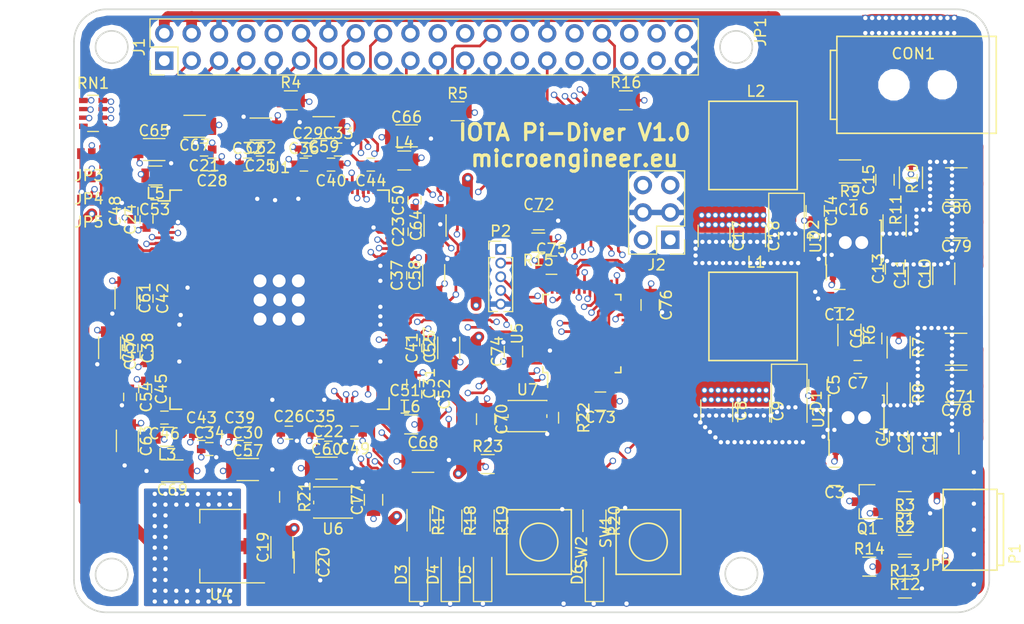
<source format=kicad_pcb>
(kicad_pcb (version 4) (host pcbnew 4.0.7-e2-6376~58~ubuntu17.04.1)
  (layers (0 F.Cu signal) (1 In1.Cu signal) (2 In2.Cu signal) (31 B.Cu signal) (34 B.Paste user hide) (35 F.Paste user hide) (36 B.SilkS user) (37 F.SilkS user) (38 B.Mask user) (39 F.Mask user) (44 Edge.Cuts user))
  (net 0 "")
  (net 1 +1V2)
  (net 2 GND)
  (net 3 +2V5)
  (net 4 +3V3)
  (net 5 "Net-(J1-Pad2)")
  (net 6 "Net-(C4-Pad1)")
  (net 7 "Net-(C5-Pad1)")
  (net 8 "Net-(C5-Pad2)")
  (net 9 "Net-(C6-Pad1)")
  (net 10 "Net-(C6-Pad2)")
  (net 11 "Net-(R7-Pad2)")
  (net 12 "Net-(C13-Pad1)")
  (net 13 "Net-(C14-Pad1)")
  (net 14 "Net-(C14-Pad2)")
  (net 15 "Net-(C15-Pad1)")
  (net 16 "Net-(C15-Pad2)")
  (net 17 "Net-(R10-Pad2)")
  (net 18 +5V)
  (net 19 "Net-(P1-Pad3)")
  (net 20 "Net-(P1-Pad2)")
  (net 21 "Net-(Q1-Pad1)")
  (net 22 "Net-(Q1-Pad2)")
  (net 23 "Net-(D3-Pad2)")
  (net 24 "Net-(D4-Pad2)")
  (net 25 "Net-(D5-Pad2)")
  (net 26 "Net-(D6-Pad2)")
  (net 27 "Net-(R21-Pad2)")
  (net 28 "Net-(R22-Pad1)")
  (net 29 "Net-(R22-Pad2)")
  (net 30 "Net-(C44-Pad1)")
  (net 31 "Net-(C46-Pad1)")
  (net 32 "Net-(C51-Pad1)")
  (net 33 "Net-(C53-Pad1)")
  (net 34 "Net-(JP3-Pad2)")
  (net 35 "Net-(JP4-Pad2)")
  (net 36 "Net-(JP5-Pad2)")
  (net 37 /arm7/NRST)
  (net 38 CONF_nCONFIG)
  (net 39 CONF_DATA0)
  (net 40 CONF_DCK)
  (net 41 CONF_nSTATUS)
  (net 42 FPGA_SEL0)
  (net 43 FPGA_SEL1)
  (net 44 FPGA_SEL2)
  (net 45 PI_MOSI)
  (net 46 PI_MISO)
  (net 47 PI_SCK)
  (net 48 CONF_DONE)
  (net 49 PI_SS)
  (net 50 PI_DETECT)
  (net 51 /arm7/USB_5V)
  (net 52 /arm7/SWDIO)
  (net 53 /arm7/SWCLK)
  (net 54 /arm7/USB_D-)
  (net 55 /arm7/USB_D+)
  (net 56 /arm7/DISC)
  (net 57 LED_OVERFLOW)
  (net 58 LED_FOUND)
  (net 59 LED_RUNNING)
  (net 60 LED_ARM)
  (net 61 /fpga/FPGA_SW)
  (net 62 SPI2_MISO)
  (net 63 SPI2_MOSI)
  (net 64 SPI2_SS)
  (net 65 SPI2_SCK)
  (net 66 "Net-(R21-Pad1)")
  (module myfootprints:VIA-1,3mm (layer F.Cu) (at 182.904 82.166)
    (fp_text reference REF** hide)
    (fp_text value VIA-1,3mm hide)
    (pad 1 thru_hole circle (at 0 0) (size 0.6 0.6) (drill 0.4) (layers *.Cu) (net 2 GND))
  )
  (module myfootprints:VIA-1,3mm (layer F.Cu) (at 182.142 82.166)
    (fp_text reference REF** hide)
    (fp_text value VIA-1,3mm hide)
    (pad 1 thru_hole circle (at 0 0) (size 0.6 0.6) (drill 0.4) (layers *.Cu) (net 2 GND))
  )
  (module myfootprints:LUM1613-14 (layer F.Cu) (at 182.65 75.015 180)
    (fp_text reference CON1 (at 2.7 2.9 180) (layer F.SilkS))
    (fp_text value LUM1613-14)
    (pad 3 smd rect (at 0 -5.5 180) (size 2.7 2) (layers F.Cu F.Paste F.Mask) (net 18 +5V))
    (pad 1 smd rect (at 0 5.5 180) (size 2.7 2) (layers F.Cu F.Paste F.Mask) (net 2 GND))
    (pad 2 smd rect (at 6.1 5.5 180) (size 2.7 2) (layers F.Cu F.Paste F.Mask) (net 2 GND))
    (pad 3 smd rect (at 6.1 -5.5 180) (size 2.7 2) (layers F.Cu F.Paste F.Mask) (net 18 +5V))
    (pad "" np_thru_hole circle (at 0 0 180) (size 1.7 1.7) (drill 1.7) (layers *.Cu *.Mask))
    (pad "" np_thru_hole circle (at 4.5 0 180) (size 1.9 1.9) (drill 1.9) (layers *.Cu *.Mask))
  )
  (module myfootprints:EQFP-144_20x20mm_Pitch0.5mm (layer F.Cu) (at 121.0931 94.9676)
    (fp_text reference U1 (at 0 -12.275) (layer F.SilkS))
    (fp_text value 10CL025ZE144I8G)
    (pad 1 smd rect (at -10.55 -8.75) (size 1.45 0.25) (layers F.Cu F.Paste F.Mask) (net 33 "Net-(C53-Pad1)"))
    (pad 2 smd rect (at -10.55 -8.25) (size 1.45 0.25) (layers F.Cu F.Paste F.Mask) (net 2 GND))
    (pad 3 smd rect (at -10.55 -7.75) (size 1.45 0.25) (layers F.Cu F.Paste F.Mask) (net 3 +2V5))
    (pad 4 smd rect (at -10.55 -7.25) (size 1.45 0.25) (layers F.Cu F.Paste F.Mask) (net 2 GND))
    (pad 5 smd rect (at -10.55 -6.75) (size 1.45 0.25) (layers F.Cu F.Paste F.Mask) (net 1 +1V2))
    (pad 6 smd rect (at -10.55 -6.25) (size 1.45 0.25) (layers F.Cu F.Paste F.Mask) (net 34 "Net-(JP3-Pad2)"))
    (pad 7 smd rect (at -10.55 -5.75) (size 1.45 0.25) (layers F.Cu F.Paste F.Mask) (net 35 "Net-(JP4-Pad2)"))
    (pad 8 smd rect (at -10.55 -5.25) (size 1.45 0.25) (layers F.Cu F.Paste F.Mask) (net 36 "Net-(JP5-Pad2)"))
    (pad 9 smd rect (at -10.55 -4.75) (size 1.45 0.25) (layers F.Cu F.Paste F.Mask) (net 41 CONF_nSTATUS))
    (pad 10 smd rect (at -10.55 -4.25) (size 1.45 0.25) (layers F.Cu F.Paste F.Mask))
    (pad 11 smd rect (at -10.55 -3.75) (size 1.45 0.25) (layers F.Cu F.Paste F.Mask))
    (pad 12 smd rect (at -10.55 -3.25) (size 1.45 0.25) (layers F.Cu F.Paste F.Mask) (net 40 CONF_DCK))
    (pad 13 smd rect (at -10.55 -2.75) (size 1.45 0.25) (layers F.Cu F.Paste F.Mask) (net 39 CONF_DATA0))
    (pad 14 smd rect (at -10.55 -2.25) (size 1.45 0.25) (layers F.Cu F.Paste F.Mask) (net 38 CONF_nCONFIG))
    (pad 15 smd rect (at -10.55 -1.75) (size 1.45 0.25) (layers F.Cu F.Paste F.Mask) (net 3 +2V5))
    (pad 16 smd rect (at -10.55 -1.25) (size 1.45 0.25) (layers F.Cu F.Paste F.Mask) (net 2 GND))
    (pad 17 smd rect (at -10.55 -0.75) (size 1.45 0.25) (layers F.Cu F.Paste F.Mask) (net 4 +3V3))
    (pad 18 smd rect (at -10.55 -0.25) (size 1.45 0.25) (layers F.Cu F.Paste F.Mask) (net 3 +2V5))
    (pad 19 smd rect (at -10.55 0.25) (size 1.45 0.25) (layers F.Cu F.Paste F.Mask) (net 2 GND))
    (pad 20 smd rect (at -10.55 0.75) (size 1.45 0.25) (layers F.Cu F.Paste F.Mask))
    (pad 21 smd rect (at -10.55 1.25) (size 1.45 0.25) (layers F.Cu F.Paste F.Mask) (net 2 GND))
    (pad 22 smd rect (at -10.55 1.75) (size 1.45 0.25) (layers F.Cu F.Paste F.Mask) (net 2 GND))
    (pad 23 smd rect (at -10.55 2.25) (size 1.45 0.25) (layers F.Cu F.Paste F.Mask) (net 2 GND))
    (pad 24 smd rect (at -10.55 2.75) (size 1.45 0.25) (layers F.Cu F.Paste F.Mask) (net 2 GND))
    (pad 25 smd rect (at -10.55 3.25) (size 1.45 0.25) (layers F.Cu F.Paste F.Mask) (net 2 GND))
    (pad 26 smd rect (at -10.55 3.75) (size 1.45 0.25) (layers F.Cu F.Paste F.Mask) (net 4 +3V3))
    (pad 27 smd rect (at -10.55 4.25) (size 1.45 0.25) (layers F.Cu F.Paste F.Mask) (net 2 GND))
    (pad 28 smd rect (at -10.55 4.75) (size 1.45 0.25) (layers F.Cu F.Paste F.Mask))
    (pad 29 smd rect (at -10.55 5.25) (size 1.45 0.25) (layers F.Cu F.Paste F.Mask) (net 1 +1V2))
    (pad 30 smd rect (at -10.55 5.75) (size 1.45 0.25) (layers F.Cu F.Paste F.Mask) (net 2 GND))
    (pad 31 smd rect (at -10.55 6.25) (size 1.45 0.25) (layers F.Cu F.Paste F.Mask))
    (pad 32 smd rect (at -10.55 6.75) (size 1.45 0.25) (layers F.Cu F.Paste F.Mask))
    (pad 33 smd rect (at -10.55 7.25) (size 1.45 0.25) (layers F.Cu F.Paste F.Mask))
    (pad 34 smd rect (at -10.55 7.75) (size 1.45 0.25) (layers F.Cu F.Paste F.Mask) (net 1 +1V2))
    (pad 35 smd rect (at -10.55 8.25) (size 1.45 0.25) (layers F.Cu F.Paste F.Mask) (net 3 +2V5))
    (pad 36 smd rect (at -10.55 8.75) (size 1.45 0.25) (layers F.Cu F.Paste F.Mask) (net 2 GND))
    (pad 37 smd rect (at -8.75 10.55 90) (size 1.45 0.25) (layers F.Cu F.Paste F.Mask) (net 31 "Net-(C46-Pad1)"))
    (pad 38 smd rect (at -8.25 10.55 90) (size 1.45 0.25) (layers F.Cu F.Paste F.Mask) (net 1 +1V2))
    (pad 39 smd rect (at -7.75 10.55 90) (size 1.45 0.25) (layers F.Cu F.Paste F.Mask))
    (pad 40 smd rect (at -7.25 10.55 90) (size 1.45 0.25) (layers F.Cu F.Paste F.Mask) (net 4 +3V3))
    (pad 41 smd rect (at -6.75 10.55 90) (size 1.45 0.25) (layers F.Cu F.Paste F.Mask) (net 2 GND))
    (pad 42 smd rect (at -6.25 10.55 90) (size 1.45 0.25) (layers F.Cu F.Paste F.Mask))
    (pad 43 smd rect (at -5.75 10.55 90) (size 1.45 0.25) (layers F.Cu F.Paste F.Mask))
    (pad 44 smd rect (at -5.25 10.55 90) (size 1.45 0.25) (layers F.Cu F.Paste F.Mask))
    (pad 45 smd rect (at -4.75 10.55 90) (size 1.45 0.25) (layers F.Cu F.Paste F.Mask) (net 1 +1V2))
    (pad 46 smd rect (at -4.25 10.55 90) (size 1.45 0.25) (layers F.Cu F.Paste F.Mask))
    (pad 47 smd rect (at -3.75 10.55 90) (size 1.45 0.25) (layers F.Cu F.Paste F.Mask) (net 4 +3V3))
    (pad 48 smd rect (at -3.25 10.55 90) (size 1.45 0.25) (layers F.Cu F.Paste F.Mask) (net 2 GND))
    (pad 49 smd rect (at -2.75 10.55 90) (size 1.45 0.25) (layers F.Cu F.Paste F.Mask))
    (pad 50 smd rect (at -2.25 10.55 90) (size 1.45 0.25) (layers F.Cu F.Paste F.Mask))
    (pad 51 smd rect (at -1.75 10.55 90) (size 1.45 0.25) (layers F.Cu F.Paste F.Mask))
    (pad 52 smd rect (at -1.25 10.55 90) (size 1.45 0.25) (layers F.Cu F.Paste F.Mask) (net 66 "Net-(R21-Pad1)"))
    (pad 53 smd rect (at -0.75 10.55 90) (size 1.45 0.25) (layers F.Cu F.Paste F.Mask) (net 2 GND))
    (pad 54 smd rect (at -0.25 10.55 90) (size 1.45 0.25) (layers F.Cu F.Paste F.Mask) (net 2 GND))
    (pad 55 smd rect (at 0.25 10.55 90) (size 1.45 0.25) (layers F.Cu F.Paste F.Mask) (net 2 GND))
    (pad 56 smd rect (at 0.75 10.55 90) (size 1.45 0.25) (layers F.Cu F.Paste F.Mask) (net 4 +3V3))
    (pad 57 smd rect (at 1.25 10.55 90) (size 1.45 0.25) (layers F.Cu F.Paste F.Mask) (net 2 GND))
    (pad 58 smd rect (at 1.75 10.55 90) (size 1.45 0.25) (layers F.Cu F.Paste F.Mask))
    (pad 59 smd rect (at 2.25 10.55 90) (size 1.45 0.25) (layers F.Cu F.Paste F.Mask))
    (pad 60 smd rect (at 2.75 10.55 90) (size 1.45 0.25) (layers F.Cu F.Paste F.Mask))
    (pad 61 smd rect (at 3.25 10.55 90) (size 1.45 0.25) (layers F.Cu F.Paste F.Mask) (net 1 +1V2))
    (pad 62 smd rect (at 3.75 10.55 90) (size 1.45 0.25) (layers F.Cu F.Paste F.Mask) (net 4 +3V3))
    (pad 63 smd rect (at 4.25 10.55 90) (size 1.45 0.25) (layers F.Cu F.Paste F.Mask) (net 2 GND))
    (pad 64 smd rect (at 4.75 10.55 90) (size 1.45 0.25) (layers F.Cu F.Paste F.Mask) (net 2 GND))
    (pad 65 smd rect (at 5.25 10.55 90) (size 1.45 0.25) (layers F.Cu F.Paste F.Mask))
    (pad 66 smd rect (at 5.75 10.55 90) (size 1.45 0.25) (layers F.Cu F.Paste F.Mask) (net 57 LED_OVERFLOW))
    (pad 67 smd rect (at 6.25 10.55 90) (size 1.45 0.25) (layers F.Cu F.Paste F.Mask) (net 58 LED_FOUND))
    (pad 68 smd rect (at 6.75 10.55 90) (size 1.45 0.25) (layers F.Cu F.Paste F.Mask) (net 59 LED_RUNNING))
    (pad 69 smd rect (at 7.25 10.55 90) (size 1.45 0.25) (layers F.Cu F.Paste F.Mask))
    (pad 70 smd rect (at 7.75 10.55 90) (size 1.45 0.25) (layers F.Cu F.Paste F.Mask) (net 1 +1V2))
    (pad 71 smd rect (at 8.25 10.55 90) (size 1.45 0.25) (layers F.Cu F.Paste F.Mask))
    (pad 72 smd rect (at 8.75 10.55 90) (size 1.45 0.25) (layers F.Cu F.Paste F.Mask) (net 61 /fpga/FPGA_SW))
    (pad 73 smd rect (at 10.55 8.75) (size 1.45 0.25) (layers F.Cu F.Paste F.Mask) (net 32 "Net-(C51-Pad1)"))
    (pad 74 smd rect (at 10.55 8.25) (size 1.45 0.25) (layers F.Cu F.Paste F.Mask) (net 2 GND))
    (pad 75 smd rect (at 10.55 7.75) (size 1.45 0.25) (layers F.Cu F.Paste F.Mask) (net 3 +2V5))
    (pad 76 smd rect (at 10.55 7.25) (size 1.45 0.25) (layers F.Cu F.Paste F.Mask) (net 62 SPI2_MISO))
    (pad 77 smd rect (at 10.55 6.75) (size 1.45 0.25) (layers F.Cu F.Paste F.Mask) (net 63 SPI2_MOSI))
    (pad 78 smd rect (at 10.55 6.25) (size 1.45 0.25) (layers F.Cu F.Paste F.Mask) (net 1 +1V2))
    (pad 79 smd rect (at 10.55 5.75) (size 1.45 0.25) (layers F.Cu F.Paste F.Mask) (net 2 GND))
    (pad 80 smd rect (at 10.55 5.25) (size 1.45 0.25) (layers F.Cu F.Paste F.Mask))
    (pad 81 smd rect (at 10.55 4.75) (size 1.45 0.25) (layers F.Cu F.Paste F.Mask) (net 4 +3V3))
    (pad 82 smd rect (at 10.55 4.25) (size 1.45 0.25) (layers F.Cu F.Paste F.Mask) (net 2 GND))
    (pad 83 smd rect (at 10.55 3.75) (size 1.45 0.25) (layers F.Cu F.Paste F.Mask) (net 64 SPI2_SS))
    (pad 84 smd rect (at 10.55 3.25) (size 1.45 0.25) (layers F.Cu F.Paste F.Mask) (net 1 +1V2))
    (pad 85 smd rect (at 10.55 2.75) (size 1.45 0.25) (layers F.Cu F.Paste F.Mask) (net 65 SPI2_SCK))
    (pad 86 smd rect (at 10.55 2.25) (size 1.45 0.25) (layers F.Cu F.Paste F.Mask) (net 2 GND))
    (pad 87 smd rect (at 10.55 1.75) (size 1.45 0.25) (layers F.Cu F.Paste F.Mask) (net 2 GND))
    (pad 88 smd rect (at 10.55 1.25) (size 1.45 0.25) (layers F.Cu F.Paste F.Mask) (net 2 GND))
    (pad 89 smd rect (at 10.55 0.75) (size 1.45 0.25) (layers F.Cu F.Paste F.Mask) (net 2 GND))
    (pad 90 smd rect (at 10.55 0.25) (size 1.45 0.25) (layers F.Cu F.Paste F.Mask) (net 2 GND))
    (pad 91 smd rect (at 10.55 -0.25) (size 1.45 0.25) (layers F.Cu F.Paste F.Mask) (net 2 GND))
    (pad 92 smd rect (at 10.55 -0.75) (size 1.45 0.25) (layers F.Cu F.Paste F.Mask) (net 48 CONF_DONE))
    (pad 93 smd rect (at 10.55 -1.25) (size 1.45 0.25) (layers F.Cu F.Paste F.Mask) (net 4 +3V3))
    (pad 94 smd rect (at 10.55 -1.75) (size 1.45 0.25) (layers F.Cu F.Paste F.Mask) (net 2 GND))
    (pad 95 smd rect (at 10.55 -2.25) (size 1.45 0.25) (layers F.Cu F.Paste F.Mask) (net 2 GND))
    (pad 96 smd rect (at 10.55 -2.75) (size 1.45 0.25) (layers F.Cu F.Paste F.Mask) (net 2 GND))
    (pad 97 smd rect (at 10.55 -3.25) (size 1.45 0.25) (layers F.Cu F.Paste F.Mask) (net 2 GND))
    (pad 98 smd rect (at 10.55 -3.75) (size 1.45 0.25) (layers F.Cu F.Paste F.Mask) (net 47 PI_SCK))
    (pad 99 smd rect (at 10.55 -4.25) (size 1.45 0.25) (layers F.Cu F.Paste F.Mask) (net 45 PI_MOSI))
    (pad 100 smd rect (at 10.55 -4.75) (size 1.45 0.25) (layers F.Cu F.Paste F.Mask) (net 46 PI_MISO))
    (pad 101 smd rect (at 10.55 -5.25) (size 1.45 0.25) (layers F.Cu F.Paste F.Mask) (net 49 PI_SS))
    (pad 102 smd rect (at 10.55 -5.75) (size 1.45 0.25) (layers F.Cu F.Paste F.Mask) (net 1 +1V2))
    (pad 103 smd rect (at 10.55 -6.25) (size 1.45 0.25) (layers F.Cu F.Paste F.Mask) (net 2 GND))
    (pad 104 smd rect (at 10.55 -6.75) (size 1.45 0.25) (layers F.Cu F.Paste F.Mask) (net 2 GND))
    (pad 105 smd rect (at 10.55 -7.25) (size 1.45 0.25) (layers F.Cu F.Paste F.Mask))
    (pad 106 smd rect (at 10.55 -7.75) (size 1.45 0.25) (layers F.Cu F.Paste F.Mask))
    (pad 107 smd rect (at 10.55 -8.25) (size 1.45 0.25) (layers F.Cu F.Paste F.Mask) (net 3 +2V5))
    (pad 108 smd rect (at 10.55 -8.75) (size 1.45 0.25) (layers F.Cu F.Paste F.Mask) (net 2 GND))
    (pad 109 smd rect (at 8.75 -10.55 90) (size 1.45 0.25) (layers F.Cu F.Paste F.Mask) (net 30 "Net-(C44-Pad1)"))
    (pad 110 smd rect (at 8.25 -10.55 90) (size 1.45 0.25) (layers F.Cu F.Paste F.Mask) (net 2 GND))
    (pad 111 smd rect (at 7.75 -10.55 90) (size 1.45 0.25) (layers F.Cu F.Paste F.Mask) (net 44 FPGA_SEL2))
    (pad 112 smd rect (at 7.25 -10.55 90) (size 1.45 0.25) (layers F.Cu F.Paste F.Mask) (net 43 FPGA_SEL1))
    (pad 113 smd rect (at 6.75 -10.55 90) (size 1.45 0.25) (layers F.Cu F.Paste F.Mask) (net 42 FPGA_SEL0))
    (pad 114 smd rect (at 6.25 -10.55 90) (size 1.45 0.25) (layers F.Cu F.Paste F.Mask))
    (pad 115 smd rect (at 5.75 -10.55 90) (size 1.45 0.25) (layers F.Cu F.Paste F.Mask))
    (pad 116 smd rect (at 5.25 -10.55 90) (size 1.45 0.25) (layers F.Cu F.Paste F.Mask) (net 1 +1V2))
    (pad 117 smd rect (at 4.75 -10.55 90) (size 1.45 0.25) (layers F.Cu F.Paste F.Mask) (net 4 +3V3))
    (pad 118 smd rect (at 4.25 -10.55 90) (size 1.45 0.25) (layers F.Cu F.Paste F.Mask) (net 2 GND))
    (pad 119 smd rect (at 3.75 -10.55 90) (size 1.45 0.25) (layers F.Cu F.Paste F.Mask))
    (pad 120 smd rect (at 3.25 -10.55 90) (size 1.45 0.25) (layers F.Cu F.Paste F.Mask))
    (pad 121 smd rect (at 2.75 -10.55 90) (size 1.45 0.25) (layers F.Cu F.Paste F.Mask))
    (pad 122 smd rect (at 2.25 -10.55 90) (size 1.45 0.25) (layers F.Cu F.Paste F.Mask) (net 4 +3V3))
    (pad 123 smd rect (at 1.75 -10.55 90) (size 1.45 0.25) (layers F.Cu F.Paste F.Mask) (net 2 GND))
    (pad 124 smd rect (at 1.25 -10.55 90) (size 1.45 0.25) (layers F.Cu F.Paste F.Mask) (net 1 +1V2))
    (pad 125 smd rect (at 0.75 -10.55 90) (size 1.45 0.25) (layers F.Cu F.Paste F.Mask))
    (pad 126 smd rect (at 0.25 -10.55 90) (size 1.45 0.25) (layers F.Cu F.Paste F.Mask) (net 2 GND))
    (pad 127 smd rect (at -0.25 -10.55 90) (size 1.45 0.25) (layers F.Cu F.Paste F.Mask) (net 2 GND))
    (pad 128 smd rect (at -0.75 -10.55 90) (size 1.45 0.25) (layers F.Cu F.Paste F.Mask) (net 2 GND))
    (pad 129 smd rect (at -1.25 -10.55 90) (size 1.45 0.25) (layers F.Cu F.Paste F.Mask) (net 2 GND))
    (pad 130 smd rect (at -1.75 -10.55 90) (size 1.45 0.25) (layers F.Cu F.Paste F.Mask) (net 4 +3V3))
    (pad 131 smd rect (at -2.25 -10.55 90) (size 1.45 0.25) (layers F.Cu F.Paste F.Mask) (net 2 GND))
    (pad 132 smd rect (at -2.75 -10.55 90) (size 1.45 0.25) (layers F.Cu F.Paste F.Mask))
    (pad 133 smd rect (at -3.25 -10.55 90) (size 1.45 0.25) (layers F.Cu F.Paste F.Mask))
    (pad 134 smd rect (at -3.75 -10.55 90) (size 1.45 0.25) (layers F.Cu F.Paste F.Mask) (net 1 +1V2))
    (pad 135 smd rect (at -4.25 -10.55 90) (size 1.45 0.25) (layers F.Cu F.Paste F.Mask))
    (pad 136 smd rect (at -4.75 -10.55 90) (size 1.45 0.25) (layers F.Cu F.Paste F.Mask))
    (pad 137 smd rect (at -5.25 -10.55 90) (size 1.45 0.25) (layers F.Cu F.Paste F.Mask))
    (pad 138 smd rect (at -5.75 -10.55 90) (size 1.45 0.25) (layers F.Cu F.Paste F.Mask) (net 1 +1V2))
    (pad 139 smd rect (at -6.25 -10.55 90) (size 1.45 0.25) (layers F.Cu F.Paste F.Mask) (net 4 +3V3))
    (pad 140 smd rect (at -6.75 -10.55 90) (size 1.45 0.25) (layers F.Cu F.Paste F.Mask) (net 2 GND))
    (pad 141 smd rect (at -7.25 -10.55 90) (size 1.45 0.25) (layers F.Cu F.Paste F.Mask))
    (pad 142 smd rect (at -7.75 -10.55 90) (size 1.45 0.25) (layers F.Cu F.Paste F.Mask))
    (pad 143 smd rect (at -8.25 -10.55 90) (size 1.45 0.25) (layers F.Cu F.Paste F.Mask))
    (pad 144 smd rect (at -8.75 -10.55 90) (size 1.45 0.25) (layers F.Cu F.Paste F.Mask))
    (pad 145 smd rect (at 0 0) (size 6 6) (layers F.Cu F.Paste F.Mask) (net 2 GND))
  )
  (module myfootprints:VIA-1,3mm (layer F.Cu) (at 177.062 90.929)
    (fp_text reference REF** hide)
    (fp_text value VIA-1,3mm hide)
    (pad 1 thru_hole circle (at 0 0) (size 0.6 0.6) (drill 0.4) (layers *.Cu) (net 2 GND))
  )
  (module myfootprints:VIA-1,3mm (layer F.Cu) (at 172.363 90.802 180)
    (fp_text reference REF** hide)
    (fp_text value VIA-1,3mm hide)
    (pad 1 thru_hole circle (at 0 0 180) (size 0.6 0.6) (drill 0.4) (layers *.Cu) (net 2 GND))
  )
  (module myfootprints:VIA-1,3mm (layer F.Cu) (at 177.3795 107.185)
    (fp_text reference REF** hide)
    (fp_text value VIA-1,3mm hide)
    (pad 1 thru_hole circle (at 0 0) (size 0.6 0.6) (drill 0.4) (layers *.Cu) (net 2 GND))
  )
  (module myfootprints:VIA-1,3mm (layer F.Cu) (at 177.951 107.439)
    (fp_text reference REF** hide)
    (fp_text value VIA-1,3mm hide)
    (pad 1 thru_hole circle (at 0 0) (size 0.6 0.6) (drill 0.4) (layers *.Cu) (net 2 GND))
  )
  (module myfootprints:VIA-1,3mm (layer F.Cu) (at 178.586 107.439)
    (fp_text reference REF** hide)
    (fp_text value VIA-1,3mm hide)
    (pad 1 thru_hole circle (at 0 0) (size 0.6 0.6) (drill 0.4) (layers *.Cu) (net 2 GND))
  )
  (module myfootprints:VIA-1,3mm (layer F.Cu) (at 179.221 107.439)
    (fp_text reference REF** hide)
    (fp_text value VIA-1,3mm hide)
    (pad 1 thru_hole circle (at 0 0) (size 0.6 0.6) (drill 0.4) (layers *.Cu) (net 2 GND))
  )
  (module myfootprints:VIA-1,3mm (layer F.Cu) (at 177.189 104.772)
    (fp_text reference REF** hide)
    (fp_text value VIA-1,3mm hide)
    (pad 1 thru_hole circle (at 0 0) (size 0.6 0.6) (drill 0.4) (layers *.Cu) (net 2 GND))
  )
  (module myfootprints:VIA-1,3mm (layer F.Cu) (at 177.824 104.772)
    (fp_text reference REF** hide)
    (fp_text value VIA-1,3mm hide)
    (pad 1 thru_hole circle (at 0 0) (size 0.6 0.6) (drill 0.4) (layers *.Cu) (net 2 GND))
  )
  (module myfootprints:VIA-1,3mm (layer F.Cu) (at 178.459 104.772)
    (fp_text reference REF** hide)
    (fp_text value VIA-1,3mm hide)
    (pad 1 thru_hole circle (at 0 0) (size 0.6 0.6) (drill 0.4) (layers *.Cu) (net 2 GND))
  )
  (module myfootprints:VIA-1,3mm (layer F.Cu) (at 179.094 104.772)
    (fp_text reference REF** hide)
    (fp_text value VIA-1,3mm hide)
    (pad 1 thru_hole circle (at 0 0) (size 0.6 0.6) (drill 0.4) (layers *.Cu) (net 2 GND))
  )
  (module myfootprints:VIA-1,3mm (layer F.Cu) (at 179.729 104.772)
    (fp_text reference REF** hide)
    (fp_text value VIA-1,3mm hide)
    (pad 1 thru_hole circle (at 0 0) (size 0.6 0.6) (drill 0.4) (layers *.Cu) (net 2 GND))
  )
  (module myfootprints:VIA-1,3mm (layer F.Cu) (at 180.364 104.5815)
    (fp_text reference REF** hide)
    (fp_text value VIA-1,3mm hide)
    (pad 1 thru_hole circle (at 0 0) (size 0.6 0.6) (drill 0.4) (layers *.Cu) (net 2 GND))
  )
  (module myfootprints:VIA-1,3mm (layer F.Cu) (at 183.539 107.1215 90)
    (fp_text reference REF** hide)
    (fp_text value VIA-1,3mm hide)
    (pad 1 thru_hole circle (at 0 0 90) (size 0.6 0.6) (drill 0.4) (layers *.Cu) (net 2 GND))
  )
  (module myfootprints:VIA-1,3mm (layer F.Cu) (at 183.539 106.4865 90)
    (fp_text reference REF** hide)
    (fp_text value VIA-1,3mm hide)
    (pad 1 thru_hole circle (at 0 0 90) (size 0.6 0.6) (drill 0.4) (layers *.Cu) (net 2 GND))
  )
  (module myfootprints:VIA-1,3mm (layer F.Cu) (at 183.539 105.2165 90)
    (fp_text reference REF** hide)
    (fp_text value VIA-1,3mm hide)
    (pad 1 thru_hole circle (at 0 0 90) (size 0.6 0.6) (drill 0.4) (layers *.Cu) (net 2 GND))
  )
  (module myfootprints:VIA-1,3mm (layer F.Cu) (at 183.539 104.5815 90)
    (fp_text reference REF** hide)
    (fp_text value VIA-1,3mm hide)
    (pad 1 thru_hole circle (at 0 0 90) (size 0.6 0.6) (drill 0.4) (layers *.Cu) (net 2 GND))
  )
  (module myfootprints:VIA-1,3mm (layer F.Cu) (at 183.539 105.8515 90)
    (fp_text reference REF** hide)
    (fp_text value VIA-1,3mm hide)
    (pad 1 thru_hole circle (at 0 0 90) (size 0.6 0.6) (drill 0.4) (layers *.Cu) (net 2 GND))
  )
  (module myfootprints:VIA-1,3mm (layer F.Cu) (at 172.236 105.2165)
    (fp_text reference REF** hide)
    (fp_text value VIA-1,3mm hide)
    (pad 1 thru_hole circle (at 0 0) (size 0.6 0.6) (drill 0.4) (layers *.Cu) (net 2 GND))
  )
  (module myfootprints:VIA-1,3mm (layer F.Cu) (at 171.601 105.2165)
    (fp_text reference REF** hide)
    (fp_text value VIA-1,3mm hide)
    (pad 1 thru_hole circle (at 0 0) (size 0.6 0.6) (drill 0.4) (layers *.Cu) (net 2 GND))
  )
  (module myfootprints:VIA-1,3mm (layer F.Cu) (at 171.601 107.693)
    (fp_text reference REF** hide)
    (fp_text value VIA-1,3mm hide)
    (pad 1 thru_hole circle (at 0 0) (size 0.6 0.6) (drill 0.4) (layers *.Cu) (net 2 GND))
  )
  (module myfootprints:VIA-1,3mm (layer F.Cu) (at 169.696 108.201)
    (fp_text reference REF** hide)
    (fp_text value VIA-1,3mm hide)
    (pad 1 thru_hole circle (at 0 0) (size 0.6 0.6) (drill 0.4) (layers *.Cu) (net 2 GND))
  )
  (module myfootprints:VIA-1,3mm (layer F.Cu) (at 160.171 106.3595)
    (fp_text reference REF** hide)
    (fp_text value VIA-1,3mm hide)
    (pad 1 thru_hole circle (at 0 0) (size 0.6 0.6) (drill 0.4) (layers *.Cu) (net 2 GND))
  )
  (module myfootprints:VIA-1,3mm (layer F.Cu) (at 160.6155 106.804)
    (fp_text reference REF** hide)
    (fp_text value VIA-1,3mm hide)
    (pad 1 thru_hole circle (at 0 0) (size 0.6 0.6) (drill 0.4) (layers *.Cu) (net 2 GND))
  )
  (module myfootprints:VIA-1,3mm (layer F.Cu) (at 161.06 107.2485)
    (fp_text reference REF** hide)
    (fp_text value VIA-1,3mm hide)
    (pad 1 thru_hole circle (at 0 0) (size 0.6 0.6) (drill 0.4) (layers *.Cu) (net 2 GND))
  )
  (module myfootprints:VIA-1,3mm (layer F.Cu) (at 161.568 107.7565)
    (fp_text reference REF** hide)
    (fp_text value VIA-1,3mm hide)
    (pad 1 thru_hole circle (at 0 0) (size 0.6 0.6) (drill 0.4) (layers *.Cu) (net 2 GND))
  )
  (module myfootprints:VIA-1,3mm (layer F.Cu) (at 168.3625 104.9625)
    (fp_text reference REF** hide)
    (fp_text value VIA-1,3mm hide)
    (pad 1 thru_hole circle (at 0 0) (size 0.6 0.6) (drill 0.4) (layers *.Cu) (net 2 GND))
  )
  (module myfootprints:VIA-1,3mm (layer F.Cu) (at 166.7115 105.7245)
    (fp_text reference REF** hide)
    (fp_text value VIA-1,3mm hide)
    (pad 1 thru_hole circle (at 0 0) (size 0.6 0.6) (drill 0.4) (layers *.Cu) (net 2 GND))
  )
  (module myfootprints:VIA-1,3mm (layer F.Cu) (at 167.283 105.407)
    (fp_text reference REF** hide)
    (fp_text value VIA-1,3mm hide)
    (pad 1 thru_hole circle (at 0 0) (size 0.6 0.6) (drill 0.4) (layers *.Cu) (net 2 GND))
  )
  (module myfootprints:VIA-1,3mm (layer F.Cu) (at 166.0765 105.7245)
    (fp_text reference REF** hide)
    (fp_text value VIA-1,3mm hide)
    (pad 1 thru_hole circle (at 0 0) (size 0.6 0.6) (drill 0.4) (layers *.Cu) (net 2 GND))
  )
  (module myfootprints:VIA-1,3mm (layer F.Cu) (at 182.904 97.5965 90)
    (fp_text reference REF** hide)
    (fp_text value VIA-1,3mm hide)
    (pad 1 thru_hole circle (at 0 0 90) (size 0.6 0.6) (drill 0.4) (layers *.Cu) (net 2 GND))
  )
  (module myfootprints:VIA-1,3mm (layer F.Cu) (at 182.269 97.5965 90)
    (fp_text reference REF** hide)
    (fp_text value VIA-1,3mm hide)
    (pad 1 thru_hole circle (at 0 0 90) (size 0.6 0.6) (drill 0.4) (layers *.Cu) (net 2 GND))
  )
  (module myfootprints:VIA-1,3mm (layer F.Cu) (at 181.634 97.5965 90)
    (fp_text reference REF** hide)
    (fp_text value VIA-1,3mm hide)
    (pad 1 thru_hole circle (at 0 0 90) (size 0.6 0.6) (drill 0.4) (layers *.Cu) (net 2 GND))
  )
  (module myfootprints:VIA-1,3mm (layer F.Cu) (at 180.999 97.5965 90)
    (fp_text reference REF** hide)
    (fp_text value VIA-1,3mm hide)
    (pad 1 thru_hole circle (at 0 0 90) (size 0.6 0.6) (drill 0.4) (layers *.Cu) (net 2 GND))
  )
  (module myfootprints:VIA-1,3mm (layer F.Cu) (at 177.5065 91.3735)
    (fp_text reference REF** hide)
    (fp_text value VIA-1,3mm hide)
    (pad 1 thru_hole circle (at 0 0) (size 0.6 0.6) (drill 0.4) (layers *.Cu) (net 2 GND))
  )
  (module myfootprints:VIA-1,3mm (layer F.Cu) (at 183.158 91.564)
    (fp_text reference REF** hide)
    (fp_text value VIA-1,3mm hide)
    (pad 1 thru_hole circle (at 0 0) (size 0.6 0.6) (drill 0.4) (layers *.Cu) (net 2 GND))
  )
  (module myfootprints:VIA-1,3mm (layer F.Cu) (at 183.539 82.166)
    (fp_text reference REF** hide)
    (fp_text value VIA-1,3mm hide)
    (pad 1 thru_hole circle (at 0 0) (size 0.6 0.6) (drill 0.4) (layers *.Cu) (net 2 GND))
  )
  (module myfootprints:VIA-1,3mm (layer F.Cu) (at 183.539 82.801)
    (fp_text reference REF** hide)
    (fp_text value VIA-1,3mm hide)
    (pad 1 thru_hole circle (at 0 0) (size 0.6 0.6) (drill 0.4) (layers *.Cu) (net 2 GND))
  )
  (module myfootprints:VIA-1,3mm (layer F.Cu) (at 181.507 82.166)
    (fp_text reference REF** hide)
    (fp_text value VIA-1,3mm hide)
    (pad 1 thru_hole circle (at 0 0) (size 0.6 0.6) (drill 0.4) (layers *.Cu) (net 2 GND))
  )
  (module myfootprints:VIA-1,3mm (layer F.Cu) (at 159.7265 90.2305)
    (fp_text reference REF** hide)
    (fp_text value VIA-1,3mm hide)
    (pad 1 thru_hole circle (at 0 0) (size 0.6 0.6) (drill 0.4) (layers *.Cu) (net 2 GND))
  )
  (module myfootprints:VIA-1,3mm (layer F.Cu) (at 159.7265 90.8655)
    (fp_text reference REF** hide)
    (fp_text value VIA-1,3mm hide)
    (pad 1 thru_hole circle (at 0 0) (size 0.6 0.6) (drill 0.4) (layers *.Cu) (net 2 GND))
  )
  (module myfootprints:VIA-1,3mm (layer F.Cu) (at 159.7265 91.564)
    (fp_text reference REF** hide)
    (fp_text value VIA-1,3mm hide)
    (pad 1 thru_hole circle (at 0 0) (size 0.6 0.6) (drill 0.4) (layers *.Cu) (net 2 GND))
  )
  (module myfootprints:VIA-1,3mm (layer F.Cu) (at 171.728 90.802)
    (fp_text reference REF** hide)
    (fp_text value VIA-1,3mm hide)
    (pad 1 thru_hole circle (at 0 0) (size 0.6 0.6) (drill 0.4) (layers *.Cu) (net 2 GND))
  )
  (module myfootprints:VIA-1,3mm (layer F.Cu) (at 182.523 91.691)
    (fp_text reference REF** hide)
    (fp_text value VIA-1,3mm hide)
    (pad 1 thru_hole circle (at 0 0) (size 0.6 0.6) (drill 0.4) (layers *.Cu) (net 2 GND))
  )
  (module myfootprints:VIA-1,3mm (layer F.Cu) (at 160.3615 91.564 180)
    (fp_text reference REF** hide)
    (fp_text value VIA-1,3mm hide)
    (pad 1 thru_hole circle (at 0 0 180) (size 0.6 0.6) (drill 0.4) (layers *.Cu) (net 2 GND))
  )
  (module myfootprints:VIA-1,3mm (layer F.Cu) (at 160.9965 91.564 180)
    (fp_text reference REF** hide)
    (fp_text value VIA-1,3mm hide)
    (pad 1 thru_hole circle (at 0 0 180) (size 0.6 0.6) (drill 0.4) (layers *.Cu) (net 2 GND))
  )
  (module myfootprints:VIA-1,3mm (layer F.Cu) (at 161.6315 91.564 180)
    (fp_text reference REF** hide)
    (fp_text value VIA-1,3mm hide)
    (pad 1 thru_hole circle (at 0 0 180) (size 0.6 0.6) (drill 0.4) (layers *.Cu) (net 2 GND))
  )
  (module myfootprints:VIA-1,3mm (layer F.Cu) (at 162.2665 91.564 180)
    (fp_text reference REF** hide)
    (fp_text value VIA-1,3mm hide)
    (pad 1 thru_hole circle (at 0 0 180) (size 0.6 0.6) (drill 0.4) (layers *.Cu) (net 2 GND))
  )
  (module myfootprints:VIA-1,3mm (layer F.Cu) (at 162.9015 91.564 180)
    (fp_text reference REF** hide)
    (fp_text value VIA-1,3mm hide)
    (pad 1 thru_hole circle (at 0 0 180) (size 0.6 0.6) (drill 0.4) (layers *.Cu) (net 2 GND))
  )
  (module myfootprints:VIA-1,3mm (layer F.Cu) (at 168.9975 88.8335)
    (fp_text reference REF** hide)
    (fp_text value VIA-1,3mm hide)
    (pad 1 thru_hole circle (at 0 0) (size 0.6 0.6) (drill 0.4) (layers *.Cu) (net 2 GND))
  )
  (module myfootprints:VIA-1,3mm (layer F.Cu) (at 168.3625 88.8335)
    (fp_text reference REF** hide)
    (fp_text value VIA-1,3mm hide)
    (pad 1 thru_hole circle (at 0 0) (size 0.6 0.6) (drill 0.4) (layers *.Cu) (net 2 GND))
  )
  (module myfootprints:VIA-1,3mm (layer F.Cu) (at 167.7275 88.8335)
    (fp_text reference REF** hide)
    (fp_text value VIA-1,3mm hide)
    (pad 1 thru_hole circle (at 0 0) (size 0.6 0.6) (drill 0.4) (layers *.Cu) (net 2 GND))
  )
  (module myfootprints:VIA-1,3mm (layer F.Cu) (at 160.298 87.119)
    (fp_text reference REF** hide)
    (fp_text value VIA-1,3mm hide)
    (pad 1 thru_hole circle (at 0 0) (size 0.6 0.6) (drill 0.4) (layers *.Cu) (net 1 +1V2))
  )
  (module myfootprints:VIA-1,3mm (layer F.Cu) (at 162.203 87.119)
    (fp_text reference REF** hide)
    (fp_text value VIA-1,3mm hide)
    (pad 1 thru_hole circle (at 0 0) (size 0.6 0.6) (drill 0.4) (layers *.Cu) (net 1 +1V2))
  )
  (module myfootprints:VIA-1,3mm (layer F.Cu) (at 162.838 87.119)
    (fp_text reference REF** hide)
    (fp_text value VIA-1,3mm hide)
    (pad 1 thru_hole circle (at 0 0) (size 0.6 0.6) (drill 0.4) (layers *.Cu) (net 1 +1V2))
  )
  (module myfootprints:VIA-1,3mm (layer F.Cu) (at 163.473 87.119)
    (fp_text reference REF** hide)
    (fp_text value VIA-1,3mm hide)
    (pad 1 thru_hole circle (at 0 0) (size 0.6 0.6) (drill 0.4) (layers *.Cu) (net 1 +1V2))
  )
  (module myfootprints:VIA-1,3mm (layer F.Cu) (at 164.108 87.119)
    (fp_text reference REF** hide)
    (fp_text value VIA-1,3mm hide)
    (pad 1 thru_hole circle (at 0 0) (size 0.6 0.6) (drill 0.4) (layers *.Cu) (net 1 +1V2))
  )
  (module myfootprints:VIA-1,3mm (layer F.Cu) (at 164.743 87.119)
    (fp_text reference REF** hide)
    (fp_text value VIA-1,3mm hide)
    (pad 1 thru_hole circle (at 0 0) (size 0.6 0.6) (drill 0.4) (layers *.Cu) (net 1 +1V2))
  )
  (module myfootprints:VIA-1,3mm (layer F.Cu) (at 165.378 87.119)
    (fp_text reference REF** hide)
    (fp_text value VIA-1,3mm hide)
    (pad 1 thru_hole circle (at 0 0) (size 0.6 0.6) (drill 0.4) (layers *.Cu) (net 1 +1V2))
  )
  (module myfootprints:VIA-1,3mm (layer F.Cu) (at 166.013 87.119)
    (fp_text reference REF** hide)
    (fp_text value VIA-1,3mm hide)
    (pad 1 thru_hole circle (at 0 0) (size 0.6 0.6) (drill 0.4) (layers *.Cu) (net 1 +1V2))
  )
  (module myfootprints:VIA-1,3mm (layer F.Cu) (at 160.552 103.375)
    (fp_text reference REF** hide)
    (fp_text value VIA-1,3mm hide)
    (pad 1 thru_hole circle (at 0 0) (size 0.6 0.6) (drill 0.4) (layers *.Cu) (net 4 +3V3))
  )
  (module myfootprints:VIA-1,3mm (layer F.Cu) (at 162.457 103.375)
    (fp_text reference REF** hide)
    (fp_text value VIA-1,3mm hide)
    (pad 1 thru_hole circle (at 0 0) (size 0.6 0.6) (drill 0.4) (layers *.Cu) (net 4 +3V3))
  )
  (module myfootprints:VIA-1,3mm (layer F.Cu) (at 163.092 103.375)
    (fp_text reference REF** hide)
    (fp_text value VIA-1,3mm hide)
    (pad 1 thru_hole circle (at 0 0) (size 0.6 0.6) (drill 0.4) (layers *.Cu) (net 4 +3V3))
  )
  (module myfootprints:VIA-1,3mm (layer F.Cu) (at 163.727 103.375)
    (fp_text reference REF** hide)
    (fp_text value VIA-1,3mm hide)
    (pad 1 thru_hole circle (at 0 0) (size 0.6 0.6) (drill 0.4) (layers *.Cu) (net 4 +3V3))
  )
  (module myfootprints:VIA-1,3mm (layer F.Cu) (at 164.362 103.375)
    (fp_text reference REF** hide)
    (fp_text value VIA-1,3mm hide)
    (pad 1 thru_hole circle (at 0 0) (size 0.6 0.6) (drill 0.4) (layers *.Cu) (net 4 +3V3))
  )
  (module myfootprints:VIA-1,3mm (layer F.Cu) (at 164.997 103.375)
    (fp_text reference REF** hide)
    (fp_text value VIA-1,3mm hide)
    (pad 1 thru_hole circle (at 0 0) (size 0.6 0.6) (drill 0.4) (layers *.Cu) (net 4 +3V3))
  )
  (module myfootprints:VIA-1,3mm (layer F.Cu) (at 165.632 103.375)
    (fp_text reference REF** hide)
    (fp_text value VIA-1,3mm hide)
    (pad 1 thru_hole circle (at 0 0) (size 0.6 0.6) (drill 0.4) (layers *.Cu) (net 4 +3V3))
  )
  (module myfootprints:VIA-1,3mm (layer F.Cu) (at 166.267 103.375)
    (fp_text reference REF** hide)
    (fp_text value VIA-1,3mm hide)
    (pad 1 thru_hole circle (at 0 0) (size 0.6 0.6) (drill 0.4) (layers *.Cu) (net 4 +3V3))
  )
  (module myfootprints:VIA-1,3mm (layer F.Cu) (at 166.267 104.264)
    (fp_text reference REF** hide)
    (fp_text value VIA-1,3mm hide)
    (pad 1 thru_hole circle (at 0 0) (size 0.6 0.6) (drill 0.4) (layers *.Cu) (net 4 +3V3))
  )
  (module myfootprints:VIA-1,3mm (layer F.Cu) (at 165.4415 89.5955)
    (fp_text reference REF** hide)
    (fp_text value VIA-1,3mm hide)
    (pad 1 thru_hole circle (at 0 0) (size 0.6 0.6) (drill 0.4) (layers *.Cu) (net 2 GND))
  )
  (module myfootprints:VIA-1,3mm (layer F.Cu) (at 166.0765 89.5955)
    (fp_text reference REF** hide)
    (fp_text value VIA-1,3mm hide)
    (pad 1 thru_hole circle (at 0 0) (size 0.6 0.6) (drill 0.4) (layers *.Cu) (net 2 GND))
  )
  (module myfootprints:VIA-1,3mm (layer F.Cu) (at 166.7115 89.5955)
    (fp_text reference REF** hide)
    (fp_text value VIA-1,3mm hide)
    (pad 1 thru_hole circle (at 0 0) (size 0.6 0.6) (drill 0.4) (layers *.Cu) (net 2 GND))
  )
  (module myfootprints:VIA-1,3mm (layer F.Cu) (at 167.0925 88.9605)
    (fp_text reference REF** hide)
    (fp_text value VIA-1,3mm hide)
    (pad 1 thru_hole circle (at 0 0) (size 0.6 0.6) (drill 0.4) (layers *.Cu) (net 2 GND))
  )
  (module myfootprints:VIA-1,3mm (layer F.Cu) (at 163.5365 91.564 180)
    (fp_text reference REF** hide)
    (fp_text value VIA-1,3mm hide)
    (pad 1 thru_hole circle (at 0 0 180) (size 0.6 0.6) (drill 0.4) (layers *.Cu) (net 2 GND))
  )
  (module myfootprints:VIA-1,3mm (layer F.Cu) (at 164.1715 91.564 180)
    (fp_text reference REF** hide)
    (fp_text value VIA-1,3mm hide)
    (pad 1 thru_hole circle (at 0 0 180) (size 0.6 0.6) (drill 0.4) (layers *.Cu) (net 2 GND))
  )
  (module Diodes_SMD:D_SMA (layer F.Cu) (at 168.172 88.484 270)
    (fp_text reference D2 (at 0 -2.5 270) (layer F.SilkS))
    (fp_text value HTA5L60)
    (pad 1 smd rect (at -2 0 270) (size 2.5 1.8) (layers F.Cu F.Paste F.Mask) (net 13 "Net-(C14-Pad1)"))
    (pad 2 smd rect (at 2 0 270) (size 2.5 1.8) (layers F.Cu F.Paste F.Mask) (net 2 GND))
  )
  (module myfootprints:VIA-1,3mm (layer F.Cu) (at 160.298 88.008)
    (fp_text reference REF** hide)
    (fp_text value VIA-1,3mm hide)
    (pad 1 thru_hole circle (at 0 0) (size 0.6 0.6) (drill 0.4) (layers *.Cu) (net 1 +1V2))
  )
  (module myfootprints:VIA-1,3mm (layer F.Cu) (at 111.5 114)
    (fp_text reference REF** hide)
    (fp_text value VIA-1,3mm hide)
    (pad 1 thru_hole circle (at 0 0) (size 0.6 0.6) (drill 0.4) (layers *.Cu) (net 3 +2V5))
  )
  (module myfootprints:VIA-1,3mm (layer F.Cu) (at 112.5 114)
    (fp_text reference REF** hide)
    (fp_text value VIA-1,3mm hide)
    (pad 1 thru_hole circle (at 0 0) (size 0.6 0.6) (drill 0.4) (layers *.Cu) (net 3 +2V5))
  )
  (module myfootprints:VIA-1,3mm (layer F.Cu) (at 113.5 114)
    (fp_text reference REF** hide)
    (fp_text value VIA-1,3mm hide)
    (pad 1 thru_hole circle (at 0 0) (size 0.6 0.6) (drill 0.4) (layers *.Cu) (net 3 +2V5))
  )
  (module myfootprints:VIA-1,3mm (layer F.Cu) (at 114.5 114)
    (fp_text reference REF** hide)
    (fp_text value VIA-1,3mm hide)
    (pad 1 thru_hole circle (at 0 0) (size 0.6 0.6) (drill 0.4) (layers *.Cu) (net 3 +2V5))
  )
  (module myfootprints:VIA-1,3mm (layer F.Cu) (at 115.5 114)
    (fp_text reference REF** hide)
    (fp_text value VIA-1,3mm hide)
    (pad 1 thru_hole circle (at 0 0) (size 0.6 0.6) (drill 0.4) (layers *.Cu) (net 3 +2V5))
  )
  (module myfootprints:VIA-1,3mm (layer F.Cu) (at 116.5 114)
    (fp_text reference REF** hide)
    (fp_text value VIA-1,3mm hide)
    (pad 1 thru_hole circle (at 0 0) (size 0.6 0.6) (drill 0.4) (layers *.Cu) (net 3 +2V5))
  )
  (module myfootprints:VIA-1,3mm (layer F.Cu) (at 110.5 113)
    (fp_text reference REF** hide)
    (fp_text value VIA-1,3mm hide)
    (pad 1 thru_hole circle (at 0 0) (size 0.6 0.6) (drill 0.4) (layers *.Cu) (net 3 +2V5))
  )
  (module myfootprints:VIA-1,3mm (layer F.Cu) (at 109.5 113)
    (fp_text reference REF** hide)
    (fp_text value VIA-1,3mm hide)
    (pad 1 thru_hole circle (at 0 0) (size 0.6 0.6) (drill 0.4) (layers *.Cu) (net 3 +2V5))
  )
  (module myfootprints:VIA-1,3mm (layer F.Cu) (at 109.5 114)
    (fp_text reference REF** hide)
    (fp_text value VIA-1,3mm hide)
    (pad 1 thru_hole circle (at 0 0) (size 0.6 0.6) (drill 0.4) (layers *.Cu) (net 3 +2V5))
  )
  (module myfootprints:VIA-1,3mm (layer F.Cu) (at 109.5 115)
    (fp_text reference REF** hide)
    (fp_text value VIA-1,3mm hide)
    (pad 1 thru_hole circle (at 0 0) (size 0.6 0.6) (drill 0.4) (layers *.Cu) (net 3 +2V5))
  )
  (module myfootprints:VIA-1,3mm (layer F.Cu) (at 109.5 116)
    (fp_text reference REF** hide)
    (fp_text value VIA-1,3mm hide)
    (pad 1 thru_hole circle (at 0 0) (size 0.6 0.6) (drill 0.4) (layers *.Cu) (net 3 +2V5))
  )
  (module myfootprints:VIA-1,3mm (layer F.Cu) (at 109.5 117)
    (fp_text reference REF** hide)
    (fp_text value VIA-1,3mm hide)
    (pad 1 thru_hole circle (at 0 0) (size 0.6 0.6) (drill 0.4) (layers *.Cu) (net 3 +2V5))
  )
  (module myfootprints:VIA-1,3mm (layer F.Cu) (at 109.5 118)
    (fp_text reference REF** hide)
    (fp_text value VIA-1,3mm hide)
    (pad 1 thru_hole circle (at 0 0) (size 0.6 0.6) (drill 0.4) (layers *.Cu) (net 3 +2V5))
  )
  (module myfootprints:VIA-1,3mm (layer F.Cu) (at 109.5 119)
    (fp_text reference REF** hide)
    (fp_text value VIA-1,3mm hide)
    (pad 1 thru_hole circle (at 0 0) (size 0.6 0.6) (drill 0.4) (layers *.Cu) (net 3 +2V5))
  )
  (module myfootprints:VIA-1,3mm (layer F.Cu) (at 109.5 120)
    (fp_text reference REF** hide)
    (fp_text value VIA-1,3mm hide)
    (pad 1 thru_hole circle (at 0 0) (size 0.6 0.6) (drill 0.4) (layers *.Cu) (net 3 +2V5))
  )
  (module myfootprints:VIA-1,3mm (layer F.Cu) (at 109.5 121)
    (fp_text reference REF** hide)
    (fp_text value VIA-1,3mm hide)
    (pad 1 thru_hole circle (at 0 0) (size 0.6 0.6) (drill 0.4) (layers *.Cu) (net 3 +2V5))
  )
  (module myfootprints:VIA-1,3mm (layer F.Cu) (at 109.5 122)
    (fp_text reference REF** hide)
    (fp_text value VIA-1,3mm hide)
    (pad 1 thru_hole circle (at 0 0) (size 0.6 0.6) (drill 0.4) (layers *.Cu) (net 3 +2V5))
  )
  (module myfootprints:VIA-1,3mm (layer F.Cu) (at 109.5 123)
    (fp_text reference REF** hide)
    (fp_text value VIA-1,3mm hide)
    (pad 1 thru_hole circle (at 0 0) (size 0.6 0.6) (drill 0.4) (layers *.Cu) (net 3 +2V5))
  )
  (module myfootprints:VIA-1,3mm (layer F.Cu) (at 110.5 123)
    (fp_text reference REF** hide)
    (fp_text value VIA-1,3mm hide)
    (pad 1 thru_hole circle (at 0 0) (size 0.6 0.6) (drill 0.4) (layers *.Cu) (net 3 +2V5))
  )
  (module myfootprints:VIA-1,3mm (layer F.Cu) (at 111.5 123)
    (fp_text reference REF** hide)
    (fp_text value VIA-1,3mm hide)
    (pad 1 thru_hole circle (at 0 0) (size 0.6 0.6) (drill 0.4) (layers *.Cu) (net 3 +2V5))
  )
  (module myfootprints:VIA-1,3mm (layer F.Cu) (at 112.5 123)
    (fp_text reference REF** hide)
    (fp_text value VIA-1,3mm hide)
    (pad 1 thru_hole circle (at 0 0) (size 0.6 0.6) (drill 0.4) (layers *.Cu) (net 3 +2V5))
  )
  (module myfootprints:VIA-1,3mm (layer F.Cu) (at 113.5 123)
    (fp_text reference REF** hide)
    (fp_text value VIA-1,3mm hide)
    (pad 1 thru_hole circle (at 0 0) (size 0.6 0.6) (drill 0.4) (layers *.Cu) (net 3 +2V5))
  )
  (module myfootprints:VIA-1,3mm (layer F.Cu) (at 114.5 123)
    (fp_text reference REF** hide)
    (fp_text value VIA-1,3mm hide)
    (pad 1 thru_hole circle (at 0 0) (size 0.6 0.6) (drill 0.4) (layers *.Cu) (net 3 +2V5))
  )
  (module myfootprints:VIA-1,3mm (layer F.Cu) (at 115.5 123)
    (fp_text reference REF** hide)
    (fp_text value VIA-1,3mm hide)
    (pad 1 thru_hole circle (at 0 0) (size 0.6 0.6) (drill 0.4) (layers *.Cu) (net 3 +2V5))
  )
  (module myfootprints:VIA-1,3mm (layer F.Cu) (at 116.5 123)
    (fp_text reference REF** hide)
    (fp_text value VIA-1,3mm hide)
    (pad 1 thru_hole circle (at 0 0) (size 0.6 0.6) (drill 0.4) (layers *.Cu) (net 3 +2V5))
  )
  (module myfootprints:VIA-1,3mm (layer F.Cu) (at 116.5 122)
    (fp_text reference REF** hide)
    (fp_text value VIA-1,3mm hide)
    (pad 1 thru_hole circle (at 0 0) (size 0.6 0.6) (drill 0.4) (layers *.Cu) (net 3 +2V5))
  )
  (module myfootprints:VIA-1,3mm (layer F.Cu) (at 115.5 122)
    (fp_text reference REF** hide)
    (fp_text value VIA-1,3mm hide)
    (pad 1 thru_hole circle (at 0 0) (size 0.6 0.6) (drill 0.4) (layers *.Cu) (net 3 +2V5))
  )
  (module myfootprints:VIA-1,3mm (layer F.Cu) (at 114.5 122)
    (fp_text reference REF** hide)
    (fp_text value VIA-1,3mm hide)
    (pad 1 thru_hole circle (at 0 0) (size 0.6 0.6) (drill 0.4) (layers *.Cu) (net 3 +2V5))
  )
  (module myfootprints:VIA-1,3mm (layer F.Cu) (at 113.5 122)
    (fp_text reference REF** hide)
    (fp_text value VIA-1,3mm hide)
    (pad 1 thru_hole circle (at 0 0) (size 0.6 0.6) (drill 0.4) (layers *.Cu) (net 3 +2V5))
  )
  (module myfootprints:VIA-1,3mm (layer F.Cu) (at 112.5 122)
    (fp_text reference REF** hide)
    (fp_text value VIA-1,3mm hide)
    (pad 1 thru_hole circle (at 0 0) (size 0.6 0.6) (drill 0.4) (layers *.Cu) (net 3 +2V5))
  )
  (module myfootprints:VIA-1,3mm (layer F.Cu) (at 111.5 122)
    (fp_text reference REF** hide)
    (fp_text value VIA-1,3mm hide)
    (pad 1 thru_hole circle (at 0 0) (size 0.6 0.6) (drill 0.4) (layers *.Cu) (net 3 +2V5))
  )
  (module myfootprints:VIA-1,3mm (layer F.Cu) (at 116.5 113)
    (fp_text reference REF** hide)
    (fp_text value VIA-1,3mm hide)
    (pad 1 thru_hole circle (at 0 0) (size 0.6 0.6) (drill 0.4) (layers *.Cu) (net 3 +2V5))
  )
  (module myfootprints:VIA-1,3mm (layer F.Cu) (at 115.5 113)
    (fp_text reference REF** hide)
    (fp_text value VIA-1,3mm hide)
    (pad 1 thru_hole circle (at 0 0) (size 0.6 0.6) (drill 0.4) (layers *.Cu) (net 3 +2V5))
  )
  (module myfootprints:VIA-1,3mm (layer F.Cu) (at 114.5 113)
    (fp_text reference REF** hide)
    (fp_text value VIA-1,3mm hide)
    (pad 1 thru_hole circle (at 0 0) (size 0.6 0.6) (drill 0.4) (layers *.Cu) (net 3 +2V5))
  )
  (module myfootprints:VIA-1,3mm (layer F.Cu) (at 113.5 113)
    (fp_text reference REF** hide)
    (fp_text value VIA-1,3mm hide)
    (pad 1 thru_hole circle (at 0 0) (size 0.6 0.6) (drill 0.4) (layers *.Cu) (net 3 +2V5))
  )
  (module myfootprints:VIA-1,3mm (layer F.Cu) (at 112.5 113)
    (fp_text reference REF** hide)
    (fp_text value VIA-1,3mm hide)
    (pad 1 thru_hole circle (at 0 0) (size 0.6 0.6) (drill 0.4) (layers *.Cu) (net 3 +2V5))
  )
  (module myfootprints:VIA-1,3mm (layer F.Cu) (at 111.5 113)
    (fp_text reference REF** hide)
    (fp_text value VIA-1,3mm hide)
    (pad 1 thru_hole circle (at 0 0) (size 0.6 0.6) (drill 0.4) (layers *.Cu) (net 3 +2V5))
  )
  (module myfootprints:VIA-1,3mm (layer F.Cu) (at 110.5 114)
    (fp_text reference REF** hide)
    (fp_text value VIA-1,3mm hide)
    (pad 1 thru_hole circle (at 0 0) (size 0.6 0.6) (drill 0.4) (layers *.Cu) (net 3 +2V5))
  )
  (module myfootprints:VIA-1,3mm (layer F.Cu) (at 110.5 115)
    (fp_text reference REF** hide)
    (fp_text value VIA-1,3mm hide)
    (pad 1 thru_hole circle (at 0 0) (size 0.6 0.6) (drill 0.4) (layers *.Cu) (net 3 +2V5))
  )
  (module myfootprints:VIA-1,3mm (layer F.Cu) (at 110.5 116)
    (fp_text reference REF** hide)
    (fp_text value VIA-1,3mm hide)
    (pad 1 thru_hole circle (at 0 0) (size 0.6 0.6) (drill 0.4) (layers *.Cu) (net 3 +2V5))
  )
  (module myfootprints:VIA-1,3mm (layer F.Cu) (at 110.5 117)
    (fp_text reference REF** hide)
    (fp_text value VIA-1,3mm hide)
    (pad 1 thru_hole circle (at 0 0) (size 0.6 0.6) (drill 0.4) (layers *.Cu) (net 3 +2V5))
  )
  (module myfootprints:VIA-1,3mm (layer F.Cu) (at 110.5 118)
    (fp_text reference REF** hide)
    (fp_text value VIA-1,3mm hide)
    (pad 1 thru_hole circle (at 0 0) (size 0.6 0.6) (drill 0.4) (layers *.Cu) (net 3 +2V5))
  )
  (module myfootprints:VIA-1,3mm (layer F.Cu) (at 110.5 119)
    (fp_text reference REF** hide)
    (fp_text value VIA-1,3mm hide)
    (pad 1 thru_hole circle (at 0 0) (size 0.6 0.6) (drill 0.4) (layers *.Cu) (net 3 +2V5))
  )
  (module myfootprints:VIA-1,3mm (layer F.Cu) (at 110.5 120)
    (fp_text reference REF** hide)
    (fp_text value VIA-1,3mm hide)
    (pad 1 thru_hole circle (at 0 0) (size 0.6 0.6) (drill 0.4) (layers *.Cu) (net 3 +2V5))
  )
  (module myfootprints:VIA-1,3mm (layer F.Cu) (at 110.5 121)
    (fp_text reference REF** hide)
    (fp_text value VIA-1,3mm hide)
    (pad 1 thru_hole circle (at 0 0) (size 0.6 0.6) (drill 0.4) (layers *.Cu) (net 3 +2V5))
  )
  (module myfootprints:VIA-1,3mm (layer F.Cu) (at 110.5 122)
    (fp_text reference REF** hide)
    (fp_text value VIA-1,3mm hide)
    (pad 1 thru_hole circle (at 0 0) (size 0.6 0.6) (drill 0.4) (layers *.Cu) (net 3 +2V5))
  )
  (module myfootprints:VIA-1,3mm (layer F.Cu) (at 165.632 104.264)
    (fp_text reference REF** hide)
    (fp_text value VIA-1,3mm hide)
    (pad 1 thru_hole circle (at 0 0) (size 0.6 0.6) (drill 0.4) (layers *.Cu) (net 4 +3V3))
  )
  (module myfootprints:VIA-1,3mm (layer F.Cu) (at 161.822 103.375)
    (fp_text reference REF** hide)
    (fp_text value VIA-1,3mm hide)
    (pad 1 thru_hole circle (at 0 0) (size 0.6 0.6) (drill 0.4) (layers *.Cu) (net 4 +3V3))
  )
  (module myfootprints:VIA-1,3mm (layer F.Cu) (at 161.187 103.375)
    (fp_text reference REF** hide)
    (fp_text value VIA-1,3mm hide)
    (pad 1 thru_hole circle (at 0 0) (size 0.6 0.6) (drill 0.4) (layers *.Cu) (net 4 +3V3))
  )
  (module myfootprints:VIA-1,3mm (layer F.Cu) (at 160.552 104.264)
    (fp_text reference REF** hide)
    (fp_text value VIA-1,3mm hide)
    (pad 1 thru_hole circle (at 0 0) (size 0.6 0.6) (drill 0.4) (layers *.Cu) (net 4 +3V3))
  )
  (module myfootprints:VIA-1,3mm (layer F.Cu) (at 164.997 104.264)
    (fp_text reference REF** hide)
    (fp_text value VIA-1,3mm hide)
    (pad 1 thru_hole circle (at 0 0) (size 0.6 0.6) (drill 0.4) (layers *.Cu) (net 4 +3V3))
  )
  (module myfootprints:VIA-1,3mm (layer F.Cu) (at 164.362 104.264)
    (fp_text reference REF** hide)
    (fp_text value VIA-1,3mm hide)
    (pad 1 thru_hole circle (at 0 0) (size 0.6 0.6) (drill 0.4) (layers *.Cu) (net 4 +3V3))
  )
  (module myfootprints:VIA-1,3mm (layer F.Cu) (at 163.727 104.264)
    (fp_text reference REF** hide)
    (fp_text value VIA-1,3mm hide)
    (pad 1 thru_hole circle (at 0 0) (size 0.6 0.6) (drill 0.4) (layers *.Cu) (net 4 +3V3))
  )
  (module myfootprints:VIA-1,3mm (layer F.Cu) (at 163.092 104.264)
    (fp_text reference REF** hide)
    (fp_text value VIA-1,3mm hide)
    (pad 1 thru_hole circle (at 0 0) (size 0.6 0.6) (drill 0.4) (layers *.Cu) (net 4 +3V3))
  )
  (module myfootprints:VIA-1,3mm (layer F.Cu) (at 162.457 104.264)
    (fp_text reference REF** hide)
    (fp_text value VIA-1,3mm hide)
    (pad 1 thru_hole circle (at 0 0) (size 0.6 0.6) (drill 0.4) (layers *.Cu) (net 4 +3V3))
  )
  (module myfootprints:VIA-1,3mm (layer F.Cu) (at 161.822 104.264)
    (fp_text reference REF** hide)
    (fp_text value VIA-1,3mm hide)
    (pad 1 thru_hole circle (at 0 0) (size 0.6 0.6) (drill 0.4) (layers *.Cu) (net 4 +3V3))
  )
  (module myfootprints:VIA-1,3mm (layer F.Cu) (at 161.187 104.264)
    (fp_text reference REF** hide)
    (fp_text value VIA-1,3mm hide)
    (pad 1 thru_hole circle (at 0 0) (size 0.6 0.6) (drill 0.4) (layers *.Cu) (net 4 +3V3))
  )
  (module myfootprints:VIA-1,3mm (layer F.Cu) (at 183.745 68.807)
    (fp_text reference REF** hide)
    (fp_text value VIA-1,3mm hide)
    (pad 1 thru_hole circle (at 0 0) (size 0.6 0.6) (drill 0.4) (layers *.Cu) (net 2 GND))
  )
  (module myfootprints:VIA-1,3mm (layer F.Cu) (at 176.76 68.807)
    (fp_text reference REF** hide)
    (fp_text value VIA-1,3mm hide)
    (pad 1 thru_hole circle (at 0 0) (size 0.6 0.6) (drill 0.4) (layers *.Cu) (net 2 GND))
  )
  (module myfootprints:VIA-1,3mm (layer F.Cu) (at 176.125 68.807)
    (fp_text reference REF** hide)
    (fp_text value VIA-1,3mm hide)
    (pad 1 thru_hole circle (at 0 0) (size 0.6 0.6) (drill 0.4) (layers *.Cu) (net 2 GND))
  )
  (module myfootprints:VIA-1,3mm (layer F.Cu) (at 175.49 68.807)
    (fp_text reference REF** hide)
    (fp_text value VIA-1,3mm hide)
    (pad 1 thru_hole circle (at 0 0) (size 0.6 0.6) (drill 0.4) (layers *.Cu) (net 2 GND))
  )
  (module myfootprints:VIA-1,3mm (layer F.Cu) (at 180.57 68.807)
    (fp_text reference REF** hide)
    (fp_text value VIA-1,3mm hide)
    (pad 1 thru_hole circle (at 0 0) (size 0.6 0.6) (drill 0.4) (layers *.Cu) (net 2 GND))
  )
  (module myfootprints:VIA-1,3mm (layer F.Cu) (at 182.475 68.807)
    (fp_text reference REF** hide)
    (fp_text value VIA-1,3mm hide)
    (pad 1 thru_hole circle (at 0 0) (size 0.6 0.6) (drill 0.4) (layers *.Cu) (net 2 GND))
  )
  (module myfootprints:VIA-1,3mm (layer F.Cu) (at 183.11 68.807)
    (fp_text reference REF** hide)
    (fp_text value VIA-1,3mm hide)
    (pad 1 thru_hole circle (at 0 0) (size 0.6 0.6) (drill 0.4) (layers *.Cu) (net 2 GND))
  )
  (module myfootprints:VIA-1,3mm (layer F.Cu) (at 181.84 68.807)
    (fp_text reference REF** hide)
    (fp_text value VIA-1,3mm hide)
    (pad 1 thru_hole circle (at 0 0) (size 0.6 0.6) (drill 0.4) (layers *.Cu) (net 2 GND))
  )
  (module myfootprints:VIA-1,3mm (layer F.Cu) (at 181.205 68.807)
    (fp_text reference REF** hide)
    (fp_text value VIA-1,3mm hide)
    (pad 1 thru_hole circle (at 0 0) (size 0.6 0.6) (drill 0.4) (layers *.Cu) (net 2 GND))
  )
  (module myfootprints:VIA-1,3mm (layer F.Cu) (at 179.935 68.807)
    (fp_text reference REF** hide)
    (fp_text value VIA-1,3mm hide)
    (pad 1 thru_hole circle (at 0 0) (size 0.6 0.6) (drill 0.4) (layers *.Cu) (net 2 GND))
  )
  (module myfootprints:VIA-1,3mm (layer F.Cu) (at 179.3 68.807)
    (fp_text reference REF** hide)
    (fp_text value VIA-1,3mm hide)
    (pad 1 thru_hole circle (at 0 0) (size 0.6 0.6) (drill 0.4) (layers *.Cu) (net 2 GND))
  )
  (module myfootprints:VIA-1,3mm (layer F.Cu) (at 178.665 68.807)
    (fp_text reference REF** hide)
    (fp_text value VIA-1,3mm hide)
    (pad 1 thru_hole circle (at 0 0) (size 0.6 0.6) (drill 0.4) (layers *.Cu) (net 2 GND))
  )
  (module myfootprints:VIA-1,3mm (layer F.Cu) (at 178.03 68.807)
    (fp_text reference REF** hide)
    (fp_text value VIA-1,3mm hide)
    (pad 1 thru_hole circle (at 0 0) (size 0.6 0.6) (drill 0.4) (layers *.Cu) (net 2 GND))
  )
  (module myfootprints:VIA-1,3mm (layer F.Cu) (at 177.395 68.807)
    (fp_text reference REF** hide)
    (fp_text value VIA-1,3mm hide)
    (pad 1 thru_hole circle (at 0 0) (size 0.6 0.6) (drill 0.4) (layers *.Cu) (net 2 GND))
  )
  (module myfootprints:VIA-1,3mm (layer F.Cu) (at 183.745 70.204)
    (fp_text reference REF** hide)
    (fp_text value VIA-1,3mm hide)
    (pad 1 thru_hole circle (at 0 0) (size 0.6 0.6) (drill 0.4) (layers *.Cu) (net 2 GND))
  )
  (module myfootprints:VIA-1,3mm (layer F.Cu) (at 176.76 70.204)
    (fp_text reference REF** hide)
    (fp_text value VIA-1,3mm hide)
    (pad 1 thru_hole circle (at 0 0) (size 0.6 0.6) (drill 0.4) (layers *.Cu) (net 2 GND))
  )
  (module myfootprints:VIA-1,3mm (layer F.Cu) (at 176.125 70.204)
    (fp_text reference REF** hide)
    (fp_text value VIA-1,3mm hide)
    (pad 1 thru_hole circle (at 0 0) (size 0.6 0.6) (drill 0.4) (layers *.Cu) (net 2 GND))
  )
  (module myfootprints:VIA-1,3mm (layer F.Cu) (at 175.49 70.204)
    (fp_text reference REF** hide)
    (fp_text value VIA-1,3mm hide)
    (pad 1 thru_hole circle (at 0 0) (size 0.6 0.6) (drill 0.4) (layers *.Cu) (net 2 GND))
  )
  (module myfootprints:VIA-1,3mm (layer F.Cu) (at 180.57 70.204)
    (fp_text reference REF** hide)
    (fp_text value VIA-1,3mm hide)
    (pad 1 thru_hole circle (at 0 0) (size 0.6 0.6) (drill 0.4) (layers *.Cu) (net 2 GND))
  )
  (module myfootprints:VIA-1,3mm (layer F.Cu) (at 182.475 70.204)
    (fp_text reference REF** hide)
    (fp_text value VIA-1,3mm hide)
    (pad 1 thru_hole circle (at 0 0) (size 0.6 0.6) (drill 0.4) (layers *.Cu) (net 2 GND))
  )
  (module myfootprints:VIA-1,3mm (layer F.Cu) (at 183.11 70.204)
    (fp_text reference REF** hide)
    (fp_text value VIA-1,3mm hide)
    (pad 1 thru_hole circle (at 0 0) (size 0.6 0.6) (drill 0.4) (layers *.Cu) (net 2 GND))
  )
  (module myfootprints:VIA-1,3mm (layer F.Cu) (at 181.84 70.204)
    (fp_text reference REF** hide)
    (fp_text value VIA-1,3mm hide)
    (pad 1 thru_hole circle (at 0 0) (size 0.6 0.6) (drill 0.4) (layers *.Cu) (net 2 GND))
  )
  (module myfootprints:VIA-1,3mm (layer F.Cu) (at 181.205 70.204)
    (fp_text reference REF** hide)
    (fp_text value VIA-1,3mm hide)
    (pad 1 thru_hole circle (at 0 0) (size 0.6 0.6) (drill 0.4) (layers *.Cu) (net 2 GND))
  )
  (module myfootprints:VIA-1,3mm (layer F.Cu) (at 179.935 70.204)
    (fp_text reference REF** hide)
    (fp_text value VIA-1,3mm hide)
    (pad 1 thru_hole circle (at 0 0) (size 0.6 0.6) (drill 0.4) (layers *.Cu) (net 2 GND))
  )
  (module myfootprints:VIA-1,3mm (layer F.Cu) (at 179.3 70.204)
    (fp_text reference REF** hide)
    (fp_text value VIA-1,3mm hide)
    (pad 1 thru_hole circle (at 0 0) (size 0.6 0.6) (drill 0.4) (layers *.Cu) (net 2 GND))
  )
  (module myfootprints:VIA-1,3mm (layer F.Cu) (at 178.665 70.204)
    (fp_text reference REF** hide)
    (fp_text value VIA-1,3mm hide)
    (pad 1 thru_hole circle (at 0 0) (size 0.6 0.6) (drill 0.4) (layers *.Cu) (net 2 GND))
  )
  (module myfootprints:VIA-1,3mm (layer F.Cu) (at 178.03 70.204)
    (fp_text reference REF** hide)
    (fp_text value VIA-1,3mm hide)
    (pad 1 thru_hole circle (at 0 0) (size 0.6 0.6) (drill 0.4) (layers *.Cu) (net 2 GND))
  )
  (module myfootprints:VIA-1,3mm (layer F.Cu) (at 177.395 70.204)
    (fp_text reference REF** hide)
    (fp_text value VIA-1,3mm hide)
    (pad 1 thru_hole circle (at 0 0) (size 0.6 0.6) (drill 0.4) (layers *.Cu) (net 2 GND))
  )
  (module myfootprints:VIA-1,3mm (layer F.Cu) (at 166.013 88.008)
    (fp_text reference REF** hide)
    (fp_text value VIA-1,3mm hide)
    (pad 1 thru_hole circle (at 0 0) (size 0.6 0.6) (drill 0.4) (layers *.Cu) (net 1 +1V2))
  )
  (module myfootprints:VIA-1,3mm (layer F.Cu) (at 161.568 87.119)
    (fp_text reference REF** hide)
    (fp_text value VIA-1,3mm hide)
    (pad 1 thru_hole circle (at 0 0) (size 0.6 0.6) (drill 0.4) (layers *.Cu) (net 1 +1V2))
  )
  (module myfootprints:VIA-1,3mm (layer F.Cu) (at 160.933 87.119)
    (fp_text reference REF** hide)
    (fp_text value VIA-1,3mm hide)
    (pad 1 thru_hole circle (at 0 0) (size 0.6 0.6) (drill 0.4) (layers *.Cu) (net 1 +1V2))
  )
  (module myfootprints:VIA-1,3mm (layer F.Cu) (at 165.378 88.008)
    (fp_text reference REF** hide)
    (fp_text value VIA-1,3mm hide)
    (pad 1 thru_hole circle (at 0 0) (size 0.6 0.6) (drill 0.4) (layers *.Cu) (net 1 +1V2))
  )
  (module myfootprints:VIA-1,3mm (layer F.Cu) (at 164.743 88.008)
    (fp_text reference REF** hide)
    (fp_text value VIA-1,3mm hide)
    (pad 1 thru_hole circle (at 0 0) (size 0.6 0.6) (drill 0.4) (layers *.Cu) (net 1 +1V2))
  )
  (module myfootprints:VIA-1,3mm (layer F.Cu) (at 164.108 88.008)
    (fp_text reference REF** hide)
    (fp_text value VIA-1,3mm hide)
    (pad 1 thru_hole circle (at 0 0) (size 0.6 0.6) (drill 0.4) (layers *.Cu) (net 1 +1V2))
  )
  (module myfootprints:VIA-1,3mm (layer F.Cu) (at 163.473 88.008)
    (fp_text reference REF** hide)
    (fp_text value VIA-1,3mm hide)
    (pad 1 thru_hole circle (at 0 0) (size 0.6 0.6) (drill 0.4) (layers *.Cu) (net 1 +1V2))
  )
  (module myfootprints:VIA-1,3mm (layer F.Cu) (at 162.838 88.008)
    (fp_text reference REF** hide)
    (fp_text value VIA-1,3mm hide)
    (pad 1 thru_hole circle (at 0 0) (size 0.6 0.6) (drill 0.4) (layers *.Cu) (net 1 +1V2))
  )
  (module myfootprints:VIA-1,3mm (layer F.Cu) (at 162.203 88.008)
    (fp_text reference REF** hide)
    (fp_text value VIA-1,3mm hide)
    (pad 1 thru_hole circle (at 0 0) (size 0.6 0.6) (drill 0.4) (layers *.Cu) (net 1 +1V2))
  )
  (module myfootprints:VIA-1,3mm (layer F.Cu) (at 161.568 88.008)
    (fp_text reference REF** hide)
    (fp_text value VIA-1,3mm hide)
    (pad 1 thru_hole circle (at 0 0) (size 0.6 0.6) (drill 0.4) (layers *.Cu) (net 1 +1V2))
  )
  (module myfootprints:VIA-1,3mm (layer F.Cu) (at 160.933 88.008)
    (fp_text reference REF** hide)
    (fp_text value VIA-1,3mm hide)
    (pad 1 thru_hole circle (at 0 0) (size 0.6 0.6) (drill 0.4) (layers *.Cu) (net 1 +1V2))
  )
  (module myfootprints:VIA-1,3mm (layer F.Cu) (at 178.713 91.691)
    (fp_text reference REF** hide)
    (fp_text value VIA-1,3mm hide)
    (pad 1 thru_hole circle (at 0 0) (size 0.6 0.6) (drill 0.4) (layers *.Cu) (net 2 GND))
  )
  (module myfootprints:VIA-1,3mm (layer F.Cu) (at 177.7605 88.8335)
    (fp_text reference REF** hide)
    (fp_text value VIA-1,3mm hide)
    (pad 1 thru_hole circle (at 0 0) (size 0.6 0.6) (drill 0.4) (layers *.Cu) (net 2 GND))
  )
  (module myfootprints:VIA-1,3mm (layer F.Cu) (at 178.3955 88.8335)
    (fp_text reference REF** hide)
    (fp_text value VIA-1,3mm hide)
    (pad 1 thru_hole circle (at 0 0) (size 0.6 0.6) (drill 0.4) (layers *.Cu) (net 2 GND))
  )
  (module myfootprints:VIA-1,3mm (layer F.Cu) (at 181.507 83.436)
    (fp_text reference REF** hide)
    (fp_text value VIA-1,3mm hide)
    (pad 1 thru_hole circle (at 0 0) (size 0.6 0.6) (drill 0.4) (layers *.Cu) (net 2 GND))
  )
  (module myfootprints:VIA-1,3mm (layer F.Cu) (at 181.507 84.071)
    (fp_text reference REF** hide)
    (fp_text value VIA-1,3mm hide)
    (pad 1 thru_hole circle (at 0 0) (size 0.6 0.6) (drill 0.4) (layers *.Cu) (net 2 GND))
  )
  (module myfootprints:VIA-1,3mm (layer F.Cu) (at 181.507 84.706)
    (fp_text reference REF** hide)
    (fp_text value VIA-1,3mm hide)
    (pad 1 thru_hole circle (at 0 0) (size 0.6 0.6) (drill 0.4) (layers *.Cu) (net 2 GND))
  )
  (module myfootprints:VIA-1,3mm (layer F.Cu) (at 181.507 85.341)
    (fp_text reference REF** hide)
    (fp_text value VIA-1,3mm hide)
    (pad 1 thru_hole circle (at 0 0) (size 0.6 0.6) (drill 0.4) (layers *.Cu) (net 2 GND))
  )
  (module myfootprints:VIA-1,3mm (layer F.Cu) (at 183.539 83.436)
    (fp_text reference REF** hide)
    (fp_text value VIA-1,3mm hide)
    (pad 1 thru_hole circle (at 0 0) (size 0.6 0.6) (drill 0.4) (layers *.Cu) (net 2 GND))
  )
  (module myfootprints:VIA-1,3mm (layer F.Cu) (at 183.539 84.071)
    (fp_text reference REF** hide)
    (fp_text value VIA-1,3mm hide)
    (pad 1 thru_hole circle (at 0 0) (size 0.6 0.6) (drill 0.4) (layers *.Cu) (net 2 GND))
  )
  (module myfootprints:VIA-1,3mm (layer F.Cu) (at 183.539 84.706)
    (fp_text reference REF** hide)
    (fp_text value VIA-1,3mm hide)
    (pad 1 thru_hole circle (at 0 0) (size 0.6 0.6) (drill 0.4) (layers *.Cu) (net 2 GND))
  )
  (module myfootprints:VIA-1,3mm (layer F.Cu) (at 183.539 85.341)
    (fp_text reference REF** hide)
    (fp_text value VIA-1,3mm hide)
    (pad 1 thru_hole circle (at 0 0) (size 0.6 0.6) (drill 0.4) (layers *.Cu) (net 2 GND))
  )
  (module myfootprints:VIA-1,3mm (layer F.Cu) (at 179.348 91.691)
    (fp_text reference REF** hide)
    (fp_text value VIA-1,3mm hide)
    (pad 1 thru_hole circle (at 0 0) (size 0.6 0.6) (drill 0.4) (layers *.Cu) (net 2 GND))
  )
  (module myfootprints:VIA-1,3mm (layer F.Cu) (at 179.983 91.691)
    (fp_text reference REF** hide)
    (fp_text value VIA-1,3mm hide)
    (pad 1 thru_hole circle (at 0 0) (size 0.6 0.6) (drill 0.4) (layers *.Cu) (net 2 GND))
  )
  (module myfootprints:VIA-1,3mm (layer F.Cu) (at 180.618 91.691)
    (fp_text reference REF** hide)
    (fp_text value VIA-1,3mm hide)
    (pad 1 thru_hole circle (at 0 0) (size 0.6 0.6) (drill 0.4) (layers *.Cu) (net 2 GND))
  )
  (module myfootprints:VIA-1,3mm (layer F.Cu) (at 181.253 91.691)
    (fp_text reference REF** hide)
    (fp_text value VIA-1,3mm hide)
    (pad 1 thru_hole circle (at 0 0) (size 0.6 0.6) (drill 0.4) (layers *.Cu) (net 2 GND))
  )
  (module myfootprints:VIA-1,3mm (layer F.Cu) (at 181.888 91.691)
    (fp_text reference REF** hide)
    (fp_text value VIA-1,3mm hide)
    (pad 1 thru_hole circle (at 0 0) (size 0.6 0.6) (drill 0.4) (layers *.Cu) (net 2 GND))
  )
  (module myfootprints:VIA-1,3mm (layer F.Cu) (at 183.539 91.056)
    (fp_text reference REF** hide)
    (fp_text value VIA-1,3mm hide)
    (pad 1 thru_hole circle (at 0 0) (size 0.6 0.6) (drill 0.4) (layers *.Cu) (net 2 GND))
  )
  (module myfootprints:VIA-1,3mm (layer F.Cu) (at 183.539 90.421)
    (fp_text reference REF** hide)
    (fp_text value VIA-1,3mm hide)
    (pad 1 thru_hole circle (at 0 0) (size 0.6 0.6) (drill 0.4) (layers *.Cu) (net 2 GND))
  )
  (module myfootprints:VIA-1,3mm (layer F.Cu) (at 183.539 89.786)
    (fp_text reference REF** hide)
    (fp_text value VIA-1,3mm hide)
    (pad 1 thru_hole circle (at 0 0) (size 0.6 0.6) (drill 0.4) (layers *.Cu) (net 2 GND))
  )
  (module myfootprints:VIA-1,3mm (layer F.Cu) (at 183.539 89.151)
    (fp_text reference REF** hide)
    (fp_text value VIA-1,3mm hide)
    (pad 1 thru_hole circle (at 0 0) (size 0.6 0.6) (drill 0.4) (layers *.Cu) (net 2 GND))
  )
  (module myfootprints:VIA-1,3mm (layer F.Cu) (at 183.539 88.516)
    (fp_text reference REF** hide)
    (fp_text value VIA-1,3mm hide)
    (pad 1 thru_hole circle (at 0 0) (size 0.6 0.6) (drill 0.4) (layers *.Cu) (net 2 GND))
  )
  (module myfootprints:VIA-1,3mm (layer F.Cu) (at 183.539 87.881)
    (fp_text reference REF** hide)
    (fp_text value VIA-1,3mm hide)
    (pad 1 thru_hole circle (at 0 0) (size 0.6 0.6) (drill 0.4) (layers *.Cu) (net 2 GND))
  )
  (module myfootprints:VIA-1,3mm (layer F.Cu) (at 183.539 87.246)
    (fp_text reference REF** hide)
    (fp_text value VIA-1,3mm hide)
    (pad 1 thru_hole circle (at 0 0) (size 0.6 0.6) (drill 0.4) (layers *.Cu) (net 2 GND))
  )
  (module myfootprints:VIA-1,3mm (layer F.Cu) (at 183.539 86.611)
    (fp_text reference REF** hide)
    (fp_text value VIA-1,3mm hide)
    (pad 1 thru_hole circle (at 0 0) (size 0.6 0.6) (drill 0.4) (layers *.Cu) (net 2 GND))
  )
  (module myfootprints:VIA-1,3mm (layer F.Cu) (at 183.539 85.976)
    (fp_text reference REF** hide)
    (fp_text value VIA-1,3mm hide)
    (pad 1 thru_hole circle (at 0 0) (size 0.6 0.6) (drill 0.4) (layers *.Cu) (net 2 GND))
  )
  (module myfootprints:VIA-1,3mm (layer F.Cu) (at 181.507 85.976)
    (fp_text reference REF** hide)
    (fp_text value VIA-1,3mm hide)
    (pad 1 thru_hole circle (at 0 0) (size 0.6 0.6) (drill 0.4) (layers *.Cu) (net 2 GND))
  )
  (module myfootprints:VIA-1,3mm (layer F.Cu) (at 180.872 86.611)
    (fp_text reference REF** hide)
    (fp_text value VIA-1,3mm hide)
    (pad 1 thru_hole circle (at 0 0) (size 0.6 0.6) (drill 0.4) (layers *.Cu) (net 2 GND))
  )
  (module myfootprints:VIA-1,3mm (layer F.Cu) (at 179.0305 88.8335)
    (fp_text reference REF** hide)
    (fp_text value VIA-1,3mm hide)
    (pad 1 thru_hole circle (at 0 0) (size 0.6 0.6) (drill 0.4) (layers *.Cu) (net 2 GND))
  )
  (module myfootprints:VIA-1,3mm (layer F.Cu) (at 177.1255 88.8335)
    (fp_text reference REF** hide)
    (fp_text value VIA-1,3mm hide)
    (pad 1 thru_hole circle (at 0 0) (size 0.6 0.6) (drill 0.4) (layers *.Cu) (net 2 GND))
  )
  (module myfootprints:VIA-1,3mm (layer F.Cu) (at 171.5375 88.9605)
    (fp_text reference REF** hide)
    (fp_text value VIA-1,3mm hide)
    (pad 1 thru_hole circle (at 0 0) (size 0.6 0.6) (drill 0.4) (layers *.Cu) (net 2 GND))
  )
  (module myfootprints:VIA-1,3mm (layer F.Cu) (at 170.9025 89.024)
    (fp_text reference REF** hide)
    (fp_text value VIA-1,3mm hide)
    (pad 1 thru_hole circle (at 0 0) (size 0.6 0.6) (drill 0.4) (layers *.Cu) (net 2 GND))
  )
  (module myfootprints:VIA-1,3mm (layer F.Cu) (at 172.1725 88.9605)
    (fp_text reference REF** hide)
    (fp_text value VIA-1,3mm hide)
    (pad 1 thru_hole circle (at 0 0) (size 0.6 0.6) (drill 0.4) (layers *.Cu) (net 2 GND))
  )
  (module myfootprints:VIA-1,3mm (layer F.Cu) (at 164.8065 89.5955)
    (fp_text reference REF** hide)
    (fp_text value VIA-1,3mm hide)
    (pad 1 thru_hole circle (at 0 0) (size 0.6 0.6) (drill 0.4) (layers *.Cu) (net 2 GND))
  )
  (module myfootprints:VIA-1,3mm (layer F.Cu) (at 164.1715 89.5955)
    (fp_text reference REF** hide)
    (fp_text value VIA-1,3mm hide)
    (pad 1 thru_hole circle (at 0 0) (size 0.6 0.6) (drill 0.4) (layers *.Cu) (net 2 GND))
  )
  (module myfootprints:VIA-1,3mm (layer F.Cu) (at 163.5365 89.5955)
    (fp_text reference REF** hide)
    (fp_text value VIA-1,3mm hide)
    (pad 1 thru_hole circle (at 0 0) (size 0.6 0.6) (drill 0.4) (layers *.Cu) (net 2 GND))
  )
  (module myfootprints:VIA-1,3mm (layer F.Cu) (at 162.9015 89.5955)
    (fp_text reference REF** hide)
    (fp_text value VIA-1,3mm hide)
    (pad 1 thru_hole circle (at 0 0) (size 0.6 0.6) (drill 0.4) (layers *.Cu) (net 2 GND))
  )
  (module myfootprints:VIA-1,3mm (layer F.Cu) (at 162.2665 89.5955)
    (fp_text reference REF** hide)
    (fp_text value VIA-1,3mm hide)
    (pad 1 thru_hole circle (at 0 0) (size 0.6 0.6) (drill 0.4) (layers *.Cu) (net 2 GND))
  )
  (module myfootprints:VIA-1,3mm (layer F.Cu) (at 161.6315 89.5955)
    (fp_text reference REF** hide)
    (fp_text value VIA-1,3mm hide)
    (pad 1 thru_hole circle (at 0 0) (size 0.6 0.6) (drill 0.4) (layers *.Cu) (net 2 GND))
  )
  (module myfootprints:VIA-1,3mm (layer F.Cu) (at 160.9965 89.5955)
    (fp_text reference REF** hide)
    (fp_text value VIA-1,3mm hide)
    (pad 1 thru_hole circle (at 0 0) (size 0.6 0.6) (drill 0.4) (layers *.Cu) (net 2 GND))
  )
  (module myfootprints:VIA-1,3mm (layer F.Cu) (at 160.3615 89.5955)
    (fp_text reference REF** hide)
    (fp_text value VIA-1,3mm hide)
    (pad 1 thru_hole circle (at 0 0) (size 0.6 0.6) (drill 0.4) (layers *.Cu) (net 2 GND))
  )
  (module myfootprints:VIA-1,3mm (layer F.Cu) (at 159.7265 89.5955)
    (fp_text reference REF** hide)
    (fp_text value VIA-1,3mm hide)
    (pad 1 thru_hole circle (at 0 0) (size 0.6 0.6) (drill 0.4) (layers *.Cu) (net 2 GND))
  )
  (module myfootprints:VIA-1,3mm (layer F.Cu) (at 164.8065 91.564 180)
    (fp_text reference REF** hide)
    (fp_text value VIA-1,3mm hide)
    (pad 1 thru_hole circle (at 0 0 180) (size 0.6 0.6) (drill 0.4) (layers *.Cu) (net 2 GND))
  )
  (module myfootprints:VIA-1,3mm (layer F.Cu) (at 165.4415 91.564 180)
    (fp_text reference REF** hide)
    (fp_text value VIA-1,3mm hide)
    (pad 1 thru_hole circle (at 0 0 180) (size 0.6 0.6) (drill 0.4) (layers *.Cu) (net 2 GND))
  )
  (module myfootprints:VIA-1,3mm (layer F.Cu) (at 166.0765 91.564 180)
    (fp_text reference REF** hide)
    (fp_text value VIA-1,3mm hide)
    (pad 1 thru_hole circle (at 0 0 180) (size 0.6 0.6) (drill 0.4) (layers *.Cu) (net 2 GND))
  )
  (module myfootprints:VIA-1,3mm (layer F.Cu) (at 166.7115 91.564 180)
    (fp_text reference REF** hide)
    (fp_text value VIA-1,3mm hide)
    (pad 1 thru_hole circle (at 0 0 180) (size 0.6 0.6) (drill 0.4) (layers *.Cu) (net 2 GND))
  )
  (module myfootprints:VIA-1,3mm (layer F.Cu) (at 167.3465 91.564 180)
    (fp_text reference REF** hide)
    (fp_text value VIA-1,3mm hide)
    (pad 1 thru_hole circle (at 0 0 180) (size 0.6 0.6) (drill 0.4) (layers *.Cu) (net 2 GND))
  )
  (module myfootprints:VIA-1,3mm (layer F.Cu) (at 167.9815 91.564 180)
    (fp_text reference REF** hide)
    (fp_text value VIA-1,3mm hide)
    (pad 1 thru_hole circle (at 0 0 180) (size 0.6 0.6) (drill 0.4) (layers *.Cu) (net 2 GND))
  )
  (module myfootprints:VIA-1,3mm (layer F.Cu) (at 168.6165 91.564 180)
    (fp_text reference REF** hide)
    (fp_text value VIA-1,3mm hide)
    (pad 1 thru_hole circle (at 0 0 180) (size 0.6 0.6) (drill 0.4) (layers *.Cu) (net 2 GND))
  )
  (module myfootprints:VIA-1,3mm (layer F.Cu) (at 169.2515 91.564 180)
    (fp_text reference REF** hide)
    (fp_text value VIA-1,3mm hide)
    (pad 1 thru_hole circle (at 0 0 180) (size 0.6 0.6) (drill 0.4) (layers *.Cu) (net 2 GND))
  )
  (module myfootprints:VIA-1,3mm (layer F.Cu) (at 171.1565 91.183 180)
    (fp_text reference REF** hide)
    (fp_text value VIA-1,3mm hide)
    (pad 1 thru_hole circle (at 0 0 180) (size 0.6 0.6) (drill 0.4) (layers *.Cu) (net 2 GND))
  )
  (module myfootprints:VIA-1,3mm (layer F.Cu) (at 183.539 97.5965)
    (fp_text reference REF** hide)
    (fp_text value VIA-1,3mm hide)
    (pad 1 thru_hole circle (at 0 0) (size 0.6 0.6) (drill 0.4) (layers *.Cu) (net 2 GND))
  )
  (module myfootprints:VIA-1,3mm (layer F.Cu) (at 183.539 98.2315)
    (fp_text reference REF** hide)
    (fp_text value VIA-1,3mm hide)
    (pad 1 thru_hole circle (at 0 0) (size 0.6 0.6) (drill 0.4) (layers *.Cu) (net 2 GND))
  )
  (module myfootprints:VIA-1,3mm (layer F.Cu) (at 183.539 98.8665)
    (fp_text reference REF** hide)
    (fp_text value VIA-1,3mm hide)
    (pad 1 thru_hole circle (at 0 0) (size 0.6 0.6) (drill 0.4) (layers *.Cu) (net 2 GND))
  )
  (module myfootprints:VIA-1,3mm (layer F.Cu) (at 183.539 99.5015)
    (fp_text reference REF** hide)
    (fp_text value VIA-1,3mm hide)
    (pad 1 thru_hole circle (at 0 0) (size 0.6 0.6) (drill 0.4) (layers *.Cu) (net 2 GND))
  )
  (module myfootprints:VIA-1,3mm (layer F.Cu) (at 183.539 100.1365)
    (fp_text reference REF** hide)
    (fp_text value VIA-1,3mm hide)
    (pad 1 thru_hole circle (at 0 0) (size 0.6 0.6) (drill 0.4) (layers *.Cu) (net 2 GND))
  )
  (module myfootprints:VIA-1,3mm (layer F.Cu) (at 183.539 100.7715)
    (fp_text reference REF** hide)
    (fp_text value VIA-1,3mm hide)
    (pad 1 thru_hole circle (at 0 0) (size 0.6 0.6) (drill 0.4) (layers *.Cu) (net 2 GND))
  )
  (module myfootprints:VIA-1,3mm (layer F.Cu) (at 183.539 101.4065)
    (fp_text reference REF** hide)
    (fp_text value VIA-1,3mm hide)
    (pad 1 thru_hole circle (at 0 0) (size 0.6 0.6) (drill 0.4) (layers *.Cu) (net 2 GND))
  )
  (module myfootprints:VIA-1,3mm (layer F.Cu) (at 183.539 102.0415)
    (fp_text reference REF** hide)
    (fp_text value VIA-1,3mm hide)
    (pad 1 thru_hole circle (at 0 0) (size 0.6 0.6) (drill 0.4) (layers *.Cu) (net 2 GND))
  )
  (module myfootprints:VIA-1,3mm (layer F.Cu) (at 183.539 102.6765)
    (fp_text reference REF** hide)
    (fp_text value VIA-1,3mm hide)
    (pad 1 thru_hole circle (at 0 0) (size 0.6 0.6) (drill 0.4) (layers *.Cu) (net 2 GND))
  )
  (module myfootprints:VIA-1,3mm (layer F.Cu) (at 183.539 103.3115)
    (fp_text reference REF** hide)
    (fp_text value VIA-1,3mm hide)
    (pad 1 thru_hole circle (at 0 0) (size 0.6 0.6) (drill 0.4) (layers *.Cu) (net 2 GND))
  )
  (module myfootprints:VIA-1,3mm (layer F.Cu) (at 183.539 103.9465)
    (fp_text reference REF** hide)
    (fp_text value VIA-1,3mm hide)
    (pad 1 thru_hole circle (at 0 0) (size 0.6 0.6) (drill 0.4) (layers *.Cu) (net 2 GND))
  )
  (module myfootprints:VIA-1,3mm (layer F.Cu) (at 182.396 107.439)
    (fp_text reference REF** hide)
    (fp_text value VIA-1,3mm hide)
    (pad 1 thru_hole circle (at 0 0) (size 0.6 0.6) (drill 0.4) (layers *.Cu) (net 2 GND))
  )
  (module myfootprints:VIA-1,3mm (layer F.Cu) (at 181.761 107.439)
    (fp_text reference REF** hide)
    (fp_text value VIA-1,3mm hide)
    (pad 1 thru_hole circle (at 0 0) (size 0.6 0.6) (drill 0.4) (layers *.Cu) (net 2 GND))
  )
  (module myfootprints:VIA-1,3mm (layer F.Cu) (at 181.126 107.439)
    (fp_text reference REF** hide)
    (fp_text value VIA-1,3mm hide)
    (pad 1 thru_hole circle (at 0 0) (size 0.6 0.6) (drill 0.4) (layers *.Cu) (net 2 GND))
  )
  (module myfootprints:VIA-1,3mm (layer F.Cu) (at 180.491 107.439)
    (fp_text reference REF** hide)
    (fp_text value VIA-1,3mm hide)
    (pad 1 thru_hole circle (at 0 0) (size 0.6 0.6) (drill 0.4) (layers *.Cu) (net 2 GND))
  )
  (module myfootprints:VIA-1,3mm (layer F.Cu) (at 179.856 107.439)
    (fp_text reference REF** hide)
    (fp_text value VIA-1,3mm hide)
    (pad 1 thru_hole circle (at 0 0) (size 0.6 0.6) (drill 0.4) (layers *.Cu) (net 2 GND))
  )
  (module myfootprints:VIA-1,3mm (layer F.Cu) (at 159.7265 105.7245)
    (fp_text reference REF** hide)
    (fp_text value VIA-1,3mm hide)
    (pad 1 thru_hole circle (at 0 0) (size 0.6 0.6) (drill 0.4) (layers *.Cu) (net 2 GND))
  )
  (module myfootprints:VIA-1,3mm (layer F.Cu) (at 160.3615 105.7245)
    (fp_text reference REF** hide)
    (fp_text value VIA-1,3mm hide)
    (pad 1 thru_hole circle (at 0 0) (size 0.6 0.6) (drill 0.4) (layers *.Cu) (net 2 GND))
  )
  (module myfootprints:VIA-1,3mm (layer F.Cu) (at 160.9965 105.7245)
    (fp_text reference REF** hide)
    (fp_text value VIA-1,3mm hide)
    (pad 1 thru_hole circle (at 0 0) (size 0.6 0.6) (drill 0.4) (layers *.Cu) (net 2 GND))
  )
  (module myfootprints:VIA-1,3mm (layer F.Cu) (at 161.6315 105.7245)
    (fp_text reference REF** hide)
    (fp_text value VIA-1,3mm hide)
    (pad 1 thru_hole circle (at 0 0) (size 0.6 0.6) (drill 0.4) (layers *.Cu) (net 2 GND))
  )
  (module myfootprints:VIA-1,3mm (layer F.Cu) (at 162.2665 105.7245)
    (fp_text reference REF** hide)
    (fp_text value VIA-1,3mm hide)
    (pad 1 thru_hole circle (at 0 0) (size 0.6 0.6) (drill 0.4) (layers *.Cu) (net 2 GND))
  )
  (module myfootprints:VIA-1,3mm (layer F.Cu) (at 162.9015 105.7245)
    (fp_text reference REF** hide)
    (fp_text value VIA-1,3mm hide)
    (pad 1 thru_hole circle (at 0 0) (size 0.6 0.6) (drill 0.4) (layers *.Cu) (net 2 GND))
  )
  (module myfootprints:VIA-1,3mm (layer F.Cu) (at 163.5365 105.7245)
    (fp_text reference REF** hide)
    (fp_text value VIA-1,3mm hide)
    (pad 1 thru_hole circle (at 0 0) (size 0.6 0.6) (drill 0.4) (layers *.Cu) (net 2 GND))
  )
  (module myfootprints:VIA-1,3mm (layer F.Cu) (at 164.1715 105.7245)
    (fp_text reference REF** hide)
    (fp_text value VIA-1,3mm hide)
    (pad 1 thru_hole circle (at 0 0) (size 0.6 0.6) (drill 0.4) (layers *.Cu) (net 2 GND))
  )
  (module myfootprints:VIA-1,3mm (layer F.Cu) (at 164.8065 105.7245)
    (fp_text reference REF** hide)
    (fp_text value VIA-1,3mm hide)
    (pad 1 thru_hole circle (at 0 0) (size 0.6 0.6) (drill 0.4) (layers *.Cu) (net 2 GND))
  )
  (module myfootprints:VIA-1,3mm (layer F.Cu) (at 165.4415 105.7245)
    (fp_text reference REF** hide)
    (fp_text value VIA-1,3mm hide)
    (pad 1 thru_hole circle (at 0 0) (size 0.6 0.6) (drill 0.4) (layers *.Cu) (net 2 GND))
  )
  (module myfootprints:VIA-1,3mm (layer F.Cu) (at 170.966 105.2165)
    (fp_text reference REF** hide)
    (fp_text value VIA-1,3mm hide)
    (pad 1 thru_hole circle (at 0 0) (size 0.6 0.6) (drill 0.4) (layers *.Cu) (net 2 GND))
  )
  (module myfootprints:VIA-1,3mm (layer F.Cu) (at 168.9975 104.9625)
    (fp_text reference REF** hide)
    (fp_text value VIA-1,3mm hide)
    (pad 1 thru_hole circle (at 0 0) (size 0.6 0.6) (drill 0.4) (layers *.Cu) (net 2 GND))
  )
  (module myfootprints:VIA-1,3mm (layer F.Cu) (at 167.7275 104.9625)
    (fp_text reference REF** hide)
    (fp_text value VIA-1,3mm hide)
    (pad 1 thru_hole circle (at 0 0) (size 0.6 0.6) (drill 0.4) (layers *.Cu) (net 2 GND))
  )
  (module myfootprints:VIA-1,3mm (layer F.Cu) (at 172.617 107.058)
    (fp_text reference REF** hide)
    (fp_text value VIA-1,3mm hide)
    (pad 1 thru_hole circle (at 0 0) (size 0.6 0.6) (drill 0.4) (layers *.Cu) (net 2 GND))
  )
  (module myfootprints:VIA-1,3mm (layer F.Cu) (at 171.982 107.058)
    (fp_text reference REF** hide)
    (fp_text value VIA-1,3mm hide)
    (pad 1 thru_hole circle (at 0 0) (size 0.6 0.6) (drill 0.4) (layers *.Cu) (net 2 GND))
  )
  (module myfootprints:VIA-1,3mm (layer F.Cu) (at 169.061 108.201)
    (fp_text reference REF** hide)
    (fp_text value VIA-1,3mm hide)
    (pad 1 thru_hole circle (at 0 0) (size 0.6 0.6) (drill 0.4) (layers *.Cu) (net 2 GND))
  )
  (module myfootprints:VIA-1,3mm (layer F.Cu) (at 168.426 108.201)
    (fp_text reference REF** hide)
    (fp_text value VIA-1,3mm hide)
    (pad 1 thru_hole circle (at 0 0) (size 0.6 0.6) (drill 0.4) (layers *.Cu) (net 2 GND))
  )
  (module myfootprints:VIA-1,3mm (layer F.Cu) (at 167.791 108.201)
    (fp_text reference REF** hide)
    (fp_text value VIA-1,3mm hide)
    (pad 1 thru_hole circle (at 0 0) (size 0.6 0.6) (drill 0.4) (layers *.Cu) (net 2 GND))
  )
  (module myfootprints:VIA-1,3mm (layer F.Cu) (at 167.156 108.201)
    (fp_text reference REF** hide)
    (fp_text value VIA-1,3mm hide)
    (pad 1 thru_hole circle (at 0 0) (size 0.6 0.6) (drill 0.4) (layers *.Cu) (net 2 GND))
  )
  (module myfootprints:VIA-1,3mm (layer F.Cu) (at 166.521 108.201)
    (fp_text reference REF** hide)
    (fp_text value VIA-1,3mm hide)
    (pad 1 thru_hole circle (at 0 0) (size 0.6 0.6) (drill 0.4) (layers *.Cu) (net 2 GND))
  )
  (module myfootprints:VIA-1,3mm (layer F.Cu) (at 165.886 108.201)
    (fp_text reference REF** hide)
    (fp_text value VIA-1,3mm hide)
    (pad 1 thru_hole circle (at 0 0) (size 0.6 0.6) (drill 0.4) (layers *.Cu) (net 2 GND))
  )
  (module myfootprints:VIA-1,3mm (layer F.Cu) (at 165.251 108.201)
    (fp_text reference REF** hide)
    (fp_text value VIA-1,3mm hide)
    (pad 1 thru_hole circle (at 0 0) (size 0.6 0.6) (drill 0.4) (layers *.Cu) (net 2 GND))
  )
  (module myfootprints:VIA-1,3mm (layer F.Cu) (at 164.616 108.201)
    (fp_text reference REF** hide)
    (fp_text value VIA-1,3mm hide)
    (pad 1 thru_hole circle (at 0 0) (size 0.6 0.6) (drill 0.4) (layers *.Cu) (net 2 GND))
  )
  (module myfootprints:VIA-1,3mm (layer F.Cu) (at 163.981 108.201)
    (fp_text reference REF** hide)
    (fp_text value VIA-1,3mm hide)
    (pad 1 thru_hole circle (at 0 0) (size 0.6 0.6) (drill 0.4) (layers *.Cu) (net 2 GND))
  )
  (module myfootprints:VIA-1,3mm (layer F.Cu) (at 163.346 108.201)
    (fp_text reference REF** hide)
    (fp_text value VIA-1,3mm hide)
    (pad 1 thru_hole circle (at 0 0) (size 0.6 0.6) (drill 0.4) (layers *.Cu) (net 2 GND))
  )
  (module myfootprints:VIA-1,3mm (layer F.Cu) (at 162.711 108.201)
    (fp_text reference REF** hide)
    (fp_text value VIA-1,3mm hide)
    (pad 1 thru_hole circle (at 0 0) (size 0.6 0.6) (drill 0.4) (layers *.Cu) (net 2 GND))
  )
  (module myfootprints:VIA-1,3mm (layer F.Cu) (at 162.076 108.201)
    (fp_text reference REF** hide)
    (fp_text value VIA-1,3mm hide)
    (pad 1 thru_hole circle (at 0 0) (size 0.6 0.6) (drill 0.4) (layers *.Cu) (net 2 GND))
  )
  (module myfootprints:VIA-1,3mm (layer F.Cu) (at 180.364 97.5965)
    (fp_text reference REF** hide)
    (fp_text value VIA-1,3mm hide)
    (pad 1 thru_hole circle (at 0 0) (size 0.6 0.6) (drill 0.4) (layers *.Cu) (net 2 GND))
  )
  (module myfootprints:VIA-1,3mm (layer F.Cu) (at 180.364 98.2315)
    (fp_text reference REF** hide)
    (fp_text value VIA-1,3mm hide)
    (pad 1 thru_hole circle (at 0 0) (size 0.6 0.6) (drill 0.4) (layers *.Cu) (net 2 GND))
  )
  (module myfootprints:VIA-1,3mm (layer F.Cu) (at 180.364 98.8665)
    (fp_text reference REF** hide)
    (fp_text value VIA-1,3mm hide)
    (pad 1 thru_hole circle (at 0 0) (size 0.6 0.6) (drill 0.4) (layers *.Cu) (net 2 GND))
  )
  (module myfootprints:VIA-1,3mm (layer F.Cu) (at 180.364 99.5015)
    (fp_text reference REF** hide)
    (fp_text value VIA-1,3mm hide)
    (pad 1 thru_hole circle (at 0 0) (size 0.6 0.6) (drill 0.4) (layers *.Cu) (net 2 GND))
  )
  (module myfootprints:VIA-1,3mm (layer F.Cu) (at 180.364 100.1365)
    (fp_text reference REF** hide)
    (fp_text value VIA-1,3mm hide)
    (pad 1 thru_hole circle (at 0 0) (size 0.6 0.6) (drill 0.4) (layers *.Cu) (net 2 GND))
  )
  (module myfootprints:VIA-1,3mm (layer F.Cu) (at 180.364 100.7715)
    (fp_text reference REF** hide)
    (fp_text value VIA-1,3mm hide)
    (pad 1 thru_hole circle (at 0 0) (size 0.6 0.6) (drill 0.4) (layers *.Cu) (net 2 GND))
  )
  (module myfootprints:VIA-1,3mm (layer F.Cu) (at 180.364 101.4065)
    (fp_text reference REF** hide)
    (fp_text value VIA-1,3mm hide)
    (pad 1 thru_hole circle (at 0 0) (size 0.6 0.6) (drill 0.4) (layers *.Cu) (net 2 GND))
  )
  (module myfootprints:VIA-1,3mm (layer F.Cu) (at 180.364 102.0415)
    (fp_text reference REF** hide)
    (fp_text value VIA-1,3mm hide)
    (pad 1 thru_hole circle (at 0 0) (size 0.6 0.6) (drill 0.4) (layers *.Cu) (net 2 GND))
  )
  (module myfootprints:VIA-1,3mm (layer F.Cu) (at 180.364 102.6765)
    (fp_text reference REF** hide)
    (fp_text value VIA-1,3mm hide)
    (pad 1 thru_hole circle (at 0 0) (size 0.6 0.6) (drill 0.4) (layers *.Cu) (net 2 GND))
  )
  (module myfootprints:VIA-1,3mm (layer F.Cu) (at 180.364 103.3115)
    (fp_text reference REF** hide)
    (fp_text value VIA-1,3mm hide)
    (pad 1 thru_hole circle (at 0 0) (size 0.6 0.6) (drill 0.4) (layers *.Cu) (net 2 GND))
  )
  (module myfootprints:VIA-1,3mm (layer F.Cu) (at 180.364 103.9465)
    (fp_text reference REF** hide)
    (fp_text value VIA-1,3mm hide)
    (pad 1 thru_hole circle (at 0 0) (size 0.6 0.6) (drill 0.4) (layers *.Cu) (net 2 GND))
  )
  (module myfootprints:VIA-1,3mm (layer F.Cu) (at 170.839 94.231)
    (fp_text reference REF** hide)
    (fp_text value VIA-1,3mm hide)
    (pad 1 thru_hole circle (at 0 0) (size 0.6 0.6) (drill 0.4) (layers *.Cu) (net 2 GND))
  )
  (module myfootprints:VIA-1,3mm (layer F.Cu) (at 178.078 91.691)
    (fp_text reference REF** hide)
    (fp_text value VIA-1,3mm hide)
    (pad 1 thru_hole circle (at 0 0) (size 0.6 0.6) (drill 0.4) (layers *.Cu) (net 2 GND))
  )
  (module myfootprints:VIA-1,3mm (layer F.Cu) (at 181.507 82.801)
    (fp_text reference REF** hide)
    (fp_text value VIA-1,3mm hide)
    (pad 1 thru_hole circle (at 0 0) (size 0.6 0.6) (drill 0.4) (layers *.Cu) (net 2 GND))
  )
  (module myfootprints:VIA-1,3mm (layer F.Cu) (at 179.6655 88.8335)
    (fp_text reference REF** hide)
    (fp_text value VIA-1,3mm hide)
    (pad 1 thru_hole circle (at 0 0) (size 0.6 0.6) (drill 0.4) (layers *.Cu) (net 2 GND))
  )
  (module myfootprints:VIA-1,3mm (layer F.Cu) (at 180.237 88.516)
    (fp_text reference REF** hide)
    (fp_text value VIA-1,3mm hide)
    (pad 1 thru_hole circle (at 0 0) (size 0.6 0.6) (drill 0.4) (layers *.Cu) (net 2 GND))
  )
  (module myfootprints:VIA-1,3mm (layer F.Cu) (at 180.237 87.881)
    (fp_text reference REF** hide)
    (fp_text value VIA-1,3mm hide)
    (pad 1 thru_hole circle (at 0 0) (size 0.6 0.6) (drill 0.4) (layers *.Cu) (net 2 GND))
  )
  (module myfootprints:VIA-1,3mm (layer F.Cu) (at 180.237 87.246)
    (fp_text reference REF** hide)
    (fp_text value VIA-1,3mm hide)
    (pad 1 thru_hole circle (at 0 0) (size 0.6 0.6) (drill 0.4) (layers *.Cu) (net 2 GND))
  )
  (module myfootprints:VIA-1,3mm (layer F.Cu) (at 180.237 86.611)
    (fp_text reference REF** hide)
    (fp_text value VIA-1,3mm hide)
    (pad 1 thru_hole circle (at 0 0) (size 0.6 0.6) (drill 0.4) (layers *.Cu) (net 2 GND))
  )
  (module myfootprints:VIA-1,3mm (layer F.Cu) (at 181.507 86.611)
    (fp_text reference REF** hide)
    (fp_text value VIA-1,3mm hide)
    (pad 1 thru_hole circle (at 0 0) (size 0.6 0.6) (drill 0.4) (layers *.Cu) (net 2 GND))
  )
  (module myfootprints:VIA-1,3mm (layer F.Cu) (at 173.887 105.915)
    (fp_text reference REF** hide)
    (fp_text value VIA-1,3mm hide)
    (pad 1 thru_hole circle (at 0 0) (size 2.4 2.4) (drill 1.2) (layers *.Cu) (net 2 GND))
  )
  (module myfootprints:VIA-1,3mm (layer F.Cu) (at 175.411 105.915)
    (fp_text reference REF** hide)
    (fp_text value VIA-1,3mm hide)
    (pad 1 thru_hole circle (at 0 0) (size 2.4 2.4) (drill 1.2) (layers *.Cu) (net 2 GND))
  )
  (module myfootprints:VIA-1,3mm (layer F.Cu) (at 175.157 89.659)
    (fp_text reference REF** hide)
    (fp_text value VIA-1,3mm hide)
    (pad 1 thru_hole circle (at 0 0) (size 2.4 2.4) (drill 1.2) (layers *.Cu) (net 2 GND))
  )
  (module myfootprints:VIA-1,3mm (layer F.Cu) (at 173.633 89.659)
    (fp_text reference REF** hide)
    (fp_text value VIA-1,3mm hide)
    (pad 1 thru_hole circle (at 0 0) (size 2.4 2.4) (drill 1.2) (layers *.Cu) (net 2 GND))
  )
  (module myfootprints:VIA-1,3mm (layer F.Cu) (at 122.833 96.771)
    (fp_text reference REF** hide)
    (fp_text value VIA-1,3mm hide)
    (pad 1 thru_hole circle (at 0 0) (size 2.4 2.4) (drill 1.2) (layers *.Cu) (net 2 GND))
  )
  (module myfootprints:VIA-1,3mm (layer F.Cu) (at 121.055 96.771)
    (fp_text reference REF** hide)
    (fp_text value VIA-1,3mm hide)
    (pad 1 thru_hole circle (at 0 0) (size 2.4 2.4) (drill 1.2) (layers *.Cu) (net 2 GND))
  )
  (module myfootprints:VIA-1,3mm (layer F.Cu) (at 119.277 96.771)
    (fp_text reference REF** hide)
    (fp_text value VIA-1,3mm hide)
    (pad 1 thru_hole circle (at 0 0) (size 2.4 2.4) (drill 1.2) (layers *.Cu) (net 2 GND))
  )
  (module myfootprints:VIA-1,3mm (layer F.Cu) (at 119.277 94.993)
    (fp_text reference REF** hide)
    (fp_text value VIA-1,3mm hide)
    (pad 1 thru_hole circle (at 0 0) (size 2.4 2.4) (drill 1.2) (layers *.Cu) (net 2 GND))
  )
  (module myfootprints:VIA-1,3mm (layer F.Cu) (at 119.277 93.215)
    (fp_text reference REF** hide)
    (fp_text value VIA-1,3mm hide)
    (pad 1 thru_hole circle (at 0 0) (size 2.4 2.4) (drill 1.2) (layers *.Cu) (net 2 GND))
  )
  (module myfootprints:VIA-1,3mm (layer F.Cu) (at 121.055 93.215)
    (fp_text reference REF** hide)
    (fp_text value VIA-1,3mm hide)
    (pad 1 thru_hole circle (at 0 0) (size 2.4 2.4) (drill 1.2) (layers *.Cu) (net 2 GND))
  )
  (module myfootprints:VIA-1,3mm (layer F.Cu) (at 122.833 93.215)
    (fp_text reference REF** hide)
    (fp_text value VIA-1,3mm hide)
    (pad 1 thru_hole circle (at 0 0) (size 2.4 2.4) (drill 1.2) (layers *.Cu) (net 2 GND))
  )
  (module myfootprints:VIA-1,3mm (layer F.Cu) (at 122.833 94.993)
    (fp_text reference REF** hide)
    (fp_text value VIA-1,3mm hide)
    (pad 1 thru_hole circle (at 0 0) (size 2.4 2.4) (drill 1.2) (layers *.Cu) (net 2 GND))
  )
  (module Resistors_SMD:R_0805 (layer F.Cu) (at 122.137 76.451)
    (fp_text reference R4 (at 0 -1.65) (layer F.SilkS))
    (fp_text value 10k)
    (pad 1 smd rect (at -0.95 0) (size 0.7 1.3) (layers F.Cu F.Paste F.Mask) (net 41 CONF_nSTATUS))
    (pad 2 smd rect (at 0.95 0) (size 0.7 1.3) (layers F.Cu F.Paste F.Mask) (net 4 +3V3))
  )
  (module Resistors_SMD:R_0805 (layer F.Cu) (at 137.631 77.467)
    (fp_text reference R5 (at 0 -1.65) (layer F.SilkS))
    (fp_text value 10k)
    (pad 1 smd rect (at -0.95 0) (size 0.7 1.3) (layers F.Cu F.Paste F.Mask) (net 48 CONF_DONE))
    (pad 2 smd rect (at 0.95 0) (size 0.7 1.3) (layers F.Cu F.Paste F.Mask) (net 4 +3V3))
  )
  (module Pin_Headers:Pin_Header_Straight_2x20_Pitch2.54mm (layer F.Cu) (at 110.387 72.768 90)
    (fp_text reference J1 (at 1.27 -2.33 90) (layer F.SilkS))
    (fp_text value Conn_02x20_Odd_Even)
    (pad 1 thru_hole rect (at 0 0 90) (size 1.7 1.7) (drill 1) (layers *.Cu *.Mask))
    (pad 2 thru_hole oval (at 2.54 0 90) (size 1.7 1.7) (drill 1) (layers *.Cu *.Mask) (net 5 "Net-(J1-Pad2)"))
    (pad 3 thru_hole oval (at 0 2.54 90) (size 1.7 1.7) (drill 1) (layers *.Cu *.Mask) (net 38 CONF_nCONFIG))
    (pad 4 thru_hole oval (at 2.54 2.54 90) (size 1.7 1.7) (drill 1) (layers *.Cu *.Mask) (net 5 "Net-(J1-Pad2)"))
    (pad 5 thru_hole oval (at 0 5.08 90) (size 1.7 1.7) (drill 1) (layers *.Cu *.Mask) (net 39 CONF_DATA0))
    (pad 6 thru_hole oval (at 2.54 5.08 90) (size 1.7 1.7) (drill 1) (layers *.Cu *.Mask) (net 2 GND))
    (pad 7 thru_hole oval (at 0 7.62 90) (size 1.7 1.7) (drill 1) (layers *.Cu *.Mask) (net 40 CONF_DCK))
    (pad 8 thru_hole oval (at 2.54 7.62 90) (size 1.7 1.7) (drill 1) (layers *.Cu *.Mask))
    (pad 9 thru_hole oval (at 0 10.16 90) (size 1.7 1.7) (drill 1) (layers *.Cu *.Mask) (net 2 GND))
    (pad 10 thru_hole oval (at 2.54 10.16 90) (size 1.7 1.7) (drill 1) (layers *.Cu *.Mask))
    (pad 11 thru_hole oval (at 0 12.7 90) (size 1.7 1.7) (drill 1) (layers *.Cu *.Mask) (net 41 CONF_nSTATUS))
    (pad 12 thru_hole oval (at 2.54 12.7 90) (size 1.7 1.7) (drill 1) (layers *.Cu *.Mask) (net 42 FPGA_SEL0))
    (pad 13 thru_hole oval (at 0 15.24 90) (size 1.7 1.7) (drill 1) (layers *.Cu *.Mask))
    (pad 14 thru_hole oval (at 2.54 15.24 90) (size 1.7 1.7) (drill 1) (layers *.Cu *.Mask) (net 2 GND))
    (pad 15 thru_hole oval (at 0 17.78 90) (size 1.7 1.7) (drill 1) (layers *.Cu *.Mask))
    (pad 16 thru_hole oval (at 2.54 17.78 90) (size 1.7 1.7) (drill 1) (layers *.Cu *.Mask) (net 43 FPGA_SEL1))
    (pad 17 thru_hole oval (at 0 20.32 90) (size 1.7 1.7) (drill 1) (layers *.Cu *.Mask))
    (pad 18 thru_hole oval (at 2.54 20.32 90) (size 1.7 1.7) (drill 1) (layers *.Cu *.Mask) (net 44 FPGA_SEL2))
    (pad 19 thru_hole oval (at 0 22.86 90) (size 1.7 1.7) (drill 1) (layers *.Cu *.Mask) (net 45 PI_MOSI))
    (pad 20 thru_hole oval (at 2.54 22.86 90) (size 1.7 1.7) (drill 1) (layers *.Cu *.Mask) (net 2 GND))
    (pad 21 thru_hole oval (at 0 25.4 90) (size 1.7 1.7) (drill 1) (layers *.Cu *.Mask) (net 46 PI_MISO))
    (pad 22 thru_hole oval (at 2.54 25.4 90) (size 1.7 1.7) (drill 1) (layers *.Cu *.Mask))
    (pad 23 thru_hole oval (at 0 27.94 90) (size 1.7 1.7) (drill 1) (layers *.Cu *.Mask) (net 47 PI_SCK))
    (pad 24 thru_hole oval (at 2.54 27.94 90) (size 1.7 1.7) (drill 1) (layers *.Cu *.Mask))
    (pad 25 thru_hole oval (at 0 30.48 90) (size 1.7 1.7) (drill 1) (layers *.Cu *.Mask) (net 2 GND))
    (pad 26 thru_hole oval (at 2.54 30.48 90) (size 1.7 1.7) (drill 1) (layers *.Cu *.Mask) (net 48 CONF_DONE))
    (pad 27 thru_hole oval (at 0 33.02 90) (size 1.7 1.7) (drill 1) (layers *.Cu *.Mask))
    (pad 28 thru_hole oval (at 2.54 33.02 90) (size 1.7 1.7) (drill 1) (layers *.Cu *.Mask))
    (pad 29 thru_hole oval (at 0 35.56 90) (size 1.7 1.7) (drill 1) (layers *.Cu *.Mask) (net 49 PI_SS))
    (pad 30 thru_hole oval (at 2.54 35.56 90) (size 1.7 1.7) (drill 1) (layers *.Cu *.Mask) (net 2 GND))
    (pad 31 thru_hole oval (at 0 38.1 90) (size 1.7 1.7) (drill 1) (layers *.Cu *.Mask))
    (pad 32 thru_hole oval (at 2.54 38.1 90) (size 1.7 1.7) (drill 1) (layers *.Cu *.Mask))
    (pad 33 thru_hole oval (at 0 40.64 90) (size 1.7 1.7) (drill 1) (layers *.Cu *.Mask))
    (pad 34 thru_hole oval (at 2.54 40.64 90) (size 1.7 1.7) (drill 1) (layers *.Cu *.Mask) (net 50 PI_DETECT))
    (pad 35 thru_hole oval (at 0 43.18 90) (size 1.7 1.7) (drill 1) (layers *.Cu *.Mask))
    (pad 36 thru_hole oval (at 2.54 43.18 90) (size 1.7 1.7) (drill 1) (layers *.Cu *.Mask))
    (pad 37 thru_hole oval (at 0 45.72 90) (size 1.7 1.7) (drill 1) (layers *.Cu *.Mask))
    (pad 38 thru_hole oval (at 2.54 45.72 90) (size 1.7 1.7) (drill 1) (layers *.Cu *.Mask))
    (pad 39 thru_hole oval (at 0 48.26 90) (size 1.7 1.7) (drill 1) (layers *.Cu *.Mask) (net 2 GND))
    (pad 40 thru_hole oval (at 2.54 48.26 90) (size 1.7 1.7) (drill 1) (layers *.Cu *.Mask))
  )
  (module Capacitors_SMD:C_1206 (layer F.Cu) (at 183.158 108.304 90)
    (fp_text reference C1 (at 0 -1.75 90) (layer F.SilkS))
    (fp_text value 4.7µ/X5R)
    (pad 1 smd rect (at -1.5 0 90) (size 1 1.6) (layers F.Cu F.Paste F.Mask) (net 18 +5V))
    (pad 2 smd rect (at 1.5 0 90) (size 1 1.6) (layers F.Cu F.Paste F.Mask) (net 2 GND))
  )
  (module Capacitors_SMD:C_1206 (layer F.Cu) (at 180.872 108.304 90)
    (fp_text reference C2 (at 0 -1.75 90) (layer F.SilkS))
    (fp_text value 4.7µ/X5R)
    (pad 1 smd rect (at -1.5 0 90) (size 1 1.6) (layers F.Cu F.Paste F.Mask) (net 18 +5V))
    (pad 2 smd rect (at 1.5 0 90) (size 1 1.6) (layers F.Cu F.Paste F.Mask) (net 2 GND))
  )
  (module Capacitors_SMD:C_0805 (layer F.Cu) (at 172.633 111.376 180)
    (fp_text reference C3 (at 0 -1.5 180) (layer F.SilkS))
    (fp_text value 10n)
    (pad 1 smd rect (at -1 0 180) (size 1 1.25) (layers F.Cu F.Paste F.Mask) (net 18 +5V))
    (pad 2 smd rect (at 1 0 180) (size 1 1.25) (layers F.Cu F.Paste F.Mask) (net 2 GND))
  )
  (module Capacitors_SMD:C_0805 (layer F.Cu) (at 178.586 107.677 90)
    (fp_text reference C4 (at 0 -1.5 90) (layer F.SilkS))
    (fp_text value 10n)
    (pad 1 smd rect (at -1 0 90) (size 1 1.25) (layers F.Cu F.Paste F.Mask) (net 6 "Net-(C4-Pad1)"))
    (pad 2 smd rect (at 1 0 90) (size 1 1.25) (layers F.Cu F.Paste F.Mask) (net 2 GND))
  )
  (module Capacitors_SMD:C_0805 (layer F.Cu) (at 171.093 102.883 270)
    (fp_text reference C5 (at 0 -1.5 270) (layer F.SilkS))
    (fp_text value 100n)
    (pad 1 smd rect (at -1 0 270) (size 1 1.25) (layers F.Cu F.Paste F.Mask) (net 7 "Net-(C5-Pad1)"))
    (pad 2 smd rect (at 1 0 270) (size 1 1.25) (layers F.Cu F.Paste F.Mask) (net 8 "Net-(C5-Pad2)"))
  )
  (module Capacitors_SMD:C_0805 (layer F.Cu) (at 176.173 98.565 90)
    (fp_text reference C6 (at 0 -1.5 90) (layer F.SilkS))
    (fp_text value 2.2n)
    (pad 1 smd rect (at -1 0 90) (size 1 1.25) (layers F.Cu F.Paste F.Mask) (net 9 "Net-(C6-Pad1)"))
    (pad 2 smd rect (at 1 0 90) (size 1 1.25) (layers F.Cu F.Paste F.Mask) (net 10 "Net-(C6-Pad2)"))
  )
  (module Capacitors_SMD:C_0603 (layer F.Cu) (at 174.788 101.216 180)
    (fp_text reference C7 (at 0 -1.5 180) (layer F.SilkS))
    (fp_text value 22p)
    (pad 2 smd rect (at 0.75 0 180) (size 0.8 0.75) (layers F.Cu F.Paste F.Mask) (net 2 GND))
    (pad 1 smd rect (at -0.75 0 180) (size 0.8 0.75) (layers F.Cu F.Paste F.Mask) (net 9 "Net-(C6-Pad1)"))
  )
  (module Capacitors_SMD:C_1210 (layer F.Cu) (at 161.695 105.28 270)
    (fp_text reference C8 (at 0 -2.25 270) (layer F.SilkS))
    (fp_text value 47µ)
    (pad 1 smd rect (at -1.5 0 270) (size 1 2.5) (layers F.Cu F.Paste F.Mask) (net 4 +3V3))
    (pad 2 smd rect (at 1.5 0 270) (size 1 2.5) (layers F.Cu F.Paste F.Mask) (net 2 GND))
  )
  (module Capacitors_SMD:C_1210 (layer F.Cu) (at 165.124 105.304 270)
    (fp_text reference C9 (at 0 -2.25 270) (layer F.SilkS))
    (fp_text value 47µ)
    (pad 1 smd rect (at -1.5 0 270) (size 1 2.5) (layers F.Cu F.Paste F.Mask) (net 4 +3V3))
    (pad 2 smd rect (at 1.5 0 270) (size 1 2.5) (layers F.Cu F.Paste F.Mask) (net 2 GND))
  )
  (module Diodes_SMD:D_SMA (layer F.Cu) (at 168.426 104.359 270)
    (fp_text reference D1 (at 0 -2.5 270) (layer F.SilkS))
    (fp_text value HTA5L60)
    (pad 1 smd rect (at -2 0 270) (size 2.5 1.8) (layers F.Cu F.Paste F.Mask) (net 7 "Net-(C5-Pad1)"))
    (pad 2 smd rect (at 2 0 270) (size 2.5 1.8) (layers F.Cu F.Paste F.Mask) (net 2 GND))
  )
  (module myfootprints:IHLP-3232DZ-01 (layer F.Cu) (at 165.067 96.517 180)
    (fp_text reference L1 (at -0.27 5.04 180) (layer F.SilkS))
    (fp_text value 4.7µH)
    (pad 1 smd rect (at -3.613 0 180) (size 2.413 5.334) (layers F.Cu F.Paste F.Mask) (net 7 "Net-(C5-Pad1)"))
    (pad 2 smd rect (at 3.613 0 180) (size 2.413 5.334) (layers F.Cu F.Paste F.Mask) (net 4 +3V3))
  )
  (module Resistors_SMD:R_1206 (layer F.Cu) (at 174.014 98.242 270)
    (fp_text reference R6 (at 0 -1.85 270) (layer F.SilkS))
    (fp_text value 37.4k)
    (pad 1 smd rect (at -1.45 0 270) (size 0.9 1.7) (layers F.Cu F.Paste F.Mask) (net 10 "Net-(C6-Pad2)"))
    (pad 2 smd rect (at 1.45 0 270) (size 0.9 1.7) (layers F.Cu F.Paste F.Mask) (net 2 GND))
  )
  (module Resistors_SMD:R_1206 (layer F.Cu) (at 178.586 99.385 270)
    (fp_text reference R7 (at 0 -1.85 270) (layer F.SilkS))
    (fp_text value 10k/0,1%)
    (pad 1 smd rect (at -1.45 0 270) (size 0.9 1.7) (layers F.Cu F.Paste F.Mask) (net 4 +3V3))
    (pad 2 smd rect (at 1.45 0 270) (size 0.9 1.7) (layers F.Cu F.Paste F.Mask) (net 11 "Net-(R7-Pad2)"))
  )
  (module Resistors_SMD:R_1206 (layer F.Cu) (at 178.586 103.682 270)
    (fp_text reference R8 (at 0 -1.85 270) (layer F.SilkS))
    (fp_text value 3.2k/0,1%)
    (pad 1 smd rect (at -1.45 0 270) (size 0.9 1.7) (layers F.Cu F.Paste F.Mask) (net 11 "Net-(R7-Pad2)"))
    (pad 2 smd rect (at 1.45 0 270) (size 0.9 1.7) (layers F.Cu F.Paste F.Mask) (net 2 GND))
  )
  (module myfootprints:SOIC-8-1EP_3.9x4.9mm_Pitch1.27mm (layer F.Cu) (at 174.649 105.915 90)
    (fp_text reference U2 (at 0 -3.5 90) (layer F.SilkS))
    (fp_text value TPS54531)
    (pad 1 smd rect (at -2.7 -1.905 90) (size 1.55 0.6) (layers F.Cu F.Paste F.Mask) (net 8 "Net-(C5-Pad2)"))
    (pad 2 smd rect (at -2.7 -0.635 90) (size 1.55 0.6) (layers F.Cu F.Paste F.Mask) (net 18 +5V))
    (pad 3 smd rect (at -2.7 0.635 90) (size 1.55 0.6) (layers F.Cu F.Paste F.Mask) (net 18 +5V))
    (pad 4 smd rect (at -2.7 1.905 90) (size 1.55 0.6) (layers F.Cu F.Paste F.Mask) (net 6 "Net-(C4-Pad1)"))
    (pad 5 smd rect (at 2.7 1.905 90) (size 1.55 0.6) (layers F.Cu F.Paste F.Mask) (net 11 "Net-(R7-Pad2)"))
    (pad 6 smd rect (at 2.7 0.635 90) (size 1.55 0.6) (layers F.Cu F.Paste F.Mask) (net 9 "Net-(C6-Pad1)"))
    (pad 7 smd rect (at 2.7 -0.635 90) (size 1.55 0.6) (layers F.Cu F.Paste F.Mask) (net 2 GND))
    (pad 8 smd rect (at 2.7 -1.905 90) (size 1.55 0.6) (layers F.Cu F.Paste F.Mask) (net 7 "Net-(C5-Pad1)"))
    (pad 9 smd rect (at 0 0 90) (size 2.4 3.2) (layers F.Cu F.Paste F.Mask) (net 2 GND))
  )
  (module Capacitors_SMD:C_1206 (layer F.Cu) (at 182.777 92.556 90)
    (fp_text reference C10 (at 0 -1.75 90) (layer F.SilkS))
    (fp_text value 4.7µ/X5R)
    (pad 1 smd rect (at -1.5 0 90) (size 1 1.6) (layers F.Cu F.Paste F.Mask) (net 18 +5V))
    (pad 2 smd rect (at 1.5 0 90) (size 1 1.6) (layers F.Cu F.Paste F.Mask) (net 2 GND))
  )
  (module Capacitors_SMD:C_1206 (layer F.Cu) (at 180.491 92.556 90)
    (fp_text reference C11 (at 0 -1.75 90) (layer F.SilkS))
    (fp_text value 4.7µ/X5R)
    (pad 1 smd rect (at -1.5 0 90) (size 1 1.6) (layers F.Cu F.Paste F.Mask) (net 18 +5V))
    (pad 2 smd rect (at 1.5 0 90) (size 1 1.6) (layers F.Cu F.Paste F.Mask) (net 2 GND))
  )
  (module Capacitors_SMD:C_0805 (layer F.Cu) (at 173.109 94.866 180)
    (fp_text reference C12 (at 0 -1.5 180) (layer F.SilkS))
    (fp_text value 10n)
    (pad 1 smd rect (at -1 0 180) (size 1 1.25) (layers F.Cu F.Paste F.Mask) (net 18 +5V))
    (pad 2 smd rect (at 1 0 180) (size 1 1.25) (layers F.Cu F.Paste F.Mask) (net 2 GND))
  )
  (module Capacitors_SMD:C_0805 (layer F.Cu) (at 178.205 92.088 90)
    (fp_text reference C13 (at 0 -1.5 90) (layer F.SilkS))
    (fp_text value 10n)
    (pad 1 smd rect (at -1 0 90) (size 1 1.25) (layers F.Cu F.Paste F.Mask) (net 12 "Net-(C13-Pad1)"))
    (pad 2 smd rect (at 1 0 90) (size 1 1.25) (layers F.Cu F.Paste F.Mask) (net 2 GND))
  )
  (module Capacitors_SMD:C_0805 (layer F.Cu) (at 170.839 86.722 270)
    (fp_text reference C14 (at 0 -1.5 270) (layer F.SilkS))
    (fp_text value 100n)
    (pad 1 smd rect (at -1 0 270) (size 1 1.25) (layers F.Cu F.Paste F.Mask) (net 13 "Net-(C14-Pad1)"))
    (pad 2 smd rect (at 1 0 270) (size 1 1.25) (layers F.Cu F.Paste F.Mask) (net 14 "Net-(C14-Pad2)"))
  )
  (module Capacitors_SMD:C_0805 (layer F.Cu) (at 177.316 83.833 90)
    (fp_text reference C15 (at 0 -1.5 90) (layer F.SilkS))
    (fp_text value 2.2n)
    (pad 1 smd rect (at -1 0 90) (size 1 1.25) (layers F.Cu F.Paste F.Mask) (net 15 "Net-(C15-Pad1)"))
    (pad 2 smd rect (at 1 0 90) (size 1 1.25) (layers F.Cu F.Paste F.Mask) (net 16 "Net-(C15-Pad2)"))
  )
  (module Capacitors_SMD:C_0603 (layer F.Cu) (at 174.383 85.087 180)
    (fp_text reference C16 (at 0 -1.5 180) (layer F.SilkS))
    (fp_text value 22p)
    (pad 2 smd rect (at 0.75 0 180) (size 0.8 0.75) (layers F.Cu F.Paste F.Mask) (net 2 GND))
    (pad 1 smd rect (at -0.75 0 180) (size 0.8 0.75) (layers F.Cu F.Paste F.Mask) (net 15 "Net-(C15-Pad1)"))
  )
  (module Capacitors_SMD:C_1210 (layer F.Cu) (at 161.441 89.048 270)
    (fp_text reference C17 (at 0 -2.25 270) (layer F.SilkS))
    (fp_text value 47µ)
    (pad 1 smd rect (at -1.5 0 270) (size 1 2.5) (layers F.Cu F.Paste F.Mask) (net 1 +1V2))
    (pad 2 smd rect (at 1.5 0 270) (size 1 2.5) (layers F.Cu F.Paste F.Mask) (net 2 GND))
  )
  (module Capacitors_SMD:C_1210 (layer F.Cu) (at 164.743 89.048 270)
    (fp_text reference C18 (at 0 -2.25 270) (layer F.SilkS))
    (fp_text value 47µ)
    (pad 1 smd rect (at -1.5 0 270) (size 1 2.5) (layers F.Cu F.Paste F.Mask) (net 1 +1V2))
    (pad 2 smd rect (at 1.5 0 270) (size 1 2.5) (layers F.Cu F.Paste F.Mask) (net 2 GND))
  )
  (module myfootprints:IHLP-3232DZ-01 (layer F.Cu) (at 165.067 80.642 180)
    (fp_text reference L2 (at -0.27 5.04 180) (layer F.SilkS))
    (fp_text value 4.7µH)
    (pad 1 smd rect (at -3.613 0 180) (size 2.413 5.334) (layers F.Cu F.Paste F.Mask) (net 13 "Net-(C14-Pad1)"))
    (pad 2 smd rect (at 3.613 0 180) (size 2.413 5.334) (layers F.Cu F.Paste F.Mask) (net 1 +1V2))
  )
  (module Resistors_SMD:R_1206 (layer F.Cu) (at 174.067 83.055 180)
    (fp_text reference R9 (at 0 -1.85 180) (layer F.SilkS))
    (fp_text value 37.4k)
    (pad 1 smd rect (at -1.45 0 180) (size 0.9 1.7) (layers F.Cu F.Paste F.Mask) (net 16 "Net-(C15-Pad2)"))
    (pad 2 smd rect (at 1.45 0 180) (size 0.9 1.7) (layers F.Cu F.Paste F.Mask) (net 2 GND))
  )
  (module Resistors_SMD:R_1206 (layer F.Cu) (at 179.729 83.637 270)
    (fp_text reference R10 (at 0.053 -0.127 270) (layer F.SilkS))
    (fp_text value 10k/0,1%)
    (pad 1 smd rect (at -1.45 0 270) (size 0.9 1.7) (layers F.Cu F.Paste F.Mask) (net 1 +1V2))
    (pad 2 smd rect (at 1.45 0 270) (size 0.9 1.7) (layers F.Cu F.Paste F.Mask) (net 17 "Net-(R10-Pad2)"))
  )
  (module Resistors_SMD:R_1206 (layer F.Cu) (at 178.205 88.082 270)
    (fp_text reference R11 (at -1.471 -0.127 270) (layer F.SilkS))
    (fp_text value 20k/0,1%)
    (pad 1 smd rect (at -1.45 0 270) (size 0.9 1.7) (layers F.Cu F.Paste F.Mask) (net 17 "Net-(R10-Pad2)"))
    (pad 2 smd rect (at 1.45 0 270) (size 0.9 1.7) (layers F.Cu F.Paste F.Mask) (net 2 GND))
  )
  (module myfootprints:SOIC-8-1EP_3.9x4.9mm_Pitch1.27mm (layer F.Cu) (at 174.395 89.659 90)
    (fp_text reference U3 (at 0 -3.5 90) (layer F.SilkS))
    (fp_text value TPS54531)
    (pad 1 smd rect (at -2.7 -1.905 90) (size 1.55 0.6) (layers F.Cu F.Paste F.Mask) (net 14 "Net-(C14-Pad2)"))
    (pad 2 smd rect (at -2.7 -0.635 90) (size 1.55 0.6) (layers F.Cu F.Paste F.Mask) (net 18 +5V))
    (pad 3 smd rect (at -2.7 0.635 90) (size 1.55 0.6) (layers F.Cu F.Paste F.Mask) (net 18 +5V))
    (pad 4 smd rect (at -2.7 1.905 90) (size 1.55 0.6) (layers F.Cu F.Paste F.Mask) (net 12 "Net-(C13-Pad1)"))
    (pad 5 smd rect (at 2.7 1.905 90) (size 1.55 0.6) (layers F.Cu F.Paste F.Mask) (net 17 "Net-(R10-Pad2)"))
    (pad 6 smd rect (at 2.7 0.635 90) (size 1.55 0.6) (layers F.Cu F.Paste F.Mask) (net 15 "Net-(C15-Pad1)"))
    (pad 7 smd rect (at 2.7 -0.635 90) (size 1.55 0.6) (layers F.Cu F.Paste F.Mask) (net 2 GND))
    (pad 8 smd rect (at 2.7 -1.905 90) (size 1.55 0.6) (layers F.Cu F.Paste F.Mask) (net 13 "Net-(C14-Pad1)"))
    (pad 9 smd rect (at 0 0 90) (size 2.4 3.2) (layers F.Cu F.Paste F.Mask) (net 2 GND))
  )
  (module Capacitors_SMD:C_1206 (layer F.Cu) (at 123.468 119.353 270)
    (fp_text reference C20 (at 0 -1.75 270) (layer F.SilkS))
    (fp_text value 4.7µ/X5R)
    (pad 1 smd rect (at -1.5 0 270) (size 1 1.6) (layers F.Cu F.Paste F.Mask) (net 3 +2V5))
    (pad 2 smd rect (at 1.5 0 270) (size 1 1.6) (layers F.Cu F.Paste F.Mask) (net 2 GND))
  )
  (module TO_SOT_Packages_SMD:SOT-223-3_TabPin2 (layer F.Cu) (at 115.594 117.853 180)
    (fp_text reference U4 (at 0 -4.5 180) (layer F.SilkS))
    (fp_text value LDL1117S25R)
    (pad 2 smd rect (at 3.15 0 180) (size 2 3.8) (layers F.Cu F.Paste F.Mask) (net 3 +2V5))
    (pad 2 smd rect (at -3.15 0 180) (size 2 1.5) (layers F.Cu F.Paste F.Mask) (net 3 +2V5))
    (pad 3 smd rect (at -3.15 2.3 180) (size 2 1.5) (layers F.Cu F.Paste F.Mask) (net 4 +3V3))
    (pad 1 smd rect (at -3.15 -2.3 180) (size 2 1.5) (layers F.Cu F.Paste F.Mask) (net 2 GND))
  )
  (module Capacitors_SMD:C_0603 (layer F.Cu) (at 114.082 81.023 180)
    (fp_text reference C21 (at 0 -1.5 180) (layer F.SilkS))
    (fp_text value 100n)
    (pad 2 smd rect (at 0.75 0 180) (size 0.8 0.75) (layers F.Cu F.Paste F.Mask) (net 2 GND))
    (pad 1 smd rect (at -0.75 0 180) (size 0.8 0.75) (layers F.Cu F.Paste F.Mask) (net 4 +3V3))
  )
  (module Capacitors_SMD:C_0603 (layer F.Cu) (at 125.615 108.709)
    (fp_text reference C22 (at 0 -1.5) (layer F.SilkS))
    (fp_text value 100n)
    (pad 2 smd rect (at 0.75 0) (size 0.8 0.75) (layers F.Cu F.Paste F.Mask) (net 2 GND))
    (pad 1 smd rect (at -0.75 0) (size 0.8 0.75) (layers F.Cu F.Paste F.Mask) (net 4 +3V3))
  )
  (module Capacitors_SMD:C_0603 (layer F.Cu) (at 133.628 88.655 90)
    (fp_text reference C23 (at 0 -1.5 90) (layer F.SilkS))
    (fp_text value 100n)
    (pad 2 smd rect (at 0.75 0 90) (size 0.8 0.75) (layers F.Cu F.Paste F.Mask) (net 2 GND))
    (pad 1 smd rect (at -0.75 0 90) (size 0.8 0.75) (layers F.Cu F.Paste F.Mask) (net 1 +1V2))
  )
  (module Capacitors_SMD:C_0603 (layer F.Cu) (at 108.736 87.512 90)
    (fp_text reference C24 (at 0 -1.5 90) (layer F.SilkS))
    (fp_text value 100n)
    (pad 2 smd rect (at 0.75 0 90) (size 0.8 0.75) (layers F.Cu F.Paste F.Mask) (net 2 GND))
    (pad 1 smd rect (at -0.75 0 90) (size 0.8 0.75) (layers F.Cu F.Paste F.Mask) (net 1 +1V2))
  )
  (module Capacitors_SMD:C_0603 (layer F.Cu) (at 119.287952 81.023 180)
    (fp_text reference C25 (at 0 -1.5 180) (layer F.SilkS))
    (fp_text value 100n)
    (pad 2 smd rect (at 0.75 0 180) (size 0.8 0.75) (layers F.Cu F.Paste F.Mask) (net 2 GND))
    (pad 1 smd rect (at -0.75 0 180) (size 0.8 0.75) (layers F.Cu F.Paste F.Mask) (net 4 +3V3))
  )
  (module Capacitors_SMD:C_0603 (layer F.Cu) (at 121.956 107.312)
    (fp_text reference C26 (at 0 -1.5) (layer F.SilkS))
    (fp_text value 100n)
    (pad 2 smd rect (at 0.75 0) (size 0.8 0.75) (layers F.Cu F.Paste F.Mask) (net 2 GND))
    (pad 1 smd rect (at -0.75 0) (size 0.8 0.75) (layers F.Cu F.Paste F.Mask) (net 4 +3V3))
  )
  (module Capacitors_SMD:C_0603 (layer F.Cu) (at 133.501 98.918 270)
    (fp_text reference C27 (at 0 -1.5 270) (layer F.SilkS))
    (fp_text value 100n)
    (pad 2 smd rect (at 0.75 0 270) (size 0.8 0.75) (layers F.Cu F.Paste F.Mask) (net 2 GND))
    (pad 1 smd rect (at -0.75 0 270) (size 0.8 0.75) (layers F.Cu F.Paste F.Mask) (net 1 +1V2))
  )
  (module Capacitors_SMD:C_0603 (layer F.Cu) (at 114.82 82.42 180)
    (fp_text reference C28 (at 0 -1.5 180) (layer F.SilkS))
    (fp_text value 100n)
    (pad 2 smd rect (at 0.75 0 180) (size 0.8 0.75) (layers F.Cu F.Paste F.Mask) (net 2 GND))
    (pad 1 smd rect (at -0.75 0 180) (size 0.8 0.75) (layers F.Cu F.Paste F.Mask) (net 1 +1V2))
  )
  (module Capacitors_SMD:C_0603 (layer F.Cu) (at 123.71 81.023)
    (fp_text reference C29 (at 0 -1.5) (layer F.SilkS))
    (fp_text value 100n)
    (pad 2 smd rect (at 0.75 0) (size 0.8 0.75) (layers F.Cu F.Paste F.Mask) (net 2 GND))
    (pad 1 smd rect (at -0.75 0) (size 0.8 0.75) (layers F.Cu F.Paste F.Mask) (net 4 +3V3))
  )
  (module Capacitors_SMD:C_0603 (layer F.Cu) (at 118.146 108.836)
    (fp_text reference C30 (at 0 -1.5) (layer F.SilkS))
    (fp_text value 100n)
    (pad 2 smd rect (at 0.75 0) (size 0.8 0.75) (layers F.Cu F.Paste F.Mask) (net 2 GND))
    (pad 1 smd rect (at -0.75 0) (size 0.8 0.75) (layers F.Cu F.Paste F.Mask) (net 4 +3V3))
  )
  (module Capacitors_SMD:C_0603 (layer F.Cu) (at 133.501 102.728 270)
    (fp_text reference C31 (at 0 -1.5 270) (layer F.SilkS))
    (fp_text value 100n)
    (pad 2 smd rect (at 0.75 0 270) (size 0.8 0.75) (layers F.Cu F.Paste F.Mask) (net 2 GND))
    (pad 1 smd rect (at -0.75 0 270) (size 0.8 0.75) (layers F.Cu F.Paste F.Mask) (net 1 +1V2))
  )
  (module Capacitors_SMD:C_0603 (layer F.Cu) (at 118.122 82.42)
    (fp_text reference C32 (at 0 -1.5) (layer F.SilkS))
    (fp_text value 100n)
    (pad 2 smd rect (at 0.75 0) (size 0.8 0.75) (layers F.Cu F.Paste F.Mask) (net 2 GND))
    (pad 1 smd rect (at -0.75 0) (size 0.8 0.75) (layers F.Cu F.Paste F.Mask) (net 1 +1V2))
  )
  (module Capacitors_SMD:C_0603 (layer F.Cu) (at 126.528 81.023)
    (fp_text reference C33 (at 0 -1.5) (layer F.SilkS))
    (fp_text value 100n)
    (pad 2 smd rect (at 0.75 0) (size 0.8 0.75) (layers F.Cu F.Paste F.Mask) (net 2 GND))
    (pad 1 smd rect (at -0.75 0) (size 0.8 0.75) (layers F.Cu F.Paste F.Mask) (net 4 +3V3))
  )
  (module Capacitors_SMD:C_0603 (layer F.Cu) (at 114.566 108.836)
    (fp_text reference C34 (at 0 -1.5) (layer F.SilkS))
    (fp_text value 100n)
    (pad 2 smd rect (at 0.75 0) (size 0.8 0.75) (layers F.Cu F.Paste F.Mask) (net 2 GND))
    (pad 1 smd rect (at -0.75 0) (size 0.8 0.75) (layers F.Cu F.Paste F.Mask) (net 4 +3V3))
  )
  (module Capacitors_SMD:C_0603 (layer F.Cu) (at 124.853 107.312)
    (fp_text reference C35 (at 0 -1.5) (layer F.SilkS))
    (fp_text value 100n)
    (pad 2 smd rect (at 0.75 0) (size 0.8 0.75) (layers F.Cu F.Paste F.Mask) (net 2 GND))
    (pad 1 smd rect (at -0.75 0) (size 0.8 0.75) (layers F.Cu F.Paste F.Mask) (net 1 +1V2))
  )
  (module Capacitors_SMD:C_0603 (layer F.Cu) (at 123.353 82.42)
    (fp_text reference C36 (at 0 -1.5) (layer F.SilkS))
    (fp_text value 100n)
    (pad 2 smd rect (at 0.75 0) (size 0.8 0.75) (layers F.Cu F.Paste F.Mask) (net 2 GND))
    (pad 1 smd rect (at -0.75 0) (size 0.8 0.75) (layers F.Cu F.Paste F.Mask) (net 1 +1V2))
  )
  (module Capacitors_SMD:C_0603 (layer F.Cu) (at 133.501 92.719 90)
    (fp_text reference C37 (at 0 -1.5 90) (layer F.SilkS))
    (fp_text value 100n)
    (pad 2 smd rect (at 0.75 0 90) (size 0.8 0.75) (layers F.Cu F.Paste F.Mask) (net 2 GND))
    (pad 1 smd rect (at -0.75 0 90) (size 0.8 0.75) (layers F.Cu F.Paste F.Mask) (net 4 +3V3))
  )
  (module Capacitors_SMD:C_0603 (layer F.Cu) (at 107.339 99.45 270)
    (fp_text reference C38 (at 0 -1.5 270) (layer F.SilkS))
    (fp_text value 100n)
    (pad 2 smd rect (at 0.75 0 270) (size 0.8 0.75) (layers F.Cu F.Paste F.Mask) (net 2 GND))
    (pad 1 smd rect (at -0.75 0 270) (size 0.8 0.75) (layers F.Cu F.Paste F.Mask) (net 4 +3V3))
  )
  (module Capacitors_SMD:C_0603 (layer F.Cu) (at 117.384 107.439)
    (fp_text reference C39 (at 0 -1.5) (layer F.SilkS))
    (fp_text value 100n)
    (pad 2 smd rect (at 0.75 0) (size 0.8 0.75) (layers F.Cu F.Paste F.Mask) (net 2 GND))
    (pad 1 smd rect (at -0.75 0) (size 0.8 0.75) (layers F.Cu F.Paste F.Mask) (net 1 +1V2))
  )
  (module Capacitors_SMD:C_0603 (layer F.Cu) (at 125.869 82.42 180)
    (fp_text reference C40 (at 0 -1.5 180) (layer F.SilkS))
    (fp_text value 100n)
    (pad 2 smd rect (at 0.75 0 180) (size 0.8 0.75) (layers F.Cu F.Paste F.Mask) (net 2 GND))
    (pad 1 smd rect (at -0.75 0 180) (size 0.8 0.75) (layers F.Cu F.Paste F.Mask) (net 1 +1V2))
  )
  (module Capacitors_SMD:C_0603 (layer F.Cu) (at 134.898 99.45 90)
    (fp_text reference C41 (at 0 -1.5 90) (layer F.SilkS))
    (fp_text value 100n)
    (pad 2 smd rect (at 0.75 0 90) (size 0.8 0.75) (layers F.Cu F.Paste F.Mask) (net 2 GND))
    (pad 1 smd rect (at -0.75 0 90) (size 0.8 0.75) (layers F.Cu F.Paste F.Mask) (net 4 +3V3))
  )
  (module Capacitors_SMD:C_0603 (layer F.Cu) (at 108.736 94.854 270)
    (fp_text reference C42 (at 0 -1.5 270) (layer F.SilkS))
    (fp_text value 100n)
    (pad 2 smd rect (at 0.75 0 270) (size 0.8 0.75) (layers F.Cu F.Paste F.Mask) (net 2 GND))
    (pad 1 smd rect (at -0.75 0 270) (size 0.8 0.75) (layers F.Cu F.Paste F.Mask) (net 4 +3V3))
  )
  (module Capacitors_SMD:C_0603 (layer F.Cu) (at 113.828 107.439)
    (fp_text reference C43 (at 0 -1.5) (layer F.SilkS))
    (fp_text value 100n)
    (pad 2 smd rect (at 0.75 0) (size 0.8 0.75) (layers F.Cu F.Paste F.Mask) (net 2 GND))
    (pad 1 smd rect (at -0.75 0) (size 0.8 0.75) (layers F.Cu F.Paste F.Mask) (net 1 +1V2))
  )
  (module Capacitors_SMD:C_0603 (layer F.Cu) (at 129.564 82.42 180)
    (fp_text reference C44 (at 0 -1.5 180) (layer F.SilkS))
    (fp_text value 100n)
    (pad 2 smd rect (at 0.75 0 180) (size 0.8 0.75) (layers F.Cu F.Paste F.Mask) (net 2 GND))
    (pad 1 smd rect (at -0.75 0 180) (size 0.8 0.75) (layers F.Cu F.Paste F.Mask) (net 30 "Net-(C44-Pad1)"))
  )
  (module Capacitors_SMD:C_0603 (layer F.Cu) (at 108.609 103.26 270)
    (fp_text reference C45 (at 0 -1.5 270) (layer F.SilkS))
    (fp_text value 100n)
    (pad 2 smd rect (at 0.75 0 270) (size 0.8 0.75) (layers F.Cu F.Paste F.Mask) (net 2 GND))
    (pad 1 smd rect (at -0.75 0 270) (size 0.8 0.75) (layers F.Cu F.Paste F.Mask) (net 1 +1V2))
  )
  (module Capacitors_SMD:C_0603 (layer F.Cu) (at 110.399 105.915 180)
    (fp_text reference C46 (at 0 -1.5 180) (layer F.SilkS))
    (fp_text value 100n)
    (pad 2 smd rect (at 0.75 0 180) (size 0.8 0.75) (layers F.Cu F.Paste F.Mask) (net 2 GND))
    (pad 1 smd rect (at -0.75 0 180) (size 0.8 0.75) (layers F.Cu F.Paste F.Mask) (net 31 "Net-(C46-Pad1)"))
  )
  (module myfootprints:SOLDERJMP (layer F.Cu) (at 167.791 70.101 270)
    (fp_text reference JP1 (at 0 2.032 270) (layer F.SilkS))
    (fp_text value Jumper)
    (pad 1 smd rect (at -0.762 0 270) (size 0.7 1) (layers F.Cu F.Paste F.Mask) (net 5 "Net-(J1-Pad2)"))
    (pad 2 smd rect (at 0.254 0 270) (size 0.7 1) (layers F.Cu F.Paste F.Mask) (net 18 +5V))
  )
  (module Capacitors_SMD:C_0603 (layer F.Cu) (at 108.736 100.085 90)
    (fp_text reference C47 (at 0 -1.5 90) (layer F.SilkS))
    (fp_text value 100n)
    (pad 2 smd rect (at 0.75 0 90) (size 0.8 0.75) (layers F.Cu F.Paste F.Mask) (net 2 GND))
    (pad 1 smd rect (at -0.75 0 90) (size 0.8 0.75) (layers F.Cu F.Paste F.Mask) (net 1 +1V2))
  )
  (module Capacitors_SMD:C_0603 (layer F.Cu) (at 107.339 86.75 90)
    (fp_text reference C48 (at 0 -1.5 90) (layer F.SilkS))
    (fp_text value 100n)
    (pad 2 smd rect (at 0.75 0 90) (size 0.8 0.75) (layers F.Cu F.Paste F.Mask) (net 2 GND))
    (pad 1 smd rect (at -0.75 0 90) (size 0.8 0.75) (layers F.Cu F.Paste F.Mask) (net 3 +2V5))
  )
  (module Capacitors_SMD:C_0603 (layer F.Cu) (at 128.052 107.312 180)
    (fp_text reference C49 (at 0 -1.5 180) (layer F.SilkS))
    (fp_text value 100n)
    (pad 2 smd rect (at 0.75 0 180) (size 0.8 0.75) (layers F.Cu F.Paste F.Mask) (net 2 GND))
    (pad 1 smd rect (at -0.75 0 180) (size 0.8 0.75) (layers F.Cu F.Paste F.Mask) (net 1 +1V2))
  )
  (module Capacitors_SMD:C_0603 (layer F.Cu) (at 133.628 85.734 90)
    (fp_text reference C50 (at 0 -1.5 90) (layer F.SilkS))
    (fp_text value 100n)
    (pad 2 smd rect (at 0.75 0 90) (size 0.8 0.75) (layers F.Cu F.Paste F.Mask) (net 2 GND))
    (pad 1 smd rect (at -0.75 0 90) (size 0.8 0.75) (layers F.Cu F.Paste F.Mask) (net 3 +2V5))
  )
  (module Capacitors_SMD:C_0603 (layer F.Cu) (at 132.727 104.899)
    (fp_text reference C51 (at 0 -1.5) (layer F.SilkS))
    (fp_text value 100n)
    (pad 2 smd rect (at 0.75 0) (size 0.8 0.75) (layers F.Cu F.Paste F.Mask) (net 2 GND))
    (pad 1 smd rect (at -0.75 0) (size 0.8 0.75) (layers F.Cu F.Paste F.Mask) (net 32 "Net-(C51-Pad1)"))
  )
  (module Capacitors_SMD:C_0603 (layer F.Cu) (at 134.898 103.744 270)
    (fp_text reference C52 (at 0 -1.5 270) (layer F.SilkS))
    (fp_text value 100n)
    (pad 2 smd rect (at 0.75 0 270) (size 0.8 0.75) (layers F.Cu F.Paste F.Mask) (net 2 GND))
    (pad 1 smd rect (at -0.75 0 270) (size 0.8 0.75) (layers F.Cu F.Paste F.Mask) (net 3 +2V5))
  )
  (module Capacitors_SMD:C_0603 (layer F.Cu) (at 109.486 85.087 180)
    (fp_text reference C53 (at 0 -1.5 180) (layer F.SilkS))
    (fp_text value 100n)
    (pad 2 smd rect (at 0.75 0 180) (size 0.8 0.75) (layers F.Cu F.Paste F.Mask) (net 2 GND))
    (pad 1 smd rect (at -0.75 0 180) (size 0.8 0.75) (layers F.Cu F.Paste F.Mask) (net 33 "Net-(C53-Pad1)"))
  )
  (module Capacitors_SMD:C_0603 (layer F.Cu) (at 107.212 103.998 270)
    (fp_text reference C54 (at 0 -1.5 270) (layer F.SilkS))
    (fp_text value 100n)
    (pad 2 smd rect (at 0.75 0 270) (size 0.8 0.75) (layers F.Cu F.Paste F.Mask) (net 2 GND))
    (pad 1 smd rect (at -0.75 0 270) (size 0.8 0.75) (layers F.Cu F.Paste F.Mask) (net 3 +2V5))
  )
  (module myfootprints:VIA-1,3mm (layer F.Cu) (at 121.0931 94.9676)
    (fp_text reference REF** hide)
    (fp_text value VIA-1,3mm hide)
    (pad 1 thru_hole circle (at 0 0) (size 2.4 2.4) (drill 1.2) (layers *.Cu) (net 2 GND))
  )
  (module Capacitors_SMD:C_1206 (layer F.Cu) (at 136.803 99.438 90)
    (fp_text reference C55 (at 0 -1.75 90) (layer F.SilkS))
    (fp_text value 10µ)
    (pad 1 smd rect (at -1.5 0 90) (size 1 1.6) (layers F.Cu F.Paste F.Mask) (net 4 +3V3))
    (pad 2 smd rect (at 1.5 0 90) (size 1 1.6) (layers F.Cu F.Paste F.Mask) (net 2 GND))
  )
  (module Capacitors_SMD:C_1206 (layer F.Cu) (at 105.307 99.438 270)
    (fp_text reference C56 (at 0 -1.75 270) (layer F.SilkS))
    (fp_text value 10µ)
    (pad 1 smd rect (at -1.5 0 270) (size 1 1.6) (layers F.Cu F.Paste F.Mask) (net 4 +3V3))
    (pad 2 smd rect (at 1.5 0 270) (size 1 1.6) (layers F.Cu F.Paste F.Mask) (net 2 GND))
  )
  (module Capacitors_SMD:C_1206 (layer F.Cu) (at 118.134 110.741)
    (fp_text reference C57 (at 0 -1.75) (layer F.SilkS))
    (fp_text value 10µ)
    (pad 1 smd rect (at -1.5 0) (size 1 1.6) (layers F.Cu F.Paste F.Mask) (net 4 +3V3))
    (pad 2 smd rect (at 1.5 0) (size 1 1.6) (layers F.Cu F.Paste F.Mask) (net 2 GND))
  )
  (module Capacitors_SMD:C_1206 (layer F.Cu) (at 135.406 92.707 90)
    (fp_text reference C58 (at 0 -1.75 90) (layer F.SilkS))
    (fp_text value 10µ)
    (pad 1 smd rect (at -1.5 0 90) (size 1 1.6) (layers F.Cu F.Paste F.Mask) (net 4 +3V3))
    (pad 2 smd rect (at 1.5 0 90) (size 1 1.6) (layers F.Cu F.Paste F.Mask) (net 2 GND))
  )
  (module Capacitors_SMD:C_1206 (layer F.Cu) (at 125.193 78.991 180)
    (fp_text reference C59 (at 0 -1.75 180) (layer F.SilkS))
    (fp_text value 10µ)
    (pad 1 smd rect (at -1.5 0 180) (size 1 1.6) (layers F.Cu F.Paste F.Mask) (net 4 +3V3))
    (pad 2 smd rect (at 1.5 0 180) (size 1 1.6) (layers F.Cu F.Paste F.Mask) (net 2 GND))
  )
  (module Capacitors_SMD:C_1206 (layer F.Cu) (at 125.447 110.614)
    (fp_text reference C60 (at 0 -1.75) (layer F.SilkS))
    (fp_text value 10µ)
    (pad 1 smd rect (at -1.5 0) (size 1 1.6) (layers F.Cu F.Paste F.Mask) (net 4 +3V3))
    (pad 2 smd rect (at 1.5 0) (size 1 1.6) (layers F.Cu F.Paste F.Mask) (net 2 GND))
  )
  (module Capacitors_SMD:C_1206 (layer F.Cu) (at 106.831 94.813 270)
    (fp_text reference C61 (at 0 -1.75 270) (layer F.SilkS))
    (fp_text value 10µ)
    (pad 1 smd rect (at -1.5 0 270) (size 1 1.6) (layers F.Cu F.Paste F.Mask) (net 4 +3V3))
    (pad 2 smd rect (at 1.5 0 270) (size 1 1.6) (layers F.Cu F.Paste F.Mask) (net 2 GND))
  )
  (module Capacitors_SMD:C_1206 (layer F.Cu) (at 119.351 79.118 180)
    (fp_text reference C62 (at 0 -1.75 180) (layer F.SilkS))
    (fp_text value 10µ)
    (pad 1 smd rect (at -1.5 0 180) (size 1 1.6) (layers F.Cu F.Paste F.Mask) (net 4 +3V3))
    (pad 2 smd rect (at 1.5 0 180) (size 1 1.6) (layers F.Cu F.Paste F.Mask) (net 2 GND))
  )
  (module Capacitors_SMD:C_1206 (layer F.Cu) (at 106.958 108.074 270)
    (fp_text reference C63 (at 0 -1.75 270) (layer F.SilkS))
    (fp_text value 10µ)
    (pad 1 smd rect (at -1.5 0 270) (size 1 1.6) (layers F.Cu F.Paste F.Mask) (net 1 +1V2))
    (pad 2 smd rect (at 1.5 0 270) (size 1 1.6) (layers F.Cu F.Paste F.Mask) (net 2 GND))
  )
  (module Capacitors_SMD:C_1206 (layer F.Cu) (at 135.533 88.082 90)
    (fp_text reference C64 (at 0 -1.75 90) (layer F.SilkS))
    (fp_text value 10µ)
    (pad 1 smd rect (at -1.5 0 90) (size 1 1.6) (layers F.Cu F.Paste F.Mask) (net 1 +1V2))
    (pad 2 smd rect (at 1.5 0 90) (size 1 1.6) (layers F.Cu F.Paste F.Mask) (net 2 GND))
  )
  (module Capacitors_SMD:C_1206 (layer F.Cu) (at 109.445 81.023)
    (fp_text reference C65 (at 0 -1.75) (layer F.SilkS))
    (fp_text value 10µ)
    (pad 1 smd rect (at -1.5 0) (size 1 1.6) (layers F.Cu F.Paste F.Mask) (net 1 +1V2))
    (pad 2 smd rect (at 1.5 0) (size 1 1.6) (layers F.Cu F.Paste F.Mask) (net 2 GND))
  )
  (module Capacitors_SMD:C_1206 (layer F.Cu) (at 132.89 79.753)
    (fp_text reference C66 (at 0 -1.75) (layer F.SilkS))
    (fp_text value 47µ)
    (pad 1 smd rect (at -1.5 0) (size 1 1.6) (layers F.Cu F.Paste F.Mask) (net 1 +1V2))
    (pad 2 smd rect (at 1.5 0) (size 1 1.6) (layers F.Cu F.Paste F.Mask) (net 2 GND))
  )
  (module Capacitors_SMD:C_1206 (layer F.Cu) (at 113.205 78.864 180)
    (fp_text reference C67 (at 0 -1.75 180) (layer F.SilkS))
    (fp_text value 47µ)
    (pad 1 smd rect (at -1.5 0 180) (size 1 1.6) (layers F.Cu F.Paste F.Mask) (net 1 +1V2))
    (pad 2 smd rect (at 1.5 0 180) (size 1 1.6) (layers F.Cu F.Paste F.Mask) (net 2 GND))
  )
  (module Capacitors_SMD:C_1206 (layer F.Cu) (at 134.414 109.979)
    (fp_text reference C68 (at 0 -1.75) (layer F.SilkS))
    (fp_text value 47µ)
    (pad 1 smd rect (at -1.5 0) (size 1 1.6) (layers F.Cu F.Paste F.Mask) (net 1 +1V2))
    (pad 2 smd rect (at 1.5 0) (size 1 1.6) (layers F.Cu F.Paste F.Mask) (net 2 GND))
  )
  (module Capacitors_SMD:C_1206 (layer F.Cu) (at 111.125 110.868 180)
    (fp_text reference C69 (at 0 -1.75 180) (layer F.SilkS))
    (fp_text value 47µ)
    (pad 1 smd rect (at -1.5 0 180) (size 1 1.6) (layers F.Cu F.Paste F.Mask) (net 1 +1V2))
    (pad 2 smd rect (at 1.5 0 180) (size 1 1.6) (layers F.Cu F.Paste F.Mask) (net 2 GND))
  )
  (module Capacitors_SMD:C_0805 (layer F.Cu) (at 145.169 87.627)
    (fp_text reference C72 (at 0 -1.5) (layer F.SilkS))
    (fp_text value 100n)
    (pad 1 smd rect (at -1 0) (size 1 1.25) (layers F.Cu F.Paste F.Mask) (net 37 /arm7/NRST))
    (pad 2 smd rect (at 1 0) (size 1 1.25) (layers F.Cu F.Paste F.Mask) (net 2 GND))
  )
  (module Capacitors_SMD:C_0805 (layer F.Cu) (at 150.884 104.391 180)
    (fp_text reference C73 (at 0 -1.5 180) (layer F.SilkS))
    (fp_text value 100n)
    (pad 1 smd rect (at -1 0 180) (size 1 1.25) (layers F.Cu F.Paste F.Mask) (net 4 +3V3))
    (pad 2 smd rect (at 1 0 180) (size 1 1.25) (layers F.Cu F.Paste F.Mask) (net 2 GND))
  )
  (module Capacitors_SMD:C_0805 (layer F.Cu) (at 142.810858 99.77766 90)
    (fp_text reference C74 (at 0 -1.5 90) (layer F.SilkS))
    (fp_text value 100n)
    (pad 1 smd rect (at -1 0 90) (size 1 1.25) (layers F.Cu F.Paste F.Mask) (net 4 +3V3))
    (pad 2 smd rect (at 1 0 90) (size 1 1.25) (layers F.Cu F.Paste F.Mask) (net 2 GND))
  )
  (module Capacitors_SMD:C_0805 (layer F.Cu) (at 146.344 91.76066)
    (fp_text reference C75 (at 0 -1.5) (layer F.SilkS))
    (fp_text value 100n)
    (pad 1 smd rect (at -1 0) (size 1 1.25) (layers F.Cu F.Paste F.Mask) (net 4 +3V3))
    (pad 2 smd rect (at 1 0) (size 1 1.25) (layers F.Cu F.Paste F.Mask) (net 2 GND))
  )
  (module Capacitors_SMD:C_0805 (layer F.Cu) (at 155.510858 95.45966 270)
    (fp_text reference C76 (at 0 -1.5 270) (layer F.SilkS))
    (fp_text value 100n)
    (pad 1 smd rect (at -1 0 270) (size 1 1.25) (layers F.Cu F.Paste F.Mask) (net 4 +3V3))
    (pad 2 smd rect (at 1 0 270) (size 1 1.25) (layers F.Cu F.Paste F.Mask) (net 2 GND))
  )
  (module myfootprints:SOLDERJMP (layer F.Cu) (at 182.142 121.663 180)
    (fp_text reference JP2 (at 0 2.032 180) (layer F.SilkS))
    (fp_text value Jumper_NO_Small)
    (pad 1 smd rect (at -0.762 0 180) (size 0.7 1) (layers F.Cu F.Paste F.Mask) (net 18 +5V))
    (pad 2 smd rect (at 0.254 0 180) (size 0.7 1) (layers F.Cu F.Paste F.Mask) (net 51 /arm7/USB_5V))
  )
  (module Pin_Headers:Pin_Header_Straight_1x05_Pitch1.27mm (layer F.Cu) (at 141.629 90.294)
    (fp_text reference P2 (at 0 -1.695) (layer F.SilkS))
    (fp_text value CONN_01X05)
    (pad 1 thru_hole rect (at 0 0) (size 1 1) (drill 0.65) (layers *.Cu *.Mask))
    (pad 2 thru_hole oval (at 0 1.27) (size 1 1) (drill 0.65) (layers *.Cu *.Mask) (net 37 /arm7/NRST))
    (pad 3 thru_hole oval (at 0 2.54) (size 1 1) (drill 0.65) (layers *.Cu *.Mask) (net 52 /arm7/SWDIO))
    (pad 4 thru_hole oval (at 0 3.81) (size 1 1) (drill 0.65) (layers *.Cu *.Mask) (net 53 /arm7/SWCLK))
    (pad 5 thru_hole oval (at 0 5.08) (size 1 1) (drill 0.65) (layers *.Cu *.Mask) (net 2 GND))
  )
  (module TO_SOT_Packages_SMD:SOT-23 (layer F.Cu) (at 175.681 113.728 180)
    (fp_text reference Q1 (at 0 -2.5 180) (layer F.SilkS))
    (fp_text value BC817)
    (pad 1 smd rect (at -1 -0.95 180) (size 0.9 0.8) (layers F.Cu F.Paste F.Mask) (net 21 "Net-(Q1-Pad1)"))
    (pad 2 smd rect (at -1 0.95 180) (size 0.9 0.8) (layers F.Cu F.Paste F.Mask) (net 22 "Net-(Q1-Pad2)"))
    (pad 3 smd rect (at 1 0 180) (size 0.9 0.8) (layers F.Cu F.Paste F.Mask) (net 4 +3V3))
  )
  (module Resistors_SMD:R_0805 (layer F.Cu) (at 179.155 113.662 180)
    (fp_text reference R1 (at 0 -1.65 180) (layer F.SilkS))
    (fp_text value 1k5)
    (pad 1 smd rect (at -0.95 0 180) (size 0.7 1.3) (layers F.Cu F.Paste F.Mask) (net 19 "Net-(P1-Pad3)"))
    (pad 2 smd rect (at 0.95 0 180) (size 0.7 1.3) (layers F.Cu F.Paste F.Mask) (net 22 "Net-(Q1-Pad2)"))
  )
  (module Resistors_SMD:R_0805 (layer F.Cu) (at 179.16 117.726)
    (fp_text reference R2 (at 0 -1.65) (layer F.SilkS))
    (fp_text value 10)
    (pad 1 smd rect (at -0.95 0) (size 0.7 1.3) (layers F.Cu F.Paste F.Mask) (net 54 /arm7/USB_D-))
    (pad 2 smd rect (at 0.95 0) (size 0.7 1.3) (layers F.Cu F.Paste F.Mask) (net 20 "Net-(P1-Pad2)"))
  )
  (module Resistors_SMD:R_0805 (layer F.Cu) (at 179.16 115.694)
    (fp_text reference R3 (at 0 -1.65) (layer F.SilkS))
    (fp_text value 10)
    (pad 1 smd rect (at -0.95 0) (size 0.7 1.3) (layers F.Cu F.Paste F.Mask) (net 55 /arm7/USB_D+))
    (pad 2 smd rect (at 0.95 0) (size 0.7 1.3) (layers F.Cu F.Paste F.Mask) (net 19 "Net-(P1-Pad3)"))
  )
  (module Resistors_SMD:R_0805 (layer F.Cu) (at 179.155 119.758 180)
    (fp_text reference R12 (at 0 -1.65 180) (layer F.SilkS))
    (fp_text value 10k)
    (pad 1 smd rect (at -0.95 0 180) (size 0.7 1.3) (layers F.Cu F.Paste F.Mask) (net 51 /arm7/USB_5V))
    (pad 2 smd rect (at 0.95 0 180) (size 0.7 1.3) (layers F.Cu F.Paste F.Mask) (net 21 "Net-(Q1-Pad1)"))
  )
  (module Resistors_SMD:R_0805 (layer F.Cu) (at 179.16 121.79)
    (fp_text reference R13 (at 0 -1.65) (layer F.SilkS))
    (fp_text value 36k)
    (pad 1 smd rect (at -0.95 0) (size 0.7 1.3) (layers F.Cu F.Paste F.Mask) (net 21 "Net-(Q1-Pad1)"))
    (pad 2 smd rect (at 0.95 0) (size 0.7 1.3) (layers F.Cu F.Paste F.Mask) (net 2 GND))
  )
  (module Resistors_SMD:R_0805 (layer F.Cu) (at 175.858 119.758)
    (fp_text reference R14 (at 0 -1.65) (layer F.SilkS))
    (fp_text value 100)
    (pad 1 smd rect (at -0.95 0) (size 0.7 1.3) (layers F.Cu F.Paste F.Mask) (net 56 /arm7/DISC))
    (pad 2 smd rect (at 0.95 0) (size 0.7 1.3) (layers F.Cu F.Paste F.Mask) (net 21 "Net-(Q1-Pad1)"))
  )
  (module Resistors_SMD:R_0805 (layer F.Cu) (at 145.119 89.659 180)
    (fp_text reference R15 (at 0 -1.65 180) (layer F.SilkS))
    (fp_text value 10k)
    (pad 1 smd rect (at -0.95 0 180) (size 0.7 1.3) (layers F.Cu F.Paste F.Mask) (net 4 +3V3))
    (pad 2 smd rect (at 0.95 0 180) (size 0.7 1.3) (layers F.Cu F.Paste F.Mask) (net 37 /arm7/NRST))
  )
  (module myfootprints:KURZHUB_SMD (layer F.Cu) (at 155.345 117.472 270)
    (fp_text reference SW1 (at -0.95 3.95 270) (layer F.SilkS))
    (fp_text value SW_PUSH)
    (pad 1 smd rect (at -4.55 2.2 270) (size 2.1 1.4) (layers F.Cu F.Paste F.Mask) (net 2 GND))
    (pad 2 smd rect (at -4.55 -2.25 270) (size 2.1 1.4) (layers F.Cu F.Paste F.Mask) (net 37 /arm7/NRST))
    (pad 2 smd rect (at 4.55 -2.25 270) (size 2.1 1.4) (layers F.Cu F.Paste F.Mask) (net 37 /arm7/NRST))
    (pad 1 smd rect (at 4.55 2.2 270) (size 2.1 1.4) (layers F.Cu F.Paste F.Mask) (net 2 GND))
  )
  (module Housings_QFP:LQFP-48_7x7mm_Pitch0.5mm (layer F.Cu) (at 149.160858 98.11066 90)
    (fp_text reference U5 (at 0 -6 90) (layer F.SilkS))
    (fp_text value STM32F103C8Tx)
    (pad 1 smd rect (at -4.35 -2.75 90) (size 1.3 0.25) (layers F.Cu F.Paste F.Mask))
    (pad 2 smd rect (at -4.35 -2.25 90) (size 1.3 0.25) (layers F.Cu F.Paste F.Mask))
    (pad 3 smd rect (at -4.35 -1.75 90) (size 1.3 0.25) (layers F.Cu F.Paste F.Mask))
    (pad 4 smd rect (at -4.35 -1.25 90) (size 1.3 0.25) (layers F.Cu F.Paste F.Mask))
    (pad 5 smd rect (at -4.35 -0.75 90) (size 1.3 0.25) (layers F.Cu F.Paste F.Mask) (net 28 "Net-(R22-Pad1)"))
    (pad 6 smd rect (at -4.35 -0.25 90) (size 1.3 0.25) (layers F.Cu F.Paste F.Mask))
    (pad 7 smd rect (at -4.35 0.25 90) (size 1.3 0.25) (layers F.Cu F.Paste F.Mask) (net 37 /arm7/NRST))
    (pad 8 smd rect (at -4.35 0.75 90) (size 1.3 0.25) (layers F.Cu F.Paste F.Mask) (net 2 GND))
    (pad 9 smd rect (at -4.35 1.25 90) (size 1.3 0.25) (layers F.Cu F.Paste F.Mask) (net 4 +3V3))
    (pad 10 smd rect (at -4.35 1.75 90) (size 1.3 0.25) (layers F.Cu F.Paste F.Mask))
    (pad 11 smd rect (at -4.35 2.25 90) (size 1.3 0.25) (layers F.Cu F.Paste F.Mask))
    (pad 12 smd rect (at -4.35 2.75 90) (size 1.3 0.25) (layers F.Cu F.Paste F.Mask))
    (pad 13 smd rect (at -2.75 4.35 180) (size 1.3 0.25) (layers F.Cu F.Paste F.Mask) (net 60 LED_ARM))
    (pad 14 smd rect (at -2.25 4.35 180) (size 1.3 0.25) (layers F.Cu F.Paste F.Mask))
    (pad 15 smd rect (at -1.75 4.35 180) (size 1.3 0.25) (layers F.Cu F.Paste F.Mask))
    (pad 16 smd rect (at -1.25 4.35 180) (size 1.3 0.25) (layers F.Cu F.Paste F.Mask))
    (pad 17 smd rect (at -0.75 4.35 180) (size 1.3 0.25) (layers F.Cu F.Paste F.Mask) (net 41 CONF_nSTATUS))
    (pad 18 smd rect (at -0.25 4.35 180) (size 1.3 0.25) (layers F.Cu F.Paste F.Mask))
    (pad 19 smd rect (at 0.25 4.35 180) (size 1.3 0.25) (layers F.Cu F.Paste F.Mask))
    (pad 20 smd rect (at 0.75 4.35 180) (size 1.3 0.25) (layers F.Cu F.Paste F.Mask) (net 56 /arm7/DISC))
    (pad 21 smd rect (at 1.25 4.35 180) (size 1.3 0.25) (layers F.Cu F.Paste F.Mask))
    (pad 22 smd rect (at 1.75 4.35 180) (size 1.3 0.25) (layers F.Cu F.Paste F.Mask) (net 50 PI_DETECT))
    (pad 23 smd rect (at 2.25 4.35 180) (size 1.3 0.25) (layers F.Cu F.Paste F.Mask) (net 2 GND))
    (pad 24 smd rect (at 2.75 4.35 180) (size 1.3 0.25) (layers F.Cu F.Paste F.Mask) (net 4 +3V3))
    (pad 25 smd rect (at 4.35 2.75 90) (size 1.3 0.25) (layers F.Cu F.Paste F.Mask) (net 64 SPI2_SS))
    (pad 26 smd rect (at 4.35 2.25 90) (size 1.3 0.25) (layers F.Cu F.Paste F.Mask) (net 65 SPI2_SCK))
    (pad 27 smd rect (at 4.35 1.75 90) (size 1.3 0.25) (layers F.Cu F.Paste F.Mask) (net 62 SPI2_MISO))
    (pad 28 smd rect (at 4.35 1.25 90) (size 1.3 0.25) (layers F.Cu F.Paste F.Mask) (net 63 SPI2_MOSI))
    (pad 29 smd rect (at 4.35 0.75 90) (size 1.3 0.25) (layers F.Cu F.Paste F.Mask) (net 40 CONF_DCK))
    (pad 30 smd rect (at 4.35 0.25 90) (size 1.3 0.25) (layers F.Cu F.Paste F.Mask) (net 39 CONF_DATA0))
    (pad 31 smd rect (at 4.35 -0.25 90) (size 1.3 0.25) (layers F.Cu F.Paste F.Mask) (net 38 CONF_nCONFIG))
    (pad 32 smd rect (at 4.35 -0.75 90) (size 1.3 0.25) (layers F.Cu F.Paste F.Mask) (net 54 /arm7/USB_D-))
    (pad 33 smd rect (at 4.35 -1.25 90) (size 1.3 0.25) (layers F.Cu F.Paste F.Mask) (net 55 /arm7/USB_D+))
    (pad 34 smd rect (at 4.35 -1.75 90) (size 1.3 0.25) (layers F.Cu F.Paste F.Mask) (net 52 /arm7/SWDIO))
    (pad 35 smd rect (at 4.35 -2.25 90) (size 1.3 0.25) (layers F.Cu F.Paste F.Mask) (net 2 GND))
    (pad 36 smd rect (at 4.35 -2.75 90) (size 1.3 0.25) (layers F.Cu F.Paste F.Mask) (net 4 +3V3))
    (pad 37 smd rect (at 2.75 -4.35 180) (size 1.3 0.25) (layers F.Cu F.Paste F.Mask) (net 53 /arm7/SWCLK))
    (pad 38 smd rect (at 2.25 -4.35 180) (size 1.3 0.25) (layers F.Cu F.Paste F.Mask))
    (pad 39 smd rect (at 1.75 -4.35 180) (size 1.3 0.25) (layers F.Cu F.Paste F.Mask))
    (pad 40 smd rect (at 1.25 -4.35 180) (size 1.3 0.25) (layers F.Cu F.Paste F.Mask))
    (pad 41 smd rect (at 0.75 -4.35 180) (size 1.3 0.25) (layers F.Cu F.Paste F.Mask))
    (pad 42 smd rect (at 0.25 -4.35 180) (size 1.3 0.25) (layers F.Cu F.Paste F.Mask))
    (pad 43 smd rect (at -0.25 -4.35 180) (size 1.3 0.25) (layers F.Cu F.Paste F.Mask) (net 48 CONF_DONE))
    (pad 44 smd rect (at -0.75 -4.35 180) (size 1.3 0.25) (layers F.Cu F.Paste F.Mask) (net 2 GND))
    (pad 45 smd rect (at -1.25 -4.35 180) (size 1.3 0.25) (layers F.Cu F.Paste F.Mask))
    (pad 46 smd rect (at -1.75 -4.35 180) (size 1.3 0.25) (layers F.Cu F.Paste F.Mask))
    (pad 47 smd rect (at -2.25 -4.35 180) (size 1.3 0.25) (layers F.Cu F.Paste F.Mask) (net 2 GND))
    (pad 48 smd rect (at -2.75 -4.35 180) (size 1.3 0.25) (layers F.Cu F.Paste F.Mask) (net 4 +3V3))
  )
  (module myfootprints:MICROUSBB (layer F.Cu) (at 186.521 116.336 90)
    (fp_text reference P1 (at -2.226 2.86 90) (layer F.SilkS))
    (fp_text value MYUSB_B)
    (pad 6 smd rect (at -3.75 -0.95 90) (size 2.3 1.9) (layers F.Cu F.Paste F.Mask) (net 2 GND))
    (pad 6 smd rect (at 3.75 -0.95 90) (size 2.3 1.9) (layers F.Cu F.Paste F.Mask) (net 2 GND))
    (pad 6 smd rect (at -1.15 -0.95 90) (size 1.8 1.9) (layers F.Cu F.Paste F.Mask) (net 2 GND))
    (pad 6 smd rect (at 1.15 -0.95 90) (size 1.8 1.9) (layers F.Cu F.Paste F.Mask) (net 2 GND))
    (pad 3 smd rect (at 0 -3.8 90) (size 0.4 1.4) (layers F.Cu F.Paste F.Mask) (net 19 "Net-(P1-Pad3)"))
    (pad 4 smd rect (at 0.65 -3.8 90) (size 0.4 1.4) (layers F.Cu F.Paste F.Mask))
    (pad 2 smd rect (at -0.65 -3.8 90) (size 0.4 1.4) (layers F.Cu F.Paste F.Mask) (net 20 "Net-(P1-Pad2)"))
    (pad 1 smd rect (at -1.3 -3.8 90) (size 0.4 1.4) (layers F.Cu F.Paste F.Mask) (net 51 /arm7/USB_5V) (clearance 0.0001))
    (pad 5 smd rect (at 1.3 -3.8 90) (size 0.4 1.4) (layers F.Cu F.Paste F.Mask) (net 2 GND))
  )
  (module Capacitors_SMD:C_1206 (layer F.Cu) (at 121.309 117.964 90)
    (fp_text reference C19 (at 0 -1.75 90) (layer F.SilkS))
    (fp_text value 100n)
    (pad 1 smd rect (at -1.5 0 90) (size 1 1.6) (layers F.Cu F.Paste F.Mask) (net 2 GND))
    (pad 2 smd rect (at 1.5 0 90) (size 1 1.6) (layers F.Cu F.Paste F.Mask) (net 4 +3V3))
  )
  (module Resistors_SMD:R_0805 (layer F.Cu) (at 153.252 76.451)
    (fp_text reference R16 (at 0 -1.65) (layer F.SilkS))
    (fp_text value 10k)
    (pad 1 smd rect (at -0.95 0) (size 0.7 1.3) (layers F.Cu F.Paste F.Mask) (net 50 PI_DETECT))
    (pad 2 smd rect (at 0.95 0) (size 0.7 1.3) (layers F.Cu F.Paste F.Mask) (net 4 +3V3))
  )
  (module LEDs:LED_1206 (layer F.Cu) (at 134 120.5 90)
    (fp_text reference D3 (at 0 -1.6 90) (layer F.SilkS))
    (fp_text value LED)
    (pad 2 smd rect (at 1.65 0 270) (size 1.5 1.5) (layers F.Cu F.Paste F.Mask) (net 23 "Net-(D3-Pad2)"))
    (pad 1 smd rect (at -1.65 0 270) (size 1.5 1.5) (layers F.Cu F.Paste F.Mask) (net 2 GND))
  )
  (module LEDs:LED_1206 (layer F.Cu) (at 136.952 120.5 90)
    (fp_text reference D4 (at 0 -1.6 90) (layer F.SilkS))
    (fp_text value LED)
    (pad 2 smd rect (at 1.65 0 270) (size 1.5 1.5) (layers F.Cu F.Paste F.Mask) (net 24 "Net-(D4-Pad2)"))
    (pad 1 smd rect (at -1.65 0 270) (size 1.5 1.5) (layers F.Cu F.Paste F.Mask) (net 2 GND))
  )
  (module LEDs:LED_1206 (layer F.Cu) (at 139.952 120.5 90)
    (fp_text reference D5 (at 0 -1.6 90) (layer F.SilkS))
    (fp_text value LED)
    (pad 2 smd rect (at 1.65 0 270) (size 1.5 1.5) (layers F.Cu F.Paste F.Mask) (net 25 "Net-(D5-Pad2)"))
    (pad 1 smd rect (at -1.65 0 270) (size 1.5 1.5) (layers F.Cu F.Paste F.Mask) (net 2 GND))
  )
  (module LEDs:LED_1206 (layer F.Cu) (at 150.335 120.5 90)
    (fp_text reference D6 (at 0 -1.6 90) (layer F.SilkS))
    (fp_text value LED)
    (pad 2 smd rect (at 1.65 0 270) (size 1.5 1.5) (layers F.Cu F.Paste F.Mask) (net 26 "Net-(D6-Pad2)"))
    (pad 1 smd rect (at -1.65 0 270) (size 1.5 1.5) (layers F.Cu F.Paste F.Mask) (net 2 GND))
  )
  (module Resistors_SMD:R_1206 (layer F.Cu) (at 134 115.45 270)
    (fp_text reference R17 (at 0 -1.85 270) (layer F.SilkS))
    (fp_text value 270)
    (pad 1 smd rect (at -1.45 0 270) (size 0.9 1.7) (layers F.Cu F.Paste F.Mask) (net 57 LED_OVERFLOW))
    (pad 2 smd rect (at 1.45 0 270) (size 0.9 1.7) (layers F.Cu F.Paste F.Mask) (net 23 "Net-(D3-Pad2)"))
  )
  (module Resistors_SMD:R_1206 (layer F.Cu) (at 136.952 115.5 270)
    (fp_text reference R18 (at 0 -1.85 270) (layer F.SilkS))
    (fp_text value 270)
    (pad 1 smd rect (at -1.45 0 270) (size 0.9 1.7) (layers F.Cu F.Paste F.Mask) (net 58 LED_FOUND))
    (pad 2 smd rect (at 1.45 0 270) (size 0.9 1.7) (layers F.Cu F.Paste F.Mask) (net 24 "Net-(D4-Pad2)"))
  )
  (module Resistors_SMD:R_1206 (layer F.Cu) (at 139.952 115.5 270)
    (fp_text reference R19 (at 0 -1.85 270) (layer F.SilkS))
    (fp_text value 270)
    (pad 1 smd rect (at -1.45 0 270) (size 0.9 1.7) (layers F.Cu F.Paste F.Mask) (net 59 LED_RUNNING))
    (pad 2 smd rect (at 1.45 0 270) (size 0.9 1.7) (layers F.Cu F.Paste F.Mask) (net 25 "Net-(D5-Pad2)"))
  )
  (module Resistors_SMD:R_1206 (layer F.Cu) (at 150.335 115.5 270)
    (fp_text reference R20 (at 0 -1.85 270) (layer F.SilkS))
    (fp_text value 270)
    (pad 1 smd rect (at -1.45 0 270) (size 0.9 1.7) (layers F.Cu F.Paste F.Mask) (net 60 LED_ARM))
    (pad 2 smd rect (at 1.45 0 270) (size 0.9 1.7) (layers F.Cu F.Paste F.Mask) (net 26 "Net-(D6-Pad2)"))
  )
  (module Capacitors_SMD:C_0805 (layer F.Cu) (at 129.818 113.551 90)
    (fp_text reference C77 (at 0 -1.5 90) (layer F.SilkS))
    (fp_text value 100n)
    (pad 1 smd rect (at -1 0 90) (size 1 1.25) (layers F.Cu F.Paste F.Mask) (net 4 +3V3))
    (pad 2 smd rect (at 1 0 90) (size 1 1.25) (layers F.Cu F.Paste F.Mask) (net 2 GND))
  )
  (module Capacitors_SMD:C_0805 (layer F.Cu) (at 121.944 113.281 270)
    (fp_text reference R21 (at 0 -1.5 270) (layer F.SilkS))
    (fp_text value 22)
    (pad 1 smd rect (at -1 0 270) (size 1 1.25) (layers F.Cu F.Paste F.Mask) (net 66 "Net-(R21-Pad1)"))
    (pad 2 smd rect (at 1 0 270) (size 1 1.25) (layers F.Cu F.Paste F.Mask) (net 27 "Net-(R21-Pad2)"))
  )
  (module Capacitors_SMD:C_0805 (layer F.Cu) (at 147.852 105.931 270)
    (fp_text reference R22 (at 0 -1.5 270) (layer F.SilkS))
    (fp_text value 22)
    (pad 1 smd rect (at -1 0 270) (size 1 1.25) (layers F.Cu F.Paste F.Mask) (net 28 "Net-(R22-Pad1)"))
    (pad 2 smd rect (at 1 0 270) (size 1 1.25) (layers F.Cu F.Paste F.Mask) (net 29 "Net-(R22-Pad2)"))
  )
  (module Oscillators:Oscillator_SMD_EuroQuartz_XO32-4pin_3.2x2.5mm_HandSoldering (layer F.Cu) (at 126.061 113.802 180)
    (fp_text reference U6 (at 0 -2.45 180) (layer F.SilkS))
    (fp_text value 50MHz)
    (pad 1 smd rect (at -1.45 0.775 180) (size 1.75 0.9) (layers F.Cu F.Paste F.Mask))
    (pad 2 smd rect (at 1.45 0.775 180) (size 1.75 0.9) (layers F.Cu F.Paste F.Mask) (net 2 GND))
    (pad 3 smd rect (at 1.45 -0.775 180) (size 1.75 0.9) (layers F.Cu F.Paste F.Mask) (net 27 "Net-(R21-Pad2)"))
    (pad 4 smd rect (at -1.45 -0.775 180) (size 1.75 0.9) (layers F.Cu F.Paste F.Mask) (net 4 +3V3))
  )
  (module Oscillators:Oscillator_SMD_EuroQuartz_XO32-4pin_3.2x2.5mm_HandSoldering (layer F.Cu) (at 144.116 105.775)
    (fp_text reference U7 (at 0 -2.45) (layer F.SilkS))
    (fp_text value 8MHz)
    (pad 1 smd rect (at -1.45 0.775) (size 1.75 0.9) (layers F.Cu F.Paste F.Mask))
    (pad 2 smd rect (at 1.45 0.775) (size 1.75 0.9) (layers F.Cu F.Paste F.Mask) (net 2 GND))
    (pad 3 smd rect (at 1.45 -0.775) (size 1.75 0.9) (layers F.Cu F.Paste F.Mask) (net 29 "Net-(R22-Pad2)"))
    (pad 4 smd rect (at -1.45 -0.775) (size 1.75 0.9) (layers F.Cu F.Paste F.Mask) (net 4 +3V3))
  )
  (module Capacitors_SMD:C_0805 (layer F.Cu) (at 140.232 106.058 270)
    (fp_text reference C70 (at 0 -1.5 270) (layer F.SilkS))
    (fp_text value 100n)
    (pad 1 smd rect (at -1 0 270) (size 1 1.25) (layers F.Cu F.Paste F.Mask) (net 4 +3V3))
    (pad 2 smd rect (at 1 0 270) (size 1 1.25) (layers F.Cu F.Paste F.Mask) (net 2 GND))
  )
  (module Resistors_SMD:R_0805 (layer F.Cu) (at 140.425 110.233)
    (fp_text reference R23 (at 0 -1.65) (layer F.SilkS))
    (fp_text value 10k)
    (pad 1 smd rect (at -0.95 0) (size 0.7 1.3) (layers F.Cu F.Paste F.Mask) (net 4 +3V3))
    (pad 2 smd rect (at 0.95 0) (size 0.7 1.3) (layers F.Cu F.Paste F.Mask) (net 61 /fpga/FPGA_SW))
  )
  (module myfootprints:KURZHUB_SMD (layer F.Cu) (at 145.185 117.472 90)
    (fp_text reference SW2 (at -0.95 3.95 90) (layer F.SilkS))
    (fp_text value SW_PUSH)
    (pad 1 smd rect (at -4.55 2.2 90) (size 2.1 1.4) (layers F.Cu F.Paste F.Mask) (net 2 GND))
    (pad 2 smd rect (at -4.55 -2.25 90) (size 2.1 1.4) (layers F.Cu F.Paste F.Mask) (net 61 /fpga/FPGA_SW))
    (pad 2 smd rect (at 4.55 -2.25 90) (size 2.1 1.4) (layers F.Cu F.Paste F.Mask) (net 61 /fpga/FPGA_SW))
    (pad 1 smd rect (at 4.55 2.2 90) (size 2.1 1.4) (layers F.Cu F.Paste F.Mask) (net 2 GND))
  )
  (module Capacitors_SMD:C_1210 (layer F.Cu) (at 183.944 87.754 180)
    (fp_text reference C79 (at 0 -2.25 180) (layer F.SilkS))
    (fp_text value 47µ)
    (pad 1 smd rect (at -1.5 0 180) (size 1 2.5) (layers F.Cu F.Paste F.Mask) (net 18 +5V))
    (pad 2 smd rect (at 1.5 0 180) (size 1 2.5) (layers F.Cu F.Paste F.Mask) (net 2 GND))
  )
  (module Capacitors_SMD:C_1210 (layer F.Cu) (at 183.944 84.198 180)
    (fp_text reference C80 (at 0 -2.25 180) (layer F.SilkS))
    (fp_text value 47µ)
    (pad 1 smd rect (at -1.5 0 180) (size 1 2.5) (layers F.Cu F.Paste F.Mask) (net 18 +5V))
    (pad 2 smd rect (at 1.5 0 180) (size 1 2.5) (layers F.Cu F.Paste F.Mask) (net 2 GND))
  )
  (module Capacitors_SMD:C_1210 (layer F.Cu) (at 183.92 99.565 180)
    (fp_text reference C71 (at -0.381 -4.409 180) (layer F.SilkS))
    (fp_text value 47µ)
    (pad 1 smd rect (at -1.5 0 180) (size 1 2.5) (layers F.Cu F.Paste F.Mask) (net 18 +5V))
    (pad 2 smd rect (at 1.5 0 180) (size 1 2.5) (layers F.Cu F.Paste F.Mask) (net 2 GND))
  )
  (module Capacitors_SMD:C_1210 (layer F.Cu) (at 183.944 102.994 180)
    (fp_text reference C78 (at 0 -2.25 180) (layer F.SilkS))
    (fp_text value 47µ)
    (pad 1 smd rect (at -1.5 0 180) (size 1 2.5) (layers F.Cu F.Paste F.Mask) (net 18 +5V))
    (pad 2 smd rect (at 1.5 0 180) (size 1 2.5) (layers F.Cu F.Paste F.Mask) (net 2 GND))
  )
  (module Resistors_SMD:R_0805 (layer F.Cu) (at 110.641 107.693 180)
    (fp_text reference L3 (at 0 -1.65 180) (layer F.SilkS))
    (fp_text value Ferrite_Bead_Small)
    (pad 1 smd rect (at -0.95 0 180) (size 0.7 1.3) (layers F.Cu F.Paste F.Mask) (net 31 "Net-(C46-Pad1)"))
    (pad 2 smd rect (at 0.95 0 180) (size 0.7 1.3) (layers F.Cu F.Paste F.Mask) (net 1 +1V2))
  )
  (module Resistors_SMD:R_0805 (layer F.Cu) (at 132.673 82.039)
    (fp_text reference L4 (at 0 -1.65) (layer F.SilkS))
    (fp_text value Ferrite_Bead_Small)
    (pad 1 smd rect (at -0.95 0) (size 0.7 1.3) (layers F.Cu F.Paste F.Mask) (net 30 "Net-(C44-Pad1)"))
    (pad 2 smd rect (at 0.95 0) (size 0.7 1.3) (layers F.Cu F.Paste F.Mask) (net 1 +1V2))
  )
  (module Resistors_SMD:R_0805 (layer F.Cu) (at 109.564 83.436 180)
    (fp_text reference L5 (at 0 -1.65 180) (layer F.SilkS))
    (fp_text value Ferrite_Bead_Small)
    (pad 1 smd rect (at -0.95 0 180) (size 0.7 1.3) (layers F.Cu F.Paste F.Mask) (net 33 "Net-(C53-Pad1)"))
    (pad 2 smd rect (at 0.95 0 180) (size 0.7 1.3) (layers F.Cu F.Paste F.Mask) (net 1 +1V2))
  )
  (module Resistors_SMD:R_0805 (layer F.Cu) (at 133.313 106.55)
    (fp_text reference L6 (at 0 -1.65) (layer F.SilkS))
    (fp_text value Ferrite_Bead_Small)
    (pad 1 smd rect (at -0.95 0) (size 0.7 1.3) (layers F.Cu F.Paste F.Mask) (net 32 "Net-(C51-Pad1)"))
    (pad 2 smd rect (at 0.95 0) (size 0.7 1.3) (layers F.Cu F.Paste F.Mask) (net 1 +1V2))
  )
  (module myfootprints:SOLDERJMP (layer F.Cu) (at 103.402 81.404)
    (fp_text reference JP3 (at 0 2.032) (layer F.SilkS))
    (fp_text value Jumper_NO_Small)
    (pad 1 smd rect (at -0.762 0) (size 0.7 1) (layers F.Cu F.Paste F.Mask) (net 2 GND))
    (pad 2 smd rect (at 0.254 0) (size 0.7 1) (layers F.Cu F.Paste F.Mask) (net 34 "Net-(JP3-Pad2)"))
  )
  (module myfootprints:SOLDERJMP (layer F.Cu) (at 103.402 83.563)
    (fp_text reference JP4 (at 0 2.032) (layer F.SilkS))
    (fp_text value Jumper_NO_Small)
    (pad 1 smd rect (at -0.762 0) (size 0.7 1) (layers F.Cu F.Paste F.Mask) (net 2 GND))
    (pad 2 smd rect (at 0.254 0) (size 0.7 1) (layers F.Cu F.Paste F.Mask) (net 35 "Net-(JP4-Pad2)"))
  )
  (module myfootprints:SOLDERJMP (layer F.Cu) (at 103.402 85.722)
    (fp_text reference JP5 (at 0 2.032) (layer F.SilkS))
    (fp_text value Jumper_NO_Small)
    (pad 1 smd rect (at -0.762 0) (size 0.7 1) (layers F.Cu F.Paste F.Mask) (net 2 GND))
    (pad 2 smd rect (at 0.254 0) (size 0.7 1) (layers F.Cu F.Paste F.Mask) (net 36 "Net-(JP5-Pad2)"))
  )
  (module Pin_Headers:Pin_Header_Straight_2x03_Pitch2.54mm (layer F.Cu) (at 157.377 89.405 180)
    (fp_text reference J2 (at 1.27 -2.33 180) (layer F.SilkS))
    (fp_text value Conn_02x03_Odd_Even)
    (pad 1 thru_hole rect (at 0 0 180) (size 1.7 1.7) (drill 1) (layers *.Cu *.Mask) (net 4 +3V3))
    (pad 2 thru_hole oval (at 2.54 0 180) (size 1.7 1.7) (drill 1) (layers *.Cu *.Mask) (net 4 +3V3))
    (pad 3 thru_hole oval (at 0 2.54 180) (size 1.7 1.7) (drill 1) (layers *.Cu *.Mask) (net 2 GND))
    (pad 4 thru_hole oval (at 2.54 2.54 180) (size 1.7 1.7) (drill 1) (layers *.Cu *.Mask) (net 2 GND))
    (pad 5 thru_hole oval (at 0 5.08 180) (size 1.7 1.7) (drill 1) (layers *.Cu *.Mask) (net 1 +1V2))
    (pad 6 thru_hole oval (at 2.54 5.08 180) (size 1.7 1.7) (drill 1) (layers *.Cu *.Mask) (net 1 +1V2))
  )
  (module Resistors_SMD:R_Array_Convex_4x0603 (layer F.Cu) (at 103.772 77.664)
    (fp_text reference RN1 (at 0 -2.8) (layer F.SilkS))
    (fp_text value R_Pack04)
    (pad 1 smd rect (at -0.9 -1.2) (size 0.8 0.5) (layers F.Cu F.Paste F.Mask) (net 34 "Net-(JP3-Pad2)"))
    (pad 3 smd rect (at -0.9 0.4) (size 0.8 0.4) (layers F.Cu F.Paste F.Mask) (net 36 "Net-(JP5-Pad2)"))
    (pad 2 smd rect (at -0.9 -0.4) (size 0.8 0.4) (layers F.Cu F.Paste F.Mask) (net 35 "Net-(JP4-Pad2)"))
    (pad 4 smd rect (at -0.9 1.2) (size 0.8 0.5) (layers F.Cu F.Paste F.Mask))
    (pad 7 smd rect (at 0.9 -0.4) (size 0.8 0.4) (layers F.Cu F.Paste F.Mask) (net 4 +3V3))
    (pad 8 smd rect (at 0.9 -1.2) (size 0.8 0.5) (layers F.Cu F.Paste F.Mask) (net 4 +3V3))
    (pad 6 smd rect (at 0.9 0.4) (size 0.8 0.4) (layers F.Cu F.Paste F.Mask) (net 4 +3V3))
    (pad 5 smd rect (at 0.9 1.2) (size 0.8 0.5) (layers F.Cu F.Paste F.Mask))
  )
  (gr_line (start 102 71) (end 102 121) (layer Edge.Cuts) (width 0.15))
  (gr_text "IOTA Pi-Diver V1.0\nmicroengineer.eu" (at 148.487 80.642) (layer F.SilkS) (effects (font (size 1.5 1.5) (thickness 0.3))))
  (gr_arc (start 184 71) (end 184 68) (angle 90) (layer Edge.Cuts) (width 0.15))
  (gr_arc (start 184 121) (end 187 121) (angle 90) (layer Edge.Cuts) (width 0.15))
  (gr_arc (start 105 121) (end 105 124) (angle 90) (layer Edge.Cuts) (width 0.15))
  (gr_arc (start 105 71) (end 102 71) (angle 90) (layer Edge.Cuts) (width 0.15))
  (gr_circle (center 163.981 120.417) (end 165.481 120.417) (layer Edge.Cuts) (width 0.15))
  (gr_circle (center 163.5 71.5) (end 165 71.5) (layer Edge.Cuts) (width 0.15))
  (gr_circle (center 105.5 71.5) (end 107 71.5) (layer Edge.Cuts) (width 0.15))
  (gr_circle (center 105.5 120.5) (end 107 120.5) (layer Edge.Cuts) (width 0.15))
  (gr_line (start 184 68) (end 105 68) (layer Edge.Cuts) (width 0.15))
  (gr_line (start 187 121) (end 187 71) (layer Edge.Cuts) (width 0.15))
  (gr_line (start 105 124) (end 184 124) (layer Edge.Cuts) (width 0.15))
  (segment (start 108.614 83.402838) (end 108.522713 83.311551) (width 0.25) (layer F.Cu) (net 1))
  (segment (start 108.614 83.436) (end 108.614 83.402838) (width 0.25) (layer F.Cu) (net 1))
  (via (at 108.225449 83.311551) (size 0.6) (drill 0.4) (layers F.Cu B.Cu) (net 1))
  (segment (start 108.522713 83.311551) (end 108.225449 83.311551) (width 0.25) (layer F.Cu) (net 1))
  (segment (start 134.263 106.55) (end 133.628 106.55) (width 0.25) (layer F.Cu) (net 1))
  (via (at 133.628 106.55) (size 0.6) (drill 0.4) (layers F.Cu B.Cu) (net 1))
  (segment (start 109.691 107.693) (end 110.133 107.693) (width 0.25) (layer F.Cu) (net 1))
  (segment (start 110.133 107.693) (end 110.387 107.947) (width 0.25) (layer F.Cu) (net 1))
  (via (at 110.387 107.947) (size 0.6) (drill 0.4) (layers F.Cu B.Cu) (net 1))
  (segment (start 133.623 82.039) (end 134.009 82.039) (width 0.25) (layer F.Cu) (net 1))
  (segment (start 134.009 82.039) (end 134.263 81.785) (width 0.25) (layer F.Cu) (net 1))
  (via (at 134.263 81.785) (size 0.6) (drill 0.4) (layers F.Cu B.Cu) (net 1))
  (segment (start 136.739 89.8799) (end 137.038999 90.179899) (width 0.25) (layer F.Cu) (net 1))
  (segment (start 136.2641 89.405) (end 136.739 89.8799) (width 0.25) (layer F.Cu) (net 1))
  (segment (start 133.628 89.405) (end 136.2641 89.405) (width 0.25) (layer F.Cu) (net 1))
  (via (at 137.038999 90.179899) (size 0.6) (drill 0.4) (layers F.Cu B.Cu) (net 1))
  (segment (start 179.729 83.309) (end 179.729 82.187) (width 0.4) (layer F.Cu) (net 1))
  (via (at 179.729 83.309) (size 0.6) (drill 0.4) (layers F.Cu B.Cu) (net 1))
  (segment (start 134.634 97.66) (end 134.898 97.66) (width 0.25) (layer F.Cu) (net 1))
  (segment (start 133.501 98.168) (end 134.126 98.168) (width 0.25) (layer F.Cu) (net 1))
  (via (at 134.898 97.66) (size 0.6) (drill 0.4) (layers F.Cu B.Cu) (net 1))
  (segment (start 134.126 98.168) (end 134.634 97.66) (width 0.25) (layer F.Cu) (net 1))
  (segment (start 131.6431 98.2176) (end 133.4514 98.2176) (width 0.25) (layer F.Cu) (net 1))
  (segment (start 133.4514 98.2176) (end 133.501 98.168) (width 0.25) (layer F.Cu) (net 1))
  (segment (start 131.6431 101.2176) (end 132.7406 101.2176) (width 0.25) (layer F.Cu) (net 1))
  (segment (start 132.7406 101.2176) (end 133.501 101.978) (width 0.25) (layer F.Cu) (net 1))
  (segment (start 112.625 110.868) (end 113.435 110.868) (width 0.25) (layer F.Cu) (net 1))
  (via (at 113.435 110.868) (size 0.6) (drill 0.4) (layers F.Cu B.Cu) (net 1))
  (segment (start 132.914 109.979) (end 131.977 109.979) (width 0.25) (layer F.Cu) (net 1))
  (via (at 131.977 109.979) (size 0.6) (drill 0.4) (layers F.Cu B.Cu) (net 1))
  (segment (start 131.39 79.753) (end 130.707 79.753) (width 0.25) (layer F.Cu) (net 1))
  (segment (start 130.707 79.753) (end 130.58 79.88) (width 0.25) (layer F.Cu) (net 1))
  (via (at 130.58 79.88) (size 0.6) (drill 0.4) (layers F.Cu B.Cu) (net 1))
  (segment (start 114.705 78.864) (end 115.34 78.864) (width 0.25) (layer F.Cu) (net 1))
  (via (at 115.467 78.737) (size 0.6) (drill 0.4) (layers F.Cu B.Cu) (net 1))
  (segment (start 115.34 78.864) (end 115.467 78.737) (width 0.25) (layer F.Cu) (net 1))
  (via (at 107.974 88.516) (size 0.6) (drill 0.4) (layers F.Cu B.Cu) (net 1))
  (segment (start 108.736 88.262) (end 108.228 88.262) (width 0.25) (layer F.Cu) (net 1))
  (segment (start 108.228 88.262) (end 107.974 88.516) (width 0.25) (layer F.Cu) (net 1))
  (segment (start 107.995 81.023) (end 107.995 82.187) (width 0.25) (layer F.Cu) (net 1))
  (segment (start 107.995 82.187) (end 108.101 82.293) (width 0.25) (layer F.Cu) (net 1))
  (via (at 108.101 82.293) (size 0.6) (drill 0.4) (layers F.Cu B.Cu) (net 1))
  (segment (start 106.958 106.624) (end 108.027 106.624) (width 0.25) (layer F.Cu) (net 1))
  (segment (start 108.027 106.624) (end 108.228 106.423) (width 0.25) (layer F.Cu) (net 1))
  (via (at 108.228 106.423) (size 0.6) (drill 0.4) (layers F.Cu B.Cu) (net 1))
  (segment (start 106.778 106.804) (end 106.958 106.624) (width 0.25) (layer F.Cu) (net 1))
  (segment (start 128.802 107.312) (end 128.802 108.074) (width 0.25) (layer F.Cu) (net 1))
  (via (at 128.802 108.074) (size 0.6) (drill 0.4) (layers F.Cu B.Cu) (net 1))
  (segment (start 124.103 107.312) (end 124.103 107.82) (width 0.25) (layer F.Cu) (net 1))
  (segment (start 124.103 107.82) (end 123.849 108.074) (width 0.25) (layer F.Cu) (net 1))
  (via (at 123.849 108.074) (size 0.6) (drill 0.4) (layers F.Cu B.Cu) (net 1))
  (segment (start 116.634 107.439) (end 116.634 107.923) (width 0.25) (layer F.Cu) (net 1))
  (segment (start 116.634 107.923) (end 116.356 108.201) (width 0.25) (layer F.Cu) (net 1))
  (via (at 116.356 108.201) (size 0.6) (drill 0.4) (layers F.Cu B.Cu) (net 1))
  (segment (start 113.078 107.439) (end 113.078 107.923) (width 0.25) (layer F.Cu) (net 1))
  (segment (start 113.078 107.923) (end 112.8 108.201) (width 0.25) (layer F.Cu) (net 1))
  (via (at 112.8 108.201) (size 0.6) (drill 0.4) (layers F.Cu B.Cu) (net 1))
  (segment (start 108.609 102.51) (end 107.998 102.51) (width 0.25) (layer F.Cu) (net 1))
  (segment (start 107.998 102.51) (end 107.847 102.359) (width 0.25) (layer F.Cu) (net 1))
  (via (at 107.847 102.359) (size 0.6) (drill 0.4) (layers F.Cu B.Cu) (net 1))
  (segment (start 108.736 100.835) (end 108.355 100.835) (width 0.25) (layer F.Cu) (net 1))
  (segment (start 108.355 100.835) (end 107.974 101.216) (width 0.25) (layer F.Cu) (net 1))
  (via (at 107.974 101.216) (size 0.6) (drill 0.4) (layers F.Cu B.Cu) (net 1))
  (segment (start 115.57 82.42) (end 115.57 81.809) (width 0.25) (layer F.Cu) (net 1))
  (segment (start 115.57 81.809) (end 115.721 81.658) (width 0.25) (layer F.Cu) (net 1))
  (via (at 115.721 81.658) (size 0.6) (drill 0.4) (layers F.Cu B.Cu) (net 1))
  (segment (start 117.372 82.42) (end 117.372 81.785) (width 0.25) (layer F.Cu) (net 1))
  (segment (start 117.372 81.785) (end 117.245 81.658) (width 0.25) (layer F.Cu) (net 1))
  (via (at 117.245 81.658) (size 0.6) (drill 0.4) (layers F.Cu B.Cu) (net 1))
  (segment (start 122.603 82.42) (end 122.452 82.42) (width 0.25) (layer F.Cu) (net 1))
  (segment (start 122.452 82.42) (end 121.944 81.912) (width 0.25) (layer F.Cu) (net 1))
  (via (at 121.944 81.912) (size 0.6) (drill 0.4) (layers F.Cu B.Cu) (net 1))
  (segment (start 126.619 82.42) (end 127.278 82.42) (width 0.25) (layer F.Cu) (net 1))
  (segment (start 127.278 82.42) (end 127.405 82.293) (width 0.25) (layer F.Cu) (net 1))
  (via (at 127.405 82.293) (size 0.6) (drill 0.4) (layers F.Cu B.Cu) (net 1))
  (segment (start 133.501 101.978) (end 134.136 101.978) (width 0.25) (layer F.Cu) (net 1))
  (segment (start 134.136 101.978) (end 134.39 101.724) (width 0.25) (layer F.Cu) (net 1))
  (via (at 134.39 101.724) (size 0.6) (drill 0.4) (layers F.Cu B.Cu) (net 1))
  (segment (start 110.5431 88.2176) (end 108.7804 88.2176) (width 0.25) (layer F.Cu) (net 1))
  (segment (start 108.7804 88.2176) (end 108.736 88.262) (width 0.25) (layer F.Cu) (net 1))
  (segment (start 110.5431 100.2176) (end 109.3534 100.2176) (width 0.25) (layer F.Cu) (net 1))
  (segment (start 109.3534 100.2176) (end 108.736 100.835) (width 0.25) (layer F.Cu) (net 1))
  (segment (start 110.5431 102.7176) (end 108.8166 102.7176) (width 0.25) (layer F.Cu) (net 1))
  (segment (start 108.8166 102.7176) (end 108.609 102.51) (width 0.25) (layer F.Cu) (net 1))
  (segment (start 112.8431 105.5176) (end 112.8431 107.2041) (width 0.25) (layer F.Cu) (net 1))
  (segment (start 112.8431 107.2041) (end 113.078 107.439) (width 0.25) (layer F.Cu) (net 1))
  (segment (start 116.3431 105.5176) (end 116.3431 107.1481) (width 0.25) (layer F.Cu) (net 1))
  (segment (start 116.3431 107.1481) (end 116.634 107.439) (width 0.25) (layer F.Cu) (net 1))
  (segment (start 124.3431 105.5176) (end 124.3431 107.0719) (width 0.25) (layer F.Cu) (net 1))
  (segment (start 124.3431 107.0719) (end 124.103 107.312) (width 0.25) (layer F.Cu) (net 1))
  (segment (start 128.8431 105.5176) (end 128.8431 107.2709) (width 0.25) (layer F.Cu) (net 1))
  (segment (start 128.8431 107.2709) (end 128.802 107.312) (width 0.25) (layer F.Cu) (net 1))
  (segment (start 131.6431 89.2176) (end 133.4406 89.2176) (width 0.25) (layer F.Cu) (net 1))
  (segment (start 133.4406 89.2176) (end 133.628 89.405) (width 0.25) (layer F.Cu) (net 1))
  (segment (start 126.3431 84.4176) (end 126.3431 82.6959) (width 0.25) (layer F.Cu) (net 1))
  (segment (start 126.3431 82.6959) (end 126.619 82.42) (width 0.25) (layer F.Cu) (net 1))
  (segment (start 122.3431 84.4176) (end 122.3431 82.6799) (width 0.25) (layer F.Cu) (net 1))
  (segment (start 122.3431 82.6799) (end 122.603 82.42) (width 0.25) (layer F.Cu) (net 1))
  (segment (start 117.3431 84.4176) (end 117.3431 82.4489) (width 0.25) (layer F.Cu) (net 1))
  (segment (start 117.3431 82.4489) (end 117.372 82.42) (width 0.25) (layer F.Cu) (net 1))
  (segment (start 115.3431 84.4176) (end 115.3431 82.6469) (width 0.25) (layer F.Cu) (net 1))
  (segment (start 115.3431 82.6469) (end 115.57 82.42) (width 0.25) (layer F.Cu) (net 1))
  (segment (start 159.663 87.5) (end 161.393 87.5) (width 0.4) (layer F.Cu) (net 1))
  (segment (start 161.393 87.5) (end 161.441 87.548) (width 0.4) (layer F.Cu) (net 1))
  (segment (start 161.441 87.548) (end 164.743 87.548) (width 2) (layer F.Cu) (net 1))
  (segment (start 161.454 84.259) (end 164.743 87.548) (width 2) (layer F.Cu) (net 1))
  (segment (start 161.454 80.642) (end 161.454 84.259) (width 2) (layer F.Cu) (net 1))
  (segment (start 182.475 69.442) (end 176.125 69.442) (width 2) (layer F.Cu) (net 2))
  (segment (start 102.659827 84.952173) (end 102.729026 84.952173) (width 0.25) (layer F.Cu) (net 2))
  (via (at 102.729026 84.952173) (size 0.6) (drill 0.4) (layers F.Cu B.Cu) (net 2))
  (segment (start 102.64 83.563) (end 102.64 84.863147) (width 0.25) (layer F.Cu) (net 2))
  (segment (start 102.64 85.722) (end 102.64 84.972) (width 0.25) (layer F.Cu) (net 2))
  (segment (start 102.64 84.972) (end 102.659827 84.952173) (width 0.25) (layer F.Cu) (net 2))
  (segment (start 102.64 84.863147) (end 102.729026 84.952173) (width 0.25) (layer F.Cu) (net 2))
  (segment (start 102.64 81.404) (end 102.64 83.563) (width 0.25) (layer F.Cu) (net 2))
  (segment (start 110.5431 87.7176) (end 111.6206 87.7176) (width 0.25) (layer F.Cu) (net 2))
  (via (at 111.656999 87.753999) (size 0.6) (drill 0.4) (layers F.Cu B.Cu) (net 2))
  (segment (start 111.6206 87.7176) (end 111.656999 87.753999) (width 0.25) (layer F.Cu) (net 2))
  (segment (start 107.339 86) (end 106.474 86) (width 0.25) (layer F.Cu) (net 2))
  (via (at 106.45 85.976) (size 0.6) (drill 0.4) (layers F.Cu B.Cu) (net 2))
  (segment (start 106.474 86) (end 106.45 85.976) (width 0.25) (layer F.Cu) (net 2))
  (via (at 130.453 100.708) (size 0.6) (drill 0.4) (layers F.Cu B.Cu) (net 2))
  (via (at 136.81899 109.852) (size 0.6) (drill 0.4) (layers F.Cu B.Cu) (net 2))
  (segment (start 136.69199 109.979) (end 136.81899 109.852) (width 0.25) (layer F.Cu) (net 2))
  (segment (start 135.914 109.979) (end 136.69199 109.979) (width 0.25) (layer F.Cu) (net 2))
  (segment (start 109.232413 95.604) (end 108.736 95.604) (width 0.25) (layer F.Cu) (net 2))
  (segment (start 109.618813 95.2176) (end 109.232413 95.604) (width 0.25) (layer F.Cu) (net 2))
  (segment (start 110.5431 95.2176) (end 109.618813 95.2176) (width 0.25) (layer F.Cu) (net 2))
  (segment (start 110.5431 96.7176) (end 111.2226 96.7176) (width 0.25) (layer F.Cu) (net 2))
  (segment (start 111.2226 96.7176) (end 111.784 97.279) (width 0.25) (layer F.Cu) (net 2))
  (segment (start 110.5431 97.2176) (end 111.7226 97.2176) (width 0.25) (layer F.Cu) (net 2))
  (segment (start 111.7226 97.2176) (end 111.784 97.279) (width 0.25) (layer F.Cu) (net 2))
  (segment (start 110.5431 97.7176) (end 111.3454 97.7176) (width 0.25) (layer F.Cu) (net 2))
  (segment (start 111.3454 97.7176) (end 111.784 97.279) (width 0.25) (layer F.Cu) (net 2))
  (segment (start 111.784 97.9517) (end 111.784 97.279) (width 0.25) (layer F.Cu) (net 2))
  (via (at 111.784 97.279) (size 0.6) (drill 0.4) (layers F.Cu B.Cu) (net 2))
  (segment (start 110.5431 98.2176) (end 111.5181 98.2176) (width 0.25) (layer F.Cu) (net 2))
  (segment (start 111.5181 98.2176) (end 111.784 97.9517) (width 0.25) (layer F.Cu) (net 2))
  (segment (start 111.7386 96.2176) (end 111.911 96.39) (width 0.25) (layer F.Cu) (net 2))
  (segment (start 110.5431 96.2176) (end 111.7386 96.2176) (width 0.25) (layer F.Cu) (net 2))
  (via (at 111.911 96.39) (size 0.6) (drill 0.4) (layers F.Cu B.Cu) (net 2))
  (segment (start 145.710858 100.36066) (end 146.201 99.870518) (width 0.25) (layer F.Cu) (net 2))
  (segment (start 144.810858 100.36066) (end 145.710858 100.36066) (width 0.25) (layer F.Cu) (net 2))
  (segment (start 146.201 99.870518) (end 146.201 99.692) (width 0.25) (layer F.Cu) (net 2))
  (via (at 146.201 99.692) (size 0.6) (drill 0.4) (layers F.Cu B.Cu) (net 2))
  (segment (start 131.6431 96.2176) (end 131.0426 96.2176) (width 0.25) (layer F.Cu) (net 2))
  (segment (start 131.0426 96.2176) (end 130.453 95.628) (width 0.25) (layer F.Cu) (net 2))
  (segment (start 131.6431 95.7176) (end 130.5426 95.7176) (width 0.25) (layer F.Cu) (net 2))
  (segment (start 130.5426 95.7176) (end 130.453 95.628) (width 0.25) (layer F.Cu) (net 2))
  (segment (start 131.6431 95.2176) (end 130.8634 95.2176) (width 0.25) (layer F.Cu) (net 2))
  (segment (start 130.8634 95.2176) (end 130.453 95.628) (width 0.25) (layer F.Cu) (net 2))
  (segment (start 130.453 95.3077) (end 130.453 95.628) (width 0.25) (layer F.Cu) (net 2))
  (via (at 130.453 95.628) (size 0.6) (drill 0.4) (layers F.Cu B.Cu) (net 2))
  (segment (start 131.6431 94.7176) (end 131.0431 94.7176) (width 0.25) (layer F.Cu) (net 2))
  (segment (start 131.0431 94.7176) (end 130.453 95.3077) (width 0.25) (layer F.Cu) (net 2))
  (segment (start 118.8431 84.4176) (end 118.8431 85.424728) (width 0.25) (layer F.Cu) (net 2))
  (segment (start 118.8431 85.424728) (end 119.020099 85.601727) (width 0.25) (layer F.Cu) (net 2))
  (via (at 119.020099 85.601727) (size 0.6) (drill 0.4) (layers F.Cu B.Cu) (net 2))
  (segment (start 119.8431 84.4176) (end 119.8431 84.8911) (width 0.25) (layer F.Cu) (net 2))
  (segment (start 119.8431 84.8911) (end 120.674 85.722) (width 0.25) (layer F.Cu) (net 2))
  (segment (start 120.3431 84.4176) (end 120.3431 85.3911) (width 0.25) (layer F.Cu) (net 2))
  (segment (start 120.3431 85.3911) (end 120.674 85.722) (width 0.25) (layer F.Cu) (net 2))
  (segment (start 120.8431 84.4176) (end 120.8431 85.5529) (width 0.25) (layer F.Cu) (net 2))
  (segment (start 120.8431 85.5529) (end 120.674 85.722) (width 0.25) (layer F.Cu) (net 2))
  (segment (start 121.0137 85.722) (end 120.674 85.722) (width 0.25) (layer F.Cu) (net 2))
  (via (at 120.674 85.722) (size 0.6) (drill 0.4) (layers F.Cu B.Cu) (net 2))
  (segment (start 121.3431 84.4176) (end 121.3431 85.3926) (width 0.25) (layer F.Cu) (net 2))
  (segment (start 121.3431 85.3926) (end 121.0137 85.722) (width 0.25) (layer F.Cu) (net 2))
  (segment (start 121.3431 105.5176) (end 121.3431 105.1871) (width 0.25) (layer F.Cu) (net 2))
  (segment (start 121.3431 105.1871) (end 120.42 104.264) (width 0.25) (layer F.Cu) (net 2))
  (segment (start 120.8431 105.5176) (end 120.8431 104.6871) (width 0.25) (layer F.Cu) (net 2))
  (segment (start 120.8431 104.6871) (end 120.42 104.264) (width 0.25) (layer F.Cu) (net 2))
  (segment (start 120.42 104.4657) (end 120.42 104.264) (width 0.25) (layer F.Cu) (net 2))
  (via (at 120.42 104.264) (size 0.6) (drill 0.4) (layers F.Cu B.Cu) (net 2))
  (segment (start 120.3431 105.5176) (end 120.3431 104.5426) (width 0.25) (layer F.Cu) (net 2))
  (segment (start 120.3431 104.5426) (end 120.42 104.4657) (width 0.25) (layer F.Cu) (net 2))
  (segment (start 136.108989 87.186989) (end 136.108989 87.867575) (width 0.25) (layer F.Cu) (net 2))
  (segment (start 136.108989 87.867575) (end 136.015197 87.961367) (width 0.25) (layer F.Cu) (net 2))
  (via (at 136.015197 87.961367) (size 0.6) (drill 0.4) (layers F.Cu B.Cu) (net 2))
  (segment (start 135.533 86.582) (end 135.533 86.611) (width 0.25) (layer F.Cu) (net 2))
  (segment (start 135.533 86.611) (end 136.108989 87.186989) (width 0.25) (layer F.Cu) (net 2))
  (segment (start 132.382 84.984) (end 132.358 84.96) (width 0.25) (layer F.Cu) (net 2))
  (segment (start 133.628 84.984) (end 132.382 84.984) (width 0.25) (layer F.Cu) (net 2))
  (via (at 132.358 84.96) (size 0.6) (drill 0.4) (layers F.Cu B.Cu) (net 2))
  (segment (start 136.93 98.295) (end 137.011001 98.376001) (width 0.25) (layer F.Cu) (net 2))
  (segment (start 137.011001 98.376001) (end 137.311 98.676) (width 0.25) (layer F.Cu) (net 2))
  (segment (start 136.93 98.041) (end 136.93 98.295) (width 0.25) (layer F.Cu) (net 2))
  (via (at 137.311 98.676) (size 0.6) (drill 0.4) (layers F.Cu B.Cu) (net 2))
  (segment (start 141.883 98.830518) (end 141.883 98.93) (width 0.25) (layer F.Cu) (net 2))
  (segment (start 141.935858 98.77766) (end 141.883 98.830518) (width 0.25) (layer F.Cu) (net 2))
  (segment (start 142.810858 98.77766) (end 141.935858 98.77766) (width 0.25) (layer F.Cu) (net 2))
  (via (at 141.883 98.93) (size 0.6) (drill 0.4) (layers F.Cu B.Cu) (net 2))
  (segment (start 171.633 111.376) (end 171.601 111.344) (width 1) (layer F.Cu) (net 2))
  (segment (start 170.839 94.231) (end 170.839 91.8815) (width 1) (layer F.Cu) (net 2))
  (segment (start 170.839 91.8815) (end 170.5215 91.564) (width 1) (layer F.Cu) (net 2))
  (segment (start 171.109 94.866) (end 171.109 94.501) (width 1) (layer F.Cu) (net 2))
  (segment (start 171.109 94.501) (end 170.839 94.231) (width 1) (layer F.Cu) (net 2))
  (segment (start 172.109 94.866) (end 171.109 94.866) (width 1) (layer F.Cu) (net 2))
  (segment (start 171.109 94.866) (end 170.863 94.62) (width 1) (layer F.Cu) (net 2))
  (segment (start 125.9435 104.518) (end 125.6895 104.264) (width 0.25) (layer F.Cu) (net 2))
  (segment (start 125.8431 105.5176) (end 125.8431 104.5426) (width 0.25) (layer F.Cu) (net 2))
  (segment (start 125.8431 104.5426) (end 125.8677 104.518) (width 0.25) (layer F.Cu) (net 2))
  (via (at 125.246 104.264) (size 0.6) (drill 0.4) (layers F.Cu B.Cu) (net 2))
  (segment (start 125.670264 104.264) (end 125.246 104.264) (width 0.25) (layer F.Cu) (net 2))
  (segment (start 125.6895 104.264) (end 125.670264 104.264) (width 0.25) (layer F.Cu) (net 2))
  (segment (start 130.2736 88.7176) (end 130.117999 88.561999) (width 0.25) (layer F.Cu) (net 2))
  (segment (start 131.6431 88.7176) (end 130.2736 88.7176) (width 0.25) (layer F.Cu) (net 2))
  (via (at 129.818 88.262) (size 0.6) (drill 0.4) (layers F.Cu B.Cu) (net 2))
  (segment (start 130.117999 88.561999) (end 129.818 88.262) (width 0.25) (layer F.Cu) (net 2))
  (segment (start 180.11 121.79) (end 180.745 121.79) (width 0.25) (layer F.Cu) (net 2))
  (via (at 180.745 121.79) (size 0.6) (drill 0.4) (layers F.Cu B.Cu) (net 2))
  (segment (start 133.628 87.905) (end 134.21 87.905) (width 0.25) (layer F.Cu) (net 2))
  (segment (start 134.21 87.905) (end 135.533 86.582) (width 0.25) (layer F.Cu) (net 2))
  (segment (start 153.313 122.762736) (end 153.313 123.187) (width 0.25) (layer F.Cu) (net 2))
  (segment (start 153.313 122.19) (end 153.313 122.762736) (width 0.25) (layer F.Cu) (net 2))
  (segment (start 153.145 122.022) (end 153.313 122.19) (width 0.25) (layer F.Cu) (net 2))
  (via (at 153.313 123.187) (size 0.6) (drill 0.4) (layers F.Cu B.Cu) (net 2))
  (segment (start 147.471 122.762736) (end 147.471 123.187) (width 0.25) (layer F.Cu) (net 2))
  (segment (start 147.471 122.108) (end 147.471 122.762736) (width 0.25) (layer F.Cu) (net 2))
  (segment (start 147.385 122.022) (end 147.471 122.108) (width 0.25) (layer F.Cu) (net 2))
  (segment (start 147.598 123.314) (end 147.471 123.187) (width 0.25) (layer F.Cu) (net 2))
  (via (at 147.471 123.187) (size 0.6) (drill 0.4) (layers F.Cu B.Cu) (net 2))
  (segment (start 147.385 123.101) (end 147.598 123.314) (width 0.25) (layer F.Cu) (net 2))
  (segment (start 182.721 115.036) (end 185.421 115.036) (width 0.4) (layer F.Cu) (net 2))
  (segment (start 185.421 115.036) (end 185.571 115.186) (width 0.4) (layer F.Cu) (net 2))
  (segment (start 139.952 122.15) (end 139.952 123.161) (width 0.5) (layer F.Cu) (net 2))
  (segment (start 139.952 123.161) (end 139.978 123.187) (width 0.5) (layer F.Cu) (net 2))
  (via (at 139.978 123.187) (size 0.6) (drill 0.4) (layers F.Cu B.Cu) (net 2))
  (via (at 171.109 94.866) (size 0.6) (drill 0.4) (layers F.Cu B.Cu) (net 2))
  (segment (start 173.633 85.087) (end 173.633 84.071) (width 1) (layer F.Cu) (net 2))
  (segment (start 173.633 84.071) (end 172.617 83.055) (width 1) (layer F.Cu) (net 2))
  (segment (start 185.571 120.086) (end 185.571 121.409) (width 2) (layer F.Cu) (net 2))
  (via (at 185.571 121.409) (size 0.6) (drill 0.4) (layers F.Cu B.Cu) (net 2))
  (segment (start 185.571 112.586) (end 185.571 110.995) (width 2) (layer F.Cu) (net 2))
  (via (at 185.571 110.995) (size 0.6) (drill 0.4) (layers F.Cu B.Cu) (net 2))
  (segment (start 185.571 112.586) (end 185.571 113.916) (width 2) (layer F.Cu) (net 2))
  (segment (start 185.571 115.186) (end 185.571 113.916) (width 2) (layer F.Cu) (net 2))
  (via (at 185.571 113.916) (size 0.6) (drill 0.4) (layers F.Cu B.Cu) (net 2))
  (segment (start 185.571 115.186) (end 185.571 116.329) (width 2) (layer F.Cu) (net 2))
  (segment (start 185.571 117.486) (end 185.571 116.329) (width 2) (layer F.Cu) (net 2))
  (via (at 185.571 116.329) (size 0.6) (drill 0.4) (layers F.Cu B.Cu) (net 2))
  (segment (start 185.571 117.486) (end 185.571 118.615) (width 2) (layer F.Cu) (net 2))
  (segment (start 185.571 120.086) (end 185.571 118.615) (width 2) (layer F.Cu) (net 2))
  (via (at 185.571 118.615) (size 0.6) (drill 0.4) (layers F.Cu B.Cu) (net 2))
  (segment (start 112.121736 93.85) (end 112.546 93.85) (width 0.25) (layer F.Cu) (net 2))
  (segment (start 111.6505 93.85) (end 112.121736 93.85) (width 0.25) (layer F.Cu) (net 2))
  (segment (start 110.5431 93.7176) (end 111.5181 93.7176) (width 0.25) (layer F.Cu) (net 2))
  (via (at 112.546 93.85) (size 0.6) (drill 0.4) (layers F.Cu B.Cu) (net 2))
  (segment (start 111.5181 93.7176) (end 111.6505 93.85) (width 0.25) (layer F.Cu) (net 2))
  (segment (start 127.613001 80.814999) (end 127.913 80.515) (width 0.25) (layer F.Cu) (net 2))
  (segment (start 127.405 81.023) (end 127.613001 80.814999) (width 0.25) (layer F.Cu) (net 2))
  (via (at 127.913 80.515) (size 0.6) (drill 0.4) (layers F.Cu B.Cu) (net 2))
  (segment (start 127.278 81.023) (end 127.405 81.023) (width 0.25) (layer F.Cu) (net 2))
  (segment (start 182.444 102.994) (end 182.444 106.09) (width 2) (layer F.Cu) (net 2))
  (segment (start 182.444 106.09) (end 183.158 106.804) (width 2) (layer F.Cu) (net 2))
  (segment (start 182.444 102.994) (end 182.444 99.589) (width 2) (layer F.Cu) (net 2))
  (segment (start 182.444 99.589) (end 182.42 99.565) (width 2) (layer F.Cu) (net 2))
  (segment (start 182.444 87.754) (end 182.444 90.723) (width 2) (layer F.Cu) (net 2))
  (segment (start 182.444 90.723) (end 182.777 91.056) (width 2) (layer F.Cu) (net 2))
  (segment (start 182.444 84.198) (end 182.444 87.754) (width 2) (layer F.Cu) (net 2))
  (segment (start 136.952 122.15) (end 136.952 123.165) (width 0.25) (layer F.Cu) (net 2))
  (segment (start 136.952 123.165) (end 136.93 123.187) (width 0.25) (layer F.Cu) (net 2))
  (via (at 136.93 123.187) (size 0.6) (drill 0.4) (layers F.Cu B.Cu) (net 2))
  (segment (start 153.145 112.922) (end 153.145 114.256) (width 0.25) (layer F.Cu) (net 2))
  (segment (start 153.145 114.256) (end 153.186 114.297) (width 0.25) (layer F.Cu) (net 2))
  (via (at 153.186 114.297) (size 0.6) (drill 0.4) (layers F.Cu B.Cu) (net 2))
  (segment (start 147.385 112.922) (end 147.385 114.383) (width 0.25) (layer F.Cu) (net 2))
  (segment (start 147.385 114.383) (end 147.344 114.424) (width 0.25) (layer F.Cu) (net 2))
  (via (at 147.344 114.424) (size 0.6) (drill 0.4) (layers F.Cu B.Cu) (net 2))
  (segment (start 150.335 122.15) (end 150.335 123.117) (width 0.25) (layer F.Cu) (net 2))
  (segment (start 150.335 123.117) (end 150.265 123.187) (width 0.25) (layer F.Cu) (net 2))
  (via (at 150.265 123.187) (size 0.6) (drill 0.4) (layers F.Cu B.Cu) (net 2))
  (segment (start 127.165 108.074) (end 127.16099 108.074) (width 0.25) (layer F.Cu) (net 2))
  (segment (start 127.302 107.937) (end 127.165 108.074) (width 0.25) (layer F.Cu) (net 2))
  (segment (start 127.302 107.312) (end 127.302 107.937) (width 0.25) (layer F.Cu) (net 2))
  (via (at 127.16099 108.074) (size 0.6) (drill 0.4) (layers F.Cu B.Cu) (net 2))
  (segment (start 134 122.15) (end 134 122.924) (width 0.25) (layer F.Cu) (net 2))
  (segment (start 134 122.924) (end 134.263 123.187) (width 0.25) (layer F.Cu) (net 2))
  (via (at 134.263 123.187) (size 0.6) (drill 0.4) (layers F.Cu B.Cu) (net 2))
  (segment (start 140.232 107.058) (end 140.232 107.566) (width 0.25) (layer F.Cu) (net 2))
  (segment (start 140.232 107.566) (end 140.613 107.947) (width 0.25) (layer F.Cu) (net 2))
  (via (at 140.613 107.947) (size 0.6) (drill 0.4) (layers F.Cu B.Cu) (net 2))
  (segment (start 145.566 106.55) (end 145.566 107.058) (width 0.25) (layer F.Cu) (net 2))
  (segment (start 145.566 107.058) (end 145.947 107.439) (width 0.25) (layer F.Cu) (net 2))
  (via (at 145.947 107.439) (size 0.6) (drill 0.4) (layers F.Cu B.Cu) (net 2))
  (segment (start 129.818 112.551) (end 129.469 112.551) (width 0.25) (layer F.Cu) (net 2))
  (segment (start 129.469 112.551) (end 128.802 111.884) (width 0.25) (layer F.Cu) (net 2))
  (via (at 128.802 111.884) (size 0.6) (drill 0.4) (layers F.Cu B.Cu) (net 2))
  (segment (start 124.611 113.027) (end 124.484 113.027) (width 0.25) (layer F.Cu) (net 2))
  (segment (start 124.484 113.027) (end 123.595 112.138) (width 0.25) (layer F.Cu) (net 2))
  (via (at 123.595 112.138) (size 0.6) (drill 0.4) (layers F.Cu B.Cu) (net 2))
  (segment (start 134.898 98.7) (end 136.271 98.7) (width 0.25) (layer F.Cu) (net 2))
  (segment (start 136.271 98.7) (end 136.93 98.041) (width 0.25) (layer F.Cu) (net 2))
  (segment (start 136.803 97.938) (end 136.827 97.938) (width 0.25) (layer F.Cu) (net 2))
  (segment (start 136.827 97.938) (end 136.93 98.041) (width 0.25) (layer F.Cu) (net 2))
  (segment (start 125.119 82.42) (end 124.103 82.42) (width 0.25) (layer F.Cu) (net 2))
  (segment (start 122.96 78.483) (end 123.185 78.483) (width 0.25) (layer F.Cu) (net 2))
  (segment (start 123.185 78.483) (end 123.693 78.991) (width 0.25) (layer F.Cu) (net 2))
  (segment (start 131.6431 97.2176) (end 130.5144 97.2176) (width 0.25) (layer F.Cu) (net 2))
  (segment (start 130.5144 97.2176) (end 130.453 97.279) (width 0.25) (layer F.Cu) (net 2))
  (via (at 130.453 97.279) (size 0.6) (drill 0.4) (layers F.Cu B.Cu) (net 2))
  (segment (start 131.6431 96.7176) (end 130.649378 96.7176) (width 0.25) (layer F.Cu) (net 2))
  (segment (start 130.649378 96.7176) (end 130.449929 96.518151) (width 0.25) (layer F.Cu) (net 2))
  (via (at 130.449929 96.518151) (size 0.6) (drill 0.4) (layers F.Cu B.Cu) (net 2))
  (segment (start 123.468 120.853) (end 124.69 120.853) (width 1) (layer F.Cu) (net 2))
  (segment (start 124.69 120.853) (end 124.865 121.028) (width 1) (layer F.Cu) (net 2))
  (via (at 124.865 121.028) (size 0.6) (drill 0.4) (layers F.Cu B.Cu) (net 2))
  (segment (start 121.309 119.464) (end 122.079 119.464) (width 1) (layer F.Cu) (net 2))
  (segment (start 122.079 119.464) (end 123.468 120.853) (width 1) (layer F.Cu) (net 2))
  (segment (start 118.744 120.153) (end 120.62 120.153) (width 1) (layer F.Cu) (net 2))
  (segment (start 120.62 120.153) (end 121.309 119.464) (width 1) (layer F.Cu) (net 2))
  (segment (start 131.6431 93.2176) (end 130.4556 93.2176) (width 0.25) (layer F.Cu) (net 2))
  (segment (start 130.4556 93.2176) (end 130.453 93.215) (width 0.25) (layer F.Cu) (net 2))
  (via (at 130.453 93.215) (size 0.6) (drill 0.4) (layers F.Cu B.Cu) (net 2))
  (segment (start 131.6431 92.2176) (end 130.8526 92.2176) (width 0.25) (layer F.Cu) (net 2))
  (segment (start 130.8526 92.2176) (end 130.453 91.818) (width 0.25) (layer F.Cu) (net 2))
  (segment (start 131.6431 91.7176) (end 130.5534 91.7176) (width 0.25) (layer F.Cu) (net 2))
  (via (at 130.453 91.818) (size 0.6) (drill 0.4) (layers F.Cu B.Cu) (net 2))
  (segment (start 130.5534 91.7176) (end 130.453 91.818) (width 0.25) (layer F.Cu) (net 2))
  (segment (start 128.7 82.42) (end 128.814 82.42) (width 0.25) (layer F.Cu) (net 2))
  (segment (start 127.303 81.023) (end 128.7 82.42) (width 0.25) (layer F.Cu) (net 2))
  (segment (start 127.278 81.023) (end 127.303 81.023) (width 0.25) (layer F.Cu) (net 2))
  (segment (start 109.625 110.868) (end 108.736 110.868) (width 0.25) (layer F.Cu) (net 2))
  (via (at 108.736 110.868) (size 0.6) (drill 0.4) (layers F.Cu B.Cu) (net 2))
  (segment (start 134.39 79.753) (end 134.898 79.753) (width 0.25) (layer F.Cu) (net 2))
  (segment (start 134.898 79.753) (end 135.152 80.007) (width 0.25) (layer F.Cu) (net 2))
  (via (at 135.152 80.007) (size 0.6) (drill 0.4) (layers F.Cu B.Cu) (net 2))
  (segment (start 111.705 78.864) (end 110.895 78.864) (width 0.25) (layer F.Cu) (net 2))
  (segment (start 110.895 78.864) (end 110.768 78.991) (width 0.25) (layer F.Cu) (net 2))
  (via (at 110.768 78.991) (size 0.6) (drill 0.4) (layers F.Cu B.Cu) (net 2))
  (segment (start 182.721 115.036) (end 181.738 115.036) (width 0.25) (layer F.Cu) (net 2))
  (segment (start 181.738 115.036) (end 181.507 114.805) (width 0.25) (layer F.Cu) (net 2))
  (via (at 181.507 114.805) (size 0.6) (drill 0.4) (layers F.Cu B.Cu) (net 2))
  (segment (start 149.87 105.28) (end 149.684009 105.28) (width 0.25) (layer F.Cu) (net 2))
  (segment (start 149.884 105.266) (end 149.87 105.28) (width 0.25) (layer F.Cu) (net 2))
  (segment (start 149.884 104.391) (end 149.884 105.266) (width 0.25) (layer F.Cu) (net 2))
  (via (at 149.684009 105.28) (size 0.6) (drill 0.4) (layers F.Cu B.Cu) (net 2))
  (segment (start 146.169 87.627) (end 146.963 87.627) (width 0.25) (layer F.Cu) (net 2))
  (via (at 146.963 87.627) (size 0.6) (drill 0.4) (layers F.Cu B.Cu) (net 2))
  (segment (start 144.810858 98.86066) (end 142.893858 98.86066) (width 0.25) (layer F.Cu) (net 2))
  (segment (start 142.893858 98.86066) (end 142.810858 98.77766) (width 0.25) (layer F.Cu) (net 2))
  (segment (start 149.910858 102.46066) (end 149.910858 104.364142) (width 0.25) (layer F.Cu) (net 2))
  (segment (start 149.910858 104.364142) (end 149.884 104.391) (width 0.25) (layer F.Cu) (net 2))
  (segment (start 155.510858 96.45966) (end 156.29134 96.45966) (width 0.25) (layer F.Cu) (net 2))
  (segment (start 156.29134 96.45966) (end 156.615 96.136) (width 0.25) (layer F.Cu) (net 2))
  (via (at 156.615 96.136) (size 0.6) (drill 0.4) (layers F.Cu B.Cu) (net 2))
  (segment (start 153.510858 95.86066) (end 154.911858 95.86066) (width 0.25) (layer F.Cu) (net 2))
  (segment (start 154.911858 95.86066) (end 155.510858 96.45966) (width 0.25) (layer F.Cu) (net 2))
  (segment (start 147.604858 91.76066) (end 147.604858 91.062858) (width 0.25) (layer F.Cu) (net 2))
  (segment (start 147.604858 91.062858) (end 147.344 90.802) (width 0.25) (layer F.Cu) (net 2))
  (via (at 147.344 90.802) (size 0.6) (drill 0.4) (layers F.Cu B.Cu) (net 2))
  (segment (start 146.910858 93.76066) (end 146.910858 92.45466) (width 0.25) (layer F.Cu) (net 2))
  (segment (start 146.910858 92.45466) (end 147.604858 91.76066) (width 0.25) (layer F.Cu) (net 2))
  (segment (start 110.895 81.023) (end 110.895 82.166) (width 0.25) (layer F.Cu) (net 2))
  (segment (start 110.895 82.166) (end 111.022 82.293) (width 0.25) (layer F.Cu) (net 2))
  (via (at 111.022 82.293) (size 0.6) (drill 0.4) (layers F.Cu B.Cu) (net 2))
  (segment (start 117.901 79.118) (end 117.901 78.123) (width 0.25) (layer F.Cu) (net 2))
  (segment (start 117.901 78.123) (end 117.753 77.975) (width 0.25) (layer F.Cu) (net 2))
  (via (at 117.753 77.975) (size 0.6) (drill 0.4) (layers F.Cu B.Cu) (net 2))
  (segment (start 118.537952 81.023) (end 118.537952 79.754952) (width 0.25) (layer F.Cu) (net 2))
  (segment (start 118.537952 79.754952) (end 117.901 79.118) (width 0.25) (layer F.Cu) (net 2))
  (segment (start 106.831 96.263) (end 105.561 96.263) (width 0.25) (layer F.Cu) (net 2))
  (via (at 105.561 96.263) (size 0.6) (drill 0.4) (layers F.Cu B.Cu) (net 2))
  (segment (start 108.736 95.604) (end 107.49 95.604) (width 0.25) (layer F.Cu) (net 2))
  (segment (start 107.49 95.604) (end 106.831 96.263) (width 0.25) (layer F.Cu) (net 2))
  (segment (start 105.307 100.888) (end 104.238 100.888) (width 0.25) (layer F.Cu) (net 2))
  (segment (start 104.238 100.888) (end 104.164 100.962) (width 0.25) (layer F.Cu) (net 2))
  (via (at 104.164 100.962) (size 0.6) (drill 0.4) (layers F.Cu B.Cu) (net 2))
  (segment (start 107.339 100.2) (end 105.995 100.2) (width 0.25) (layer F.Cu) (net 2))
  (segment (start 105.995 100.2) (end 105.307 100.888) (width 0.25) (layer F.Cu) (net 2))
  (segment (start 106.958 109.524) (end 106.958 110.106) (width 0.25) (layer F.Cu) (net 2))
  (segment (start 106.958 110.106) (end 106.704 110.36) (width 0.25) (layer F.Cu) (net 2))
  (via (at 106.704 110.36) (size 0.6) (drill 0.4) (layers F.Cu B.Cu) (net 2))
  (segment (start 119.584 110.741) (end 120.42 110.741) (width 0.25) (layer F.Cu) (net 2))
  (via (at 120.42 110.741) (size 0.6) (drill 0.4) (layers F.Cu B.Cu) (net 2))
  (segment (start 118.896 108.836) (end 118.896 110.053) (width 0.25) (layer F.Cu) (net 2))
  (segment (start 118.896 110.053) (end 119.584 110.741) (width 0.25) (layer F.Cu) (net 2))
  (segment (start 126.897 110.614) (end 127.786 110.614) (width 0.25) (layer F.Cu) (net 2))
  (via (at 127.786 110.614) (size 0.6) (drill 0.4) (layers F.Cu B.Cu) (net 2))
  (segment (start 126.365 108.709) (end 126.365 110.082) (width 0.25) (layer F.Cu) (net 2))
  (segment (start 126.365 110.082) (end 126.897 110.614) (width 0.25) (layer F.Cu) (net 2))
  (segment (start 135.406 91.257) (end 136.602 91.257) (width 0.25) (layer F.Cu) (net 2))
  (segment (start 136.602 91.257) (end 136.676 91.183) (width 0.25) (layer F.Cu) (net 2))
  (via (at 136.676 91.183) (size 0.6) (drill 0.4) (layers F.Cu B.Cu) (net 2))
  (segment (start 133.501 91.969) (end 135.394 91.969) (width 0.25) (layer F.Cu) (net 2))
  (segment (start 135.394 91.969) (end 135.406 91.957) (width 0.25) (layer F.Cu) (net 2))
  (segment (start 135.406 91.957) (end 135.406 91.257) (width 0.25) (layer F.Cu) (net 2))
  (segment (start 123.743 78.991) (end 123.468 78.991) (width 0.25) (layer F.Cu) (net 2))
  (segment (start 123.468 78.991) (end 122.96 78.483) (width 0.25) (layer F.Cu) (net 2))
  (via (at 122.96 78.483) (size 0.6) (drill 0.4) (layers F.Cu B.Cu) (net 2))
  (segment (start 124.46 81.023) (end 124.46 79.008) (width 0.25) (layer F.Cu) (net 2))
  (segment (start 124.46 79.008) (end 124.443 78.991) (width 0.25) (layer F.Cu) (net 2))
  (segment (start 124.443 78.991) (end 123.743 78.991) (width 0.25) (layer F.Cu) (net 2))
  (segment (start 110.5431 100.7176) (end 111.7744 100.7176) (width 0.25) (layer F.Cu) (net 2))
  (segment (start 111.7744 100.7176) (end 111.784 100.708) (width 0.25) (layer F.Cu) (net 2))
  (via (at 111.784 100.708) (size 0.6) (drill 0.4) (layers F.Cu B.Cu) (net 2))
  (segment (start 122.8431 84.4176) (end 122.8431 85.5849) (width 0.25) (layer F.Cu) (net 2))
  (segment (start 122.8431 85.5849) (end 122.833 85.595) (width 0.25) (layer F.Cu) (net 2))
  (via (at 122.833 85.595) (size 0.6) (drill 0.4) (layers F.Cu B.Cu) (net 2))
  (segment (start 122.706 107.312) (end 122.706 108.074) (width 0.25) (layer F.Cu) (net 2))
  (via (at 122.706 108.074) (size 0.6) (drill 0.4) (layers F.Cu B.Cu) (net 2))
  (segment (start 114.578 107.439) (end 114.578 108.098) (width 0.25) (layer F.Cu) (net 2))
  (segment (start 114.578 108.098) (end 115.316 108.836) (width 0.25) (layer F.Cu) (net 2))
  (segment (start 118.134 107.439) (end 118.134 108.074) (width 0.25) (layer F.Cu) (net 2))
  (segment (start 118.134 108.074) (end 118.896 108.836) (width 0.25) (layer F.Cu) (net 2))
  (segment (start 107.871 104.748) (end 108.609 104.01) (width 0.25) (layer F.Cu) (net 2))
  (segment (start 107.212 104.748) (end 107.871 104.748) (width 0.25) (layer F.Cu) (net 2))
  (segment (start 115.316 108.836) (end 115.316 109.495) (width 0.25) (layer F.Cu) (net 2))
  (segment (start 115.316 109.495) (end 115.213 109.598) (width 0.25) (layer F.Cu) (net 2))
  (via (at 115.213 109.598) (size 0.6) (drill 0.4) (layers F.Cu B.Cu) (net 2))
  (segment (start 107.212 104.748) (end 106.474 104.748) (width 0.25) (layer F.Cu) (net 2))
  (segment (start 106.474 104.748) (end 106.45 104.772) (width 0.25) (layer F.Cu) (net 2))
  (via (at 106.45 104.772) (size 0.6) (drill 0.4) (layers F.Cu B.Cu) (net 2))
  (segment (start 134.898 104.24) (end 135.684 104.24) (width 0.25) (layer F.Cu) (net 2))
  (segment (start 135.684 104.24) (end 135.787 104.137) (width 0.25) (layer F.Cu) (net 2))
  (via (at 135.787 104.137) (size 0.6) (drill 0.4) (layers F.Cu B.Cu) (net 2))
  (segment (start 131.6431 100.7176) (end 130.4626 100.7176) (width 0.25) (layer F.Cu) (net 2))
  (segment (start 130.4626 100.7176) (end 130.453 100.708) (width 0.25) (layer F.Cu) (net 2))
  (segment (start 113.332 81.023) (end 113.332 80.412) (width 0.25) (layer F.Cu) (net 2))
  (segment (start 113.332 80.412) (end 113.308 80.388) (width 0.25) (layer F.Cu) (net 2))
  (via (at 113.308 80.388) (size 0.6) (drill 0.4) (layers F.Cu B.Cu) (net 2))
  (segment (start 108.736 85.087) (end 108.736 86.762) (width 0.25) (layer F.Cu) (net 2))
  (segment (start 107.339 86) (end 107.974 86) (width 0.25) (layer F.Cu) (net 2))
  (segment (start 107.974 86) (end 108.736 86.762) (width 0.25) (layer F.Cu) (net 2))
  (segment (start 110.5431 86.7176) (end 108.7804 86.7176) (width 0.25) (layer F.Cu) (net 2))
  (segment (start 108.7804 86.7176) (end 108.736 86.762) (width 0.25) (layer F.Cu) (net 2))
  (segment (start 107.339 100.2) (end 107.871 100.2) (width 0.25) (layer F.Cu) (net 2))
  (segment (start 107.871 100.2) (end 108.736 99.335) (width 0.25) (layer F.Cu) (net 2))
  (segment (start 110.5431 99.2176) (end 108.8534 99.2176) (width 0.25) (layer F.Cu) (net 2))
  (segment (start 108.8534 99.2176) (end 108.736 99.335) (width 0.25) (layer F.Cu) (net 2))
  (segment (start 110.5431 103.7176) (end 108.9014 103.7176) (width 0.25) (layer F.Cu) (net 2))
  (segment (start 108.9014 103.7176) (end 108.609 104.01) (width 0.25) (layer F.Cu) (net 2))
  (segment (start 109.776 106.042) (end 109.776 104.552) (width 0.25) (layer F.Cu) (net 2))
  (segment (start 109.776 104.552) (end 109.234 104.01) (width 0.25) (layer F.Cu) (net 2))
  (segment (start 109.234 104.01) (end 108.609 104.01) (width 0.25) (layer F.Cu) (net 2))
  (segment (start 114.3431 105.5176) (end 114.3431 107.2041) (width 0.25) (layer F.Cu) (net 2))
  (segment (start 114.3431 107.2041) (end 114.578 107.439) (width 0.25) (layer F.Cu) (net 2))
  (segment (start 117.8431 105.5176) (end 117.8431 107.1481) (width 0.25) (layer F.Cu) (net 2))
  (segment (start 117.8431 107.1481) (end 118.134 107.439) (width 0.25) (layer F.Cu) (net 2))
  (segment (start 122.3431 105.5176) (end 122.3431 106.9491) (width 0.25) (layer F.Cu) (net 2))
  (segment (start 122.3431 106.9491) (end 122.706 107.312) (width 0.25) (layer F.Cu) (net 2))
  (segment (start 126.365 108.709) (end 126.365 108.074) (width 0.25) (layer F.Cu) (net 2))
  (segment (start 126.365 108.074) (end 125.603 107.312) (width 0.25) (layer F.Cu) (net 2))
  (segment (start 127.302 107.312) (end 125.603 107.312) (width 0.25) (layer F.Cu) (net 2))
  (segment (start 125.8431 105.5176) (end 125.8431 107.0719) (width 0.25) (layer F.Cu) (net 2))
  (segment (start 125.8431 107.0719) (end 125.603 107.312) (width 0.25) (layer F.Cu) (net 2))
  (segment (start 125.3431 105.5176) (end 125.3431 107.0521) (width 0.25) (layer F.Cu) (net 2))
  (segment (start 125.3431 107.0521) (end 125.603 107.312) (width 0.25) (layer F.Cu) (net 2))
  (segment (start 133.501 103.478) (end 133.501 104.772) (width 0.25) (layer F.Cu) (net 2))
  (segment (start 133.501 104.772) (end 133.628 104.899) (width 0.25) (layer F.Cu) (net 2))
  (segment (start 131.6431 103.2176) (end 133.2406 103.2176) (width 0.25) (layer F.Cu) (net 2))
  (segment (start 133.2406 103.2176) (end 133.501 103.478) (width 0.25) (layer F.Cu) (net 2))
  (segment (start 133.628 104.899) (end 134.239 104.899) (width 0.25) (layer F.Cu) (net 2))
  (segment (start 134.239 104.899) (end 134.898 104.24) (width 0.25) (layer F.Cu) (net 2))
  (segment (start 134.898 98.7) (end 134.469 98.7) (width 0.25) (layer F.Cu) (net 2))
  (segment (start 134.469 98.7) (end 133.501 99.668) (width 0.25) (layer F.Cu) (net 2))
  (segment (start 131.6431 99.2176) (end 133.0506 99.2176) (width 0.25) (layer F.Cu) (net 2))
  (segment (start 133.0506 99.2176) (end 133.501 99.668) (width 0.25) (layer F.Cu) (net 2))
  (segment (start 131.6431 92.7176) (end 132.7524 92.7176) (width 0.25) (layer F.Cu) (net 2))
  (segment (start 132.7524 92.7176) (end 133.501 91.969) (width 0.25) (layer F.Cu) (net 2))
  (segment (start 131.6431 88.2176) (end 133.3154 88.2176) (width 0.25) (layer F.Cu) (net 2))
  (segment (start 133.3154 88.2176) (end 133.628 87.905) (width 0.25) (layer F.Cu) (net 2))
  (segment (start 132.4974 86.2176) (end 132.4974 86.1396) (width 0.25) (layer F.Cu) (net 2))
  (segment (start 132.4974 86.1396) (end 133.628 85.009) (width 0.25) (layer F.Cu) (net 2))
  (segment (start 133.628 85.009) (end 133.628 84.984) (width 0.25) (layer F.Cu) (net 2))
  (segment (start 131.6431 86.2176) (end 132.4974 86.2176) (width 0.25) (layer F.Cu) (net 2))
  (segment (start 129.3431 84.4176) (end 129.3431 82.9491) (width 0.25) (layer F.Cu) (net 2))
  (segment (start 129.3431 82.9491) (end 128.814 82.42) (width 0.25) (layer F.Cu) (net 2))
  (segment (start 124.46 81.023) (end 124.46 82.063) (width 0.25) (layer F.Cu) (net 2))
  (segment (start 124.46 82.063) (end 124.103 82.42) (width 0.25) (layer F.Cu) (net 2))
  (segment (start 124.889 82.42) (end 124.103 82.42) (width 0.25) (layer F.Cu) (net 2))
  (segment (start 125.3431 84.4176) (end 125.3431 82.8741) (width 0.25) (layer F.Cu) (net 2))
  (segment (start 125.3431 82.8741) (end 124.889 82.42) (width 0.25) (layer F.Cu) (net 2))
  (segment (start 118.872 82.42) (end 118.872 81.357048) (width 0.25) (layer F.Cu) (net 2))
  (segment (start 118.872 81.357048) (end 118.537952 81.023) (width 0.25) (layer F.Cu) (net 2))
  (segment (start 118.8431 84.4176) (end 118.8431 82.4489) (width 0.25) (layer F.Cu) (net 2))
  (segment (start 118.8431 82.4489) (end 118.872 82.42) (width 0.25) (layer F.Cu) (net 2))
  (segment (start 114.07 82.42) (end 114.07 81.761) (width 0.25) (layer F.Cu) (net 2))
  (segment (start 114.07 81.761) (end 113.332 81.023) (width 0.25) (layer F.Cu) (net 2))
  (segment (start 114.3431 84.4176) (end 114.3431 82.6931) (width 0.25) (layer F.Cu) (net 2))
  (segment (start 114.3431 82.6931) (end 114.07 82.42) (width 0.25) (layer F.Cu) (net 2))
  (segment (start 180.872 106.804) (end 178.713 106.804) (width 2) (layer F.Cu) (net 2))
  (segment (start 178.713 106.804) (end 178.586 106.677) (width 2) (layer F.Cu) (net 2))
  (segment (start 183.158 106.804) (end 180.872 106.804) (width 2) (layer F.Cu) (net 2))
  (segment (start 180.491 91.056) (end 178.237 91.056) (width 2) (layer F.Cu) (net 2))
  (segment (start 178.237 91.056) (end 178.205 91.088) (width 2) (layer F.Cu) (net 2))
  (segment (start 182.777 91.056) (end 180.491 91.056) (width 2) (layer F.Cu) (net 2))
  (segment (start 171.633 111.376) (end 171.633 110.251) (width 0.5) (layer F.Cu) (net 2))
  (segment (start 171.633 110.251) (end 171.117 109.735) (width 0.5) (layer F.Cu) (net 2))
  (segment (start 171.117 109.735) (end 171.117 106.018) (width 0.5) (layer F.Cu) (net 2))
  (segment (start 170.863 94.62) (end 170.863 89.683) (width 0.5) (layer F.Cu) (net 2))
  (segment (start 173.76 86.959) (end 173.76 85.214) (width 1) (layer F.Cu) (net 2))
  (segment (start 173.76 85.214) (end 173.633 85.087) (width 1) (layer F.Cu) (net 2))
  (segment (start 173.76 86.959) (end 173.76 89.024) (width 1) (layer F.Cu) (net 2))
  (segment (start 173.76 89.024) (end 174.395 89.659) (width 1) (layer F.Cu) (net 2))
  (segment (start 161.441 90.548) (end 164.743 90.548) (width 2) (layer F.Cu) (net 2))
  (segment (start 164.743 90.548) (end 168.108 90.548) (width 2) (layer F.Cu) (net 2))
  (segment (start 168.108 90.548) (end 168.172 90.484) (width 2) (layer F.Cu) (net 2))
  (segment (start 174.395 89.659) (end 170.839 89.659) (width 2) (layer F.Cu) (net 2))
  (segment (start 170.839 89.659) (end 168.997 89.659) (width 2) (layer F.Cu) (net 2))
  (segment (start 170.863 89.683) (end 170.839 89.659) (width 2) (layer F.Cu) (net 2))
  (segment (start 168.997 89.659) (end 168.172 90.484) (width 2) (layer F.Cu) (net 2))
  (segment (start 178.205 89.532) (end 178.205 91.088) (width 2) (layer F.Cu) (net 2))
  (segment (start 174.395 89.659) (end 178.078 89.659) (width 2) (layer F.Cu) (net 2))
  (segment (start 178.078 89.659) (end 178.205 89.532) (width 2) (layer F.Cu) (net 2))
  (segment (start 174.038 101.216) (end 174.038 103.191) (width 0.4) (layer F.Cu) (net 2))
  (segment (start 174.038 103.191) (end 174.014 103.215) (width 0.4) (layer F.Cu) (net 2))
  (segment (start 174.014 99.692) (end 174.014 101.192) (width 0.4) (layer F.Cu) (net 2))
  (segment (start 174.014 101.192) (end 174.038 101.216) (width 0.4) (layer F.Cu) (net 2))
  (segment (start 174.014 103.215) (end 174.014 105.28) (width 1) (layer F.Cu) (net 2))
  (segment (start 174.014 105.28) (end 174.649 105.915) (width 1) (layer F.Cu) (net 2))
  (segment (start 161.695 106.78) (end 165.1 106.78) (width 2) (layer F.Cu) (net 2))
  (segment (start 165.1 106.78) (end 165.124 106.804) (width 2) (layer F.Cu) (net 2))
  (segment (start 165.124 106.804) (end 167.981 106.804) (width 2) (layer F.Cu) (net 2))
  (segment (start 167.981 106.804) (end 168.426 106.359) (width 2) (layer F.Cu) (net 2))
  (segment (start 174.649 105.915) (end 171.22 105.915) (width 2) (layer F.Cu) (net 2))
  (segment (start 171.22 105.915) (end 168.87 105.915) (width 2) (layer F.Cu) (net 2))
  (segment (start 171.117 106.018) (end 171.22 105.915) (width 2) (layer F.Cu) (net 2))
  (segment (start 168.87 105.915) (end 168.426 106.359) (width 2) (layer F.Cu) (net 2))
  (segment (start 177.803 105.915) (end 177.824 105.915) (width 2) (layer F.Cu) (net 2))
  (segment (start 177.824 105.915) (end 178.586 106.677) (width 2) (layer F.Cu) (net 2))
  (segment (start 174.649 105.915) (end 177.803 105.915) (width 2) (layer F.Cu) (net 2))
  (segment (start 177.803 105.915) (end 178.586 105.132) (width 2) (layer F.Cu) (net 2))
  (via (at 103.656 86.992) (size 0.6) (drill 0.4) (layers F.Cu B.Cu) (net 3))
  (segment (start 102.9223 87.7257) (end 103.356001 87.291999) (width 1) (layer F.Cu) (net 3))
  (segment (start 102.9223 94.231) (end 102.9223 87.7257) (width 1) (layer F.Cu) (net 3))
  (segment (start 103.356001 87.291999) (end 103.656 86.992) (width 1) (layer F.Cu) (net 3))
  (segment (start 137.991997 110.822001) (end 137.691998 111.122) (width 1) (layer F.Cu) (net 3))
  (segment (start 137.991997 104.646999) (end 137.991997 110.822001) (width 1) (layer F.Cu) (net 3))
  (segment (start 136.467549 103.122551) (end 137.991997 104.646999) (width 1) (layer F.Cu) (net 3))
  (segment (start 136.467549 103.032157) (end 136.467549 103.122551) (width 1) (layer F.Cu) (net 3))
  (via (at 137.691998 111.122) (size 0.6) (drill 0.4) (layers F.Cu B.Cu) (net 3))
  (segment (start 113.308 93.596) (end 112.9296 93.2176) (width 0.25) (layer F.Cu) (net 3))
  (segment (start 112.9296 93.2176) (end 110.5431 93.2176) (width 0.25) (layer F.Cu) (net 3))
  (segment (start 113.308 94.358) (end 113.308 93.596) (width 0.25) (layer F.Cu) (net 3))
  (segment (start 113.054 94.612) (end 113.308 94.358) (width 0.25) (layer F.Cu) (net 3))
  (segment (start 111.6237 94.612) (end 113.054 94.612) (width 0.25) (layer F.Cu) (net 3))
  (segment (start 110.5431 94.7176) (end 111.5181 94.7176) (width 0.25) (layer F.Cu) (net 3))
  (segment (start 111.5181 94.7176) (end 111.6237 94.612) (width 0.25) (layer F.Cu) (net 3))
  (segment (start 109.371001 94.829001) (end 103.520301 94.829001) (width 0.25) (layer F.Cu) (net 3))
  (segment (start 102.9223 94.231) (end 102.9223 103.121) (width 1) (layer F.Cu) (net 3))
  (segment (start 110.5431 94.7176) (end 109.482402 94.7176) (width 0.25) (layer F.Cu) (net 3))
  (segment (start 109.482402 94.7176) (end 109.371001 94.829001) (width 0.25) (layer F.Cu) (net 3))
  (segment (start 103.520301 94.829001) (end 102.9223 94.231) (width 0.25) (layer F.Cu) (net 3))
  (segment (start 139.597 98.422) (end 139.297001 98.721999) (width 1) (layer F.Cu) (net 3))
  (segment (start 139.297001 98.721999) (end 139.297001 101.004001) (width 1) (layer F.Cu) (net 3))
  (segment (start 139.297001 101.004001) (end 137.268845 103.032157) (width 1) (layer F.Cu) (net 3))
  (segment (start 137.268845 103.032157) (end 136.467549 103.032157) (width 1) (layer F.Cu) (net 3))
  (via (at 139.597 98.422) (size 0.6) (drill 0.4) (layers F.Cu B.Cu) (net 3))
  (via (at 139.343 95.501) (size 0.6) (drill 0.4) (layers F.Cu B.Cu) (net 3))
  (segment (start 139.343 93.977) (end 139.343 95.501) (width 1) (layer F.Cu) (net 3))
  (segment (start 136.467549 103.032157) (end 134.898 103.032157) (width 1) (layer F.Cu) (net 3))
  (segment (start 138.565001 93.199001) (end 138.565001 86.214001) (width 1) (layer F.Cu) (net 3))
  (segment (start 138.565001 86.214001) (end 138.541476 86.190476) (width 1) (layer F.Cu) (net 3))
  (segment (start 139.343 93.977) (end 138.565001 93.199001) (width 1) (layer F.Cu) (net 3))
  (via (at 131.977 115.079002) (size 0.6) (drill 0.4) (layers F.Cu B.Cu) (net 3))
  (segment (start 131.977 115.079002) (end 129.203002 117.853) (width 1) (layer F.Cu) (net 3))
  (segment (start 129.203002 117.853) (end 112.444 117.853) (width 1) (layer F.Cu) (net 3))
  (segment (start 133.755 85.884002) (end 133.755 86.357) (width 0.25) (layer F.Cu) (net 3))
  (segment (start 133.755 86.357) (end 133.628 86.484) (width 0.25) (layer F.Cu) (net 3))
  (via (at 133.755 85.884002) (size 0.6) (drill 0.4) (layers F.Cu B.Cu) (net 3))
  (via (at 138.581 83.69) (size 0.6) (drill 0.4) (layers F.Cu B.Cu) (net 3))
  (segment (start 138.541476 86.190476) (end 138.541476 83.729524) (width 1) (layer F.Cu) (net 3))
  (segment (start 138.541476 83.729524) (end 138.581 83.69) (width 1) (layer F.Cu) (net 3))
  (segment (start 138.541476 86.190476) (end 138.454 86.103) (width 1) (layer F.Cu) (net 3))
  (segment (start 102.9223 103.121) (end 102.9223 113.5633) (width 1) (layer F.Cu) (net 3))
  (segment (start 106.45 103.121) (end 102.9223 103.121) (width 1) (layer F.Cu) (net 3))
  (segment (start 118.744 117.853) (end 123.468 117.853) (width 1) (layer F.Cu) (net 3))
  (segment (start 112.444 117.853) (end 118.744 117.853) (width 1) (layer F.Cu) (net 3))
  (segment (start 102.9223 113.5633) (end 105.561 116.202) (width 1) (layer F.Cu) (net 3))
  (segment (start 105.561 116.202) (end 107.72 116.202) (width 1) (layer F.Cu) (net 3))
  (segment (start 107.72 116.202) (end 109.371 117.853) (width 1) (layer F.Cu) (net 3))
  (segment (start 109.371 117.853) (end 112.444 117.853) (width 1) (layer F.Cu) (net 3))
  (segment (start 107.139774 87.3447) (end 106.71551 87.3447) (width 0.25) (layer F.Cu) (net 3))
  (via (at 106.71551 87.3447) (size 0.6) (drill 0.4) (layers F.Cu B.Cu) (net 3))
  (segment (start 107.1837 87.3447) (end 107.139774 87.3447) (width 0.25) (layer F.Cu) (net 3))
  (segment (start 107.339 87.5) (end 107.1837 87.3447) (width 0.25) (layer F.Cu) (net 3))
  (segment (start 107.212 103.248) (end 106.577 103.248) (width 0.25) (layer F.Cu) (net 3))
  (segment (start 106.577 103.248) (end 106.45 103.121) (width 0.25) (layer F.Cu) (net 3))
  (segment (start 131.6431 102.7176) (end 134.8756 102.7176) (width 0.25) (layer F.Cu) (net 3))
  (segment (start 134.8756 102.7176) (end 134.898 102.74) (width 0.25) (layer F.Cu) (net 3))
  (segment (start 110.5431 87.2176) (end 109.5681 87.2176) (width 0.25) (layer F.Cu) (net 3))
  (segment (start 109.5681 87.2176) (end 109.2857 87.5) (width 0.25) (layer F.Cu) (net 3))
  (segment (start 109.2857 87.5) (end 107.964 87.5) (width 0.25) (layer F.Cu) (net 3))
  (segment (start 107.964 87.5) (end 107.339 87.5) (width 0.25) (layer F.Cu) (net 3))
  (segment (start 110.5431 103.2176) (end 109.5681 103.2176) (width 0.25) (layer F.Cu) (net 3))
  (segment (start 107.837 103.248) (end 107.212 103.248) (width 0.25) (layer F.Cu) (net 3))
  (segment (start 109.5681 103.2176) (end 109.5377 103.248) (width 0.25) (layer F.Cu) (net 3))
  (segment (start 109.5377 103.248) (end 107.837 103.248) (width 0.25) (layer F.Cu) (net 3))
  (segment (start 131.6431 86.7176) (end 133.3944 86.7176) (width 0.25) (layer F.Cu) (net 3))
  (segment (start 133.3944 86.7176) (end 133.628 86.484) (width 0.25) (layer F.Cu) (net 3))
  (segment (start 105.358 77.264) (end 105.434 77.34) (width 0.25) (layer F.Cu) (net 4))
  (segment (start 104.672 77.264) (end 105.358 77.264) (width 0.25) (layer F.Cu) (net 4))
  (via (at 105.434 77.34) (size 0.6) (drill 0.4) (layers F.Cu B.Cu) (net 4))
  (segment (start 104.672 78.064) (end 105.396 78.064) (width 0.25) (layer F.Cu) (net 4))
  (segment (start 105.396 78.064) (end 105.434 78.102) (width 0.25) (layer F.Cu) (net 4))
  (via (at 105.434 78.102) (size 0.6) (drill 0.4) (layers F.Cu B.Cu) (net 4))
  (segment (start 104.672 76.464) (end 105.32 76.464) (width 0.25) (layer F.Cu) (net 4))
  (segment (start 105.32 76.464) (end 105.434 76.578) (width 0.25) (layer F.Cu) (net 4))
  (via (at 105.434 76.578) (size 0.6) (drill 0.4) (layers F.Cu B.Cu) (net 4))
  (segment (start 140.232 105.058) (end 140.232 104.275235) (width 0.25) (layer F.Cu) (net 4))
  (via (at 140.363412 104.143823) (size 0.6) (drill 0.4) (layers F.Cu B.Cu) (net 4))
  (segment (start 140.232 104.275235) (end 140.363412 104.143823) (width 0.25) (layer F.Cu) (net 4))
  (segment (start 140.232 110.39) (end 140.232 110.487) (width 0.25) (layer F.Cu) (net 4))
  (segment (start 140.075 110.233) (end 140.232 110.39) (width 0.25) (layer F.Cu) (net 4))
  (segment (start 139.475 110.233) (end 140.075 110.233) (width 0.25) (layer F.Cu) (net 4))
  (via (at 140.232 110.487) (size 0.6) (drill 0.4) (layers F.Cu B.Cu) (net 4))
  (segment (start 137.311 100.2) (end 137.573887 100.462887) (width 0.25) (layer F.Cu) (net 4))
  (segment (start 137.573887 100.462887) (end 137.873886 100.762886) (width 0.25) (layer F.Cu) (net 4))
  (via (at 137.873886 100.762886) (size 0.6) (drill 0.4) (layers F.Cu B.Cu) (net 4))
  (segment (start 134.898 100.2) (end 137.311 100.2) (width 0.25) (layer F.Cu) (net 4))
  (segment (start 136.122001 93.768999) (end 136.422 93.469) (width 0.25) (layer F.Cu) (net 4))
  (segment (start 135.66 94.231) (end 136.122001 93.768999) (width 0.25) (layer F.Cu) (net 4))
  (segment (start 135.279 94.104) (end 135.406 94.231) (width 0.25) (layer F.Cu) (net 4))
  (via (at 136.422 93.469) (size 0.6) (drill 0.4) (layers F.Cu B.Cu) (net 4))
  (segment (start 135.406 94.231) (end 135.66 94.231) (width 0.25) (layer F.Cu) (net 4))
  (segment (start 146.963 89.365) (end 146.963 89.151) (width 0.25) (layer F.Cu) (net 4))
  (segment (start 146.669 89.659) (end 146.963 89.365) (width 0.25) (layer F.Cu) (net 4))
  (segment (start 146.069 89.659) (end 146.669 89.659) (width 0.25) (layer F.Cu) (net 4))
  (via (at 146.963 89.151) (size 0.6) (drill 0.4) (layers F.Cu B.Cu) (net 4))
  (segment (start 154.202 76.451) (end 154.964 76.451) (width 0.25) (layer F.Cu) (net 4))
  (via (at 154.964 76.451) (size 0.6) (drill 0.4) (layers F.Cu B.Cu) (net 4))
  (segment (start 140.232 105.058) (end 142.608 105.058) (width 0.25) (layer F.Cu) (net 4))
  (segment (start 142.608 105.058) (end 142.666 105) (width 0.25) (layer F.Cu) (net 4))
  (segment (start 129.818 114.551) (end 129.818 115.313) (width 0.25) (layer F.Cu) (net 4))
  (via (at 129.818 115.313) (size 0.6) (drill 0.4) (layers F.Cu B.Cu) (net 4))
  (segment (start 127.511 114.577) (end 129.792 114.577) (width 0.25) (layer F.Cu) (net 4))
  (segment (start 129.792 114.577) (end 129.818 114.551) (width 0.25) (layer F.Cu) (net 4))
  (segment (start 133.501 93.469) (end 134.644 93.469) (width 0.25) (layer F.Cu) (net 4))
  (segment (start 134.644 93.469) (end 135.406 94.231) (width 0.25) (layer F.Cu) (net 4))
  (segment (start 135.406 94.231) (end 135.406 94.207) (width 0.25) (layer F.Cu) (net 4))
  (segment (start 127.377991 78.864) (end 126.82 78.864) (width 0.25) (layer F.Cu) (net 4))
  (segment (start 126.82 78.864) (end 126.693 78.991) (width 0.25) (layer F.Cu) (net 4))
  (segment (start 125.778 81.023) (end 126.643 80.158) (width 0.25) (layer F.Cu) (net 4))
  (segment (start 126.643 80.158) (end 126.643 78.991) (width 0.25) (layer F.Cu) (net 4))
  (segment (start 126.643 78.991) (end 126.77 78.864) (width 0.25) (layer F.Cu) (net 4))
  (segment (start 126.77 78.864) (end 127.377991 78.864) (width 0.25) (layer F.Cu) (net 4))
  (segment (start 123.087 76.451) (end 123.722 76.451) (width 0.25) (layer F.Cu) (net 4))
  (segment (start 123.722 76.451) (end 123.849 76.578) (width 0.25) (layer F.Cu) (net 4))
  (via (at 123.849 76.578) (size 0.6) (drill 0.4) (layers F.Cu B.Cu) (net 4))
  (segment (start 138.581 77.467) (end 139.089 77.467) (width 0.25) (layer F.Cu) (net 4))
  (segment (start 139.089 77.467) (end 139.216 77.594) (width 0.25) (layer F.Cu) (net 4))
  (via (at 139.216 77.594) (size 0.6) (drill 0.4) (layers F.Cu B.Cu) (net 4))
  (segment (start 121.309 116.464) (end 122.19 116.464) (width 1) (layer F.Cu) (net 4))
  (via (at 122.452 116.202) (size 0.6) (drill 0.4) (layers F.Cu B.Cu) (net 4))
  (segment (start 122.19 116.464) (end 122.452 116.202) (width 1) (layer F.Cu) (net 4))
  (segment (start 121.309 116.464) (end 120.398 115.553) (width 1) (layer F.Cu) (net 4))
  (segment (start 120.398 115.553) (end 118.744 115.553) (width 1) (layer F.Cu) (net 4))
  (via (at 127.377991 78.864) (size 0.6) (drill 0.4) (layers F.Cu B.Cu) (net 4))
  (segment (start 174.681 113.728) (end 174.08 113.728) (width 0.25) (layer F.Cu) (net 4))
  (segment (start 174.08 113.728) (end 174.014 113.662) (width 0.25) (layer F.Cu) (net 4))
  (via (at 174.014 113.662) (size 0.6) (drill 0.4) (layers F.Cu B.Cu) (net 4))
  (segment (start 142.810858 100.77766) (end 141.95266 100.77766) (width 0.25) (layer F.Cu) (net 4))
  (segment (start 141.95266 100.77766) (end 141.883 100.708) (width 0.25) (layer F.Cu) (net 4))
  (via (at 141.883 100.708) (size 0.6) (drill 0.4) (layers F.Cu B.Cu) (net 4))
  (segment (start 144.810858 100.86066) (end 142.893858 100.86066) (width 0.25) (layer F.Cu) (net 4))
  (segment (start 142.893858 100.86066) (end 142.810858 100.77766) (width 0.25) (layer F.Cu) (net 4))
  (segment (start 151.884 104.391) (end 152.678 104.391) (width 0.25) (layer F.Cu) (net 4))
  (via (at 152.678 104.391) (size 0.6) (drill 0.4) (layers F.Cu B.Cu) (net 4))
  (segment (start 150.410858 102.46066) (end 150.410858 103.320662) (width 0.25) (layer F.Cu) (net 4))
  (segment (start 151.884 104.266) (end 151.884 104.391) (width 0.25) (layer F.Cu) (net 4))
  (segment (start 150.410858 103.320662) (end 150.606196 103.516) (width 0.25) (layer F.Cu) (net 4))
  (segment (start 150.606196 103.516) (end 151.134 103.516) (width 0.25) (layer F.Cu) (net 4))
  (segment (start 151.134 103.516) (end 151.884 104.266) (width 0.25) (layer F.Cu) (net 4))
  (segment (start 155.510858 94.45966) (end 155.510858 93.557142) (width 0.25) (layer F.Cu) (net 4))
  (via (at 155.599 93.469) (size 0.6) (drill 0.4) (layers F.Cu B.Cu) (net 4))
  (segment (start 155.510858 93.557142) (end 155.599 93.469) (width 0.25) (layer F.Cu) (net 4))
  (segment (start 153.510858 95.36066) (end 155.359858 95.36066) (width 0.25) (layer F.Cu) (net 4))
  (segment (start 155.359858 95.36066) (end 155.510858 95.20966) (width 0.25) (layer F.Cu) (net 4))
  (segment (start 155.510858 95.20966) (end 155.510858 94.45966) (width 0.25) (layer F.Cu) (net 4))
  (segment (start 145.604858 91.76066) (end 145.25466 91.76066) (width 0.25) (layer F.Cu) (net 4))
  (segment (start 145.25466 91.76066) (end 144.804 91.31) (width 0.25) (layer F.Cu) (net 4))
  (via (at 144.804 91.31) (size 0.6) (drill 0.4) (layers F.Cu B.Cu) (net 4))
  (segment (start 146.410858 93.76066) (end 146.410858 91.81666) (width 0.25) (layer F.Cu) (net 4))
  (segment (start 146.354858 91.76066) (end 145.604858 91.76066) (width 0.25) (layer F.Cu) (net 4))
  (segment (start 146.410858 91.81666) (end 146.354858 91.76066) (width 0.25) (layer F.Cu) (net 4))
  (segment (start 159.79 103.756) (end 161.671 103.756) (width 0.4) (layer F.Cu) (net 4))
  (segment (start 161.671 103.756) (end 161.695 103.78) (width 0.4) (layer F.Cu) (net 4))
  (segment (start 178.586 97.935) (end 178.586 98.803) (width 0.4) (layer F.Cu) (net 4))
  (via (at 178.586 98.803) (size 0.6) (drill 0.4) (layers F.Cu B.Cu) (net 4))
  (segment (start 164.051 102.731) (end 163.001 102.731) (width 2) (layer F.Cu) (net 4))
  (segment (start 163.001 102.731) (end 161.454 101.184) (width 2) (layer F.Cu) (net 4))
  (segment (start 161.454 101.184) (end 161.454 96.517) (width 2) (layer F.Cu) (net 4))
  (segment (start 161.454 95.0565) (end 161.454 96.517) (width 0.4) (layer F.Cu) (net 4))
  (segment (start 164.051 102.731) (end 165.124 103.804) (width 2) (layer F.Cu) (net 4))
  (segment (start 161.695 103.78) (end 165.1 103.78) (width 2) (layer F.Cu) (net 4))
  (segment (start 165.1 103.78) (end 165.124 103.804) (width 2) (layer F.Cu) (net 4))
  (segment (start 120.801 79.118) (end 120.801 77.975) (width 0.25) (layer F.Cu) (net 4))
  (segment (start 120.801 77.975) (end 120.928 77.848) (width 0.25) (layer F.Cu) (net 4))
  (via (at 120.928 77.848) (size 0.6) (drill 0.4) (layers F.Cu B.Cu) (net 4))
  (segment (start 120.037952 81.023) (end 120.037952 79.181048) (width 0.25) (layer F.Cu) (net 4))
  (segment (start 120.037952 79.181048) (end 120.101 79.118) (width 0.25) (layer F.Cu) (net 4))
  (segment (start 120.101 79.118) (end 120.801 79.118) (width 0.25) (layer F.Cu) (net 4))
  (segment (start 106.831 93.363) (end 105.709 93.363) (width 0.25) (layer F.Cu) (net 4))
  (segment (start 105.709 93.363) (end 105.561 93.215) (width 0.25) (layer F.Cu) (net 4))
  (via (at 105.561 93.215) (size 0.6) (drill 0.4) (layers F.Cu B.Cu) (net 4))
  (segment (start 108.736 94.104) (end 106.872 94.104) (width 0.25) (layer F.Cu) (net 4))
  (segment (start 106.872 94.104) (end 106.831 94.063) (width 0.25) (layer F.Cu) (net 4))
  (segment (start 106.831 94.063) (end 106.831 93.363) (width 0.25) (layer F.Cu) (net 4))
  (segment (start 105.307 97.988) (end 104.365 97.988) (width 0.25) (layer F.Cu) (net 4))
  (segment (start 104.365 97.988) (end 104.164 97.787) (width 0.25) (layer F.Cu) (net 4))
  (via (at 104.164 97.787) (size 0.6) (drill 0.4) (layers F.Cu B.Cu) (net 4))
  (segment (start 107.339 98.7) (end 105.319 98.7) (width 0.25) (layer F.Cu) (net 4))
  (segment (start 105.319 98.7) (end 105.307 98.688) (width 0.25) (layer F.Cu) (net 4))
  (segment (start 105.307 98.688) (end 105.307 97.988) (width 0.25) (layer F.Cu) (net 4))
  (segment (start 116.684 110.741) (end 115.975 110.741) (width 0.25) (layer F.Cu) (net 4))
  (segment (start 115.975 110.741) (end 115.848 110.868) (width 0.25) (layer F.Cu) (net 4))
  (via (at 115.848 110.868) (size 0.6) (drill 0.4) (layers F.Cu B.Cu) (net 4))
  (segment (start 117.396 108.836) (end 117.396 110.729) (width 0.25) (layer F.Cu) (net 4))
  (segment (start 117.396 110.729) (end 117.384 110.741) (width 0.25) (layer F.Cu) (net 4))
  (segment (start 117.384 110.741) (end 116.684 110.741) (width 0.25) (layer F.Cu) (net 4))
  (segment (start 123.997 110.614) (end 123.087 110.614) (width 0.25) (layer F.Cu) (net 4))
  (via (at 123.087 110.614) (size 0.6) (drill 0.4) (layers F.Cu B.Cu) (net 4))
  (segment (start 124.865 108.709) (end 124.865 110.446) (width 0.25) (layer F.Cu) (net 4))
  (segment (start 124.865 110.446) (end 124.697 110.614) (width 0.25) (layer F.Cu) (net 4))
  (segment (start 124.697 110.614) (end 123.997 110.614) (width 0.25) (layer F.Cu) (net 4))
  (segment (start 122.96 81.023) (end 122.579 81.023) (width 0.25) (layer F.Cu) (net 4))
  (segment (start 122.579 81.023) (end 122.325 80.769) (width 0.25) (layer F.Cu) (net 4))
  (via (at 122.325 80.769) (size 0.6) (drill 0.4) (layers F.Cu B.Cu) (net 4))
  (segment (start 121.206 107.312) (end 121.206 108.05) (width 0.25) (layer F.Cu) (net 4))
  (segment (start 121.206 108.05) (end 121.182 108.074) (width 0.25) (layer F.Cu) (net 4))
  (via (at 121.182 108.074) (size 0.6) (drill 0.4) (layers F.Cu B.Cu) (net 4))
  (segment (start 113.816 108.836) (end 113.816 109.598) (width 0.25) (layer F.Cu) (net 4))
  (via (at 113.816 109.598) (size 0.6) (drill 0.4) (layers F.Cu B.Cu) (net 4))
  (segment (start 114.832 81.023) (end 114.832 80.388) (width 0.25) (layer F.Cu) (net 4))
  (via (at 114.832 80.388) (size 0.6) (drill 0.4) (layers F.Cu B.Cu) (net 4))
  (segment (start 110.5431 94.2176) (end 108.8496 94.2176) (width 0.25) (layer F.Cu) (net 4))
  (segment (start 108.8496 94.2176) (end 108.736 94.104) (width 0.25) (layer F.Cu) (net 4))
  (segment (start 109.2725 98.422) (end 108.242 98.422) (width 0.25) (layer F.Cu) (net 4))
  (segment (start 108.242 98.422) (end 107.964 98.7) (width 0.25) (layer F.Cu) (net 4))
  (segment (start 107.964 98.7) (end 107.339 98.7) (width 0.25) (layer F.Cu) (net 4))
  (segment (start 110.5431 98.7176) (end 109.5681 98.7176) (width 0.25) (layer F.Cu) (net 4))
  (segment (start 109.5681 98.7176) (end 109.2725 98.422) (width 0.25) (layer F.Cu) (net 4))
  (segment (start 113.8431 105.5176) (end 113.8431 108.8089) (width 0.25) (layer F.Cu) (net 4))
  (segment (start 113.8431 108.8089) (end 113.816 108.836) (width 0.25) (layer F.Cu) (net 4))
  (segment (start 117.3431 105.5176) (end 117.3431 106.4926) (width 0.25) (layer F.Cu) (net 4))
  (segment (start 117.3431 106.4926) (end 117.39309 106.54259) (width 0.25) (layer F.Cu) (net 4))
  (segment (start 117.39309 106.54259) (end 117.39309 108.20809) (width 0.25) (layer F.Cu) (net 4))
  (segment (start 117.39309 108.20809) (end 117.396 108.211) (width 0.25) (layer F.Cu) (net 4))
  (segment (start 117.396 108.211) (end 117.396 108.836) (width 0.25) (layer F.Cu) (net 4))
  (segment (start 124.8431 105.5176) (end 124.8431 108.6871) (width 0.25) (layer F.Cu) (net 4))
  (segment (start 124.8431 108.6871) (end 124.865 108.709) (width 0.25) (layer F.Cu) (net 4))
  (segment (start 121.8431 105.5176) (end 121.8431 106.6749) (width 0.25) (layer F.Cu) (net 4))
  (segment (start 121.8431 106.6749) (end 121.206 107.312) (width 0.25) (layer F.Cu) (net 4))
  (segment (start 131.6431 99.7176) (end 132.578102 99.7176) (width 0.25) (layer F.Cu) (net 4))
  (segment (start 132.578102 99.7176) (end 132.800999 99.940497) (width 0.25) (layer F.Cu) (net 4))
  (segment (start 132.800999 99.940497) (end 132.800999 100.328001) (width 0.25) (layer F.Cu) (net 4))
  (segment (start 132.800999 100.328001) (end 132.865999 100.393001) (width 0.25) (layer F.Cu) (net 4))
  (segment (start 132.865999 100.393001) (end 134.079999 100.393001) (width 0.25) (layer F.Cu) (net 4))
  (segment (start 134.079999 100.393001) (end 134.273 100.2) (width 0.25) (layer F.Cu) (net 4))
  (segment (start 134.273 100.2) (end 134.898 100.2) (width 0.25) (layer F.Cu) (net 4))
  (segment (start 131.6431 93.7176) (end 133.2524 93.7176) (width 0.25) (layer F.Cu) (net 4))
  (segment (start 133.2524 93.7176) (end 133.501 93.469) (width 0.25) (layer F.Cu) (net 4))
  (segment (start 125.8431 84.4176) (end 125.8431 83.4426) (width 0.25) (layer F.Cu) (net 4))
  (segment (start 125.8431 83.4426) (end 125.844001 83.441699) (width 0.25) (layer F.Cu) (net 4))
  (segment (start 125.844001 83.441699) (end 125.844001 81.714001) (width 0.25) (layer F.Cu) (net 4))
  (segment (start 125.844001 81.714001) (end 125.778 81.648) (width 0.25) (layer F.Cu) (net 4))
  (segment (start 125.778 81.648) (end 125.778 81.023) (width 0.25) (layer F.Cu) (net 4))
  (segment (start 123.3431 84.4176) (end 123.3431 81.4061) (width 0.25) (layer F.Cu) (net 4))
  (segment (start 123.3431 81.4061) (end 122.96 81.023) (width 0.25) (layer F.Cu) (net 4))
  (segment (start 119.3431 84.4176) (end 119.3431 83.4426) (width 0.25) (layer F.Cu) (net 4))
  (segment (start 119.3431 83.4426) (end 120.037952 82.747748) (width 0.25) (layer F.Cu) (net 4))
  (segment (start 120.037952 82.747748) (end 120.037952 81.648) (width 0.25) (layer F.Cu) (net 4))
  (segment (start 120.037952 81.648) (end 120.037952 81.023) (width 0.25) (layer F.Cu) (net 4))
  (segment (start 114.8431 84.4176) (end 114.8431 81.0341) (width 0.25) (layer F.Cu) (net 4))
  (segment (start 114.8431 81.0341) (end 114.832 81.023) (width 0.25) (layer F.Cu) (net 4))
  (segment (start 167.129999 68.677999) (end 167.756999 69.304999) (width 0.8) (layer F.Cu) (net 5))
  (segment (start 166.494999 68.677999) (end 167.129999 68.677999) (width 1) (layer F.Cu) (net 5))
  (segment (start 112.927 68.677999) (end 166.494999 68.677999) (width 1) (layer F.Cu) (net 5))
  (segment (start 166.494999 68.677999) (end 166.521 68.704) (width 1) (layer F.Cu) (net 5))
  (segment (start 110.73492 68.677999) (end 112.927 68.677999) (width 1) (layer F.Cu) (net 5))
  (segment (start 112.927 70.228) (end 112.927 68.677999) (width 1) (layer F.Cu) (net 5))
  (segment (start 110.387 70.228) (end 110.387 69.025919) (width 1) (layer F.Cu) (net 5))
  (segment (start 110.387 69.025919) (end 110.73492 68.677999) (width 1) (layer F.Cu) (net 5))
  (segment (start 176.554 108.615) (end 178.524 108.615) (width 0.4) (layer F.Cu) (net 6))
  (segment (start 178.524 108.615) (end 178.586 108.677) (width 0.4) (layer F.Cu) (net 6))
  (segment (start 170.077 100.708) (end 170.077 97.914) (width 2) (layer F.Cu) (net 7))
  (segment (start 170.077 97.914) (end 168.68 96.517) (width 2) (layer F.Cu) (net 7))
  (segment (start 172.744 103.215) (end 172.744 101.909) (width 1) (layer F.Cu) (net 7))
  (segment (start 172.744 101.909) (end 172.718 101.883) (width 1) (layer F.Cu) (net 7))
  (segment (start 172.718 101.883) (end 171.093 101.883) (width 1) (layer F.Cu) (net 7))
  (segment (start 170.077 100.708) (end 168.426 102.359) (width 2) (layer F.Cu) (net 7))
  (segment (start 171.093 101.883) (end 171.093 101.724) (width 2) (layer F.Cu) (net 7))
  (segment (start 171.093 101.724) (end 170.077 100.708) (width 2) (layer F.Cu) (net 7))
  (segment (start 170.204 103.883) (end 171.093 103.883) (width 0.4) (layer F.Cu) (net 8))
  (via (at 170.204 103.883) (size 0.6) (drill 0.4) (layers F.Cu B.Cu) (net 8))
  (segment (start 172.744 108.615) (end 172.744 109.852) (width 0.4) (layer F.Cu) (net 8))
  (segment (start 172.744 109.852) (end 172.617 109.979) (width 0.4) (layer F.Cu) (net 8))
  (via (at 172.617 109.979) (size 0.6) (drill 0.4) (layers F.Cu B.Cu) (net 8))
  (segment (start 175.538 101.216) (end 175.538 100.2) (width 0.4) (layer F.Cu) (net 9))
  (segment (start 175.538 100.2) (end 176.173 99.565) (width 0.4) (layer F.Cu) (net 9))
  (segment (start 175.284 103.215) (end 175.284 101.47) (width 0.4) (layer F.Cu) (net 9))
  (segment (start 175.284 101.47) (end 175.538 101.216) (width 0.4) (layer F.Cu) (net 9))
  (segment (start 176.173 97.565) (end 174.787 97.565) (width 0.4) (layer F.Cu) (net 10))
  (segment (start 174.787 97.565) (end 174.014 96.792) (width 0.4) (layer F.Cu) (net 10))
  (segment (start 178.586 102.232) (end 178.586 100.835) (width 0.4) (layer F.Cu) (net 11))
  (segment (start 176.554 103.215) (end 177.603 103.215) (width 0.4) (layer F.Cu) (net 11))
  (segment (start 177.603 103.215) (end 178.586 102.232) (width 0.4) (layer F.Cu) (net 11))
  (segment (start 176.3 92.359) (end 177.476 92.359) (width 0.4) (layer F.Cu) (net 12))
  (segment (start 177.476 92.359) (end 178.205 93.088) (width 0.4) (layer F.Cu) (net 12))
  (segment (start 170.839 85.722) (end 170.839 82.801) (width 2) (layer F.Cu) (net 13))
  (segment (start 170.839 82.801) (end 168.68 80.642) (width 2) (layer F.Cu) (net 13))
  (segment (start 172.49 86.959) (end 171.253 85.722) (width 1) (layer F.Cu) (net 13))
  (segment (start 171.253 85.722) (end 170.839 85.722) (width 1) (layer F.Cu) (net 13))
  (segment (start 170.515 85.398) (end 170.839 85.722) (width 2) (layer F.Cu) (net 13))
  (segment (start 168.172 86.484) (end 168.934 85.722) (width 2) (layer F.Cu) (net 13))
  (segment (start 168.934 85.722) (end 170.839 85.722) (width 2) (layer F.Cu) (net 13))
  (segment (start 169.823 87.627) (end 170.744 87.627) (width 0.4) (layer F.Cu) (net 14))
  (segment (start 170.744 87.627) (end 170.839 87.722) (width 0.4) (layer F.Cu) (net 14))
  (via (at 169.823 87.627) (size 0.6) (drill 0.4) (layers F.Cu B.Cu) (net 14))
  (segment (start 172.49 92.359) (end 172.49 93.469) (width 0.4) (layer F.Cu) (net 14))
  (segment (start 172.49 93.469) (end 172.363 93.596) (width 0.4) (layer F.Cu) (net 14))
  (via (at 172.363 93.596) (size 0.6) (drill 0.4) (layers F.Cu B.Cu) (net 14))
  (segment (start 177.316 84.833) (end 175.387 84.833) (width 0.25) (layer F.Cu) (net 15))
  (segment (start 175.387 84.833) (end 175.133 85.087) (width 0.25) (layer F.Cu) (net 15))
  (segment (start 175.03 86.959) (end 175.03 85.19) (width 0.4) (layer F.Cu) (net 15))
  (segment (start 175.03 85.19) (end 175.133 85.087) (width 0.4) (layer F.Cu) (net 15))
  (segment (start 175.517 83.055) (end 177.094 83.055) (width 0.25) (layer F.Cu) (net 16))
  (segment (start 177.094 83.055) (end 177.316 82.833) (width 0.25) (layer F.Cu) (net 16))
  (segment (start 178.205 86.632) (end 178.205 86.611) (width 0.25) (layer F.Cu) (net 17))
  (segment (start 178.205 86.611) (end 179.729 85.087) (width 0.25) (layer F.Cu) (net 17))
  (segment (start 176.3 86.959) (end 177.878 86.959) (width 0.4) (layer F.Cu) (net 17))
  (segment (start 177.878 86.959) (end 178.205 86.632) (width 0.4) (layer F.Cu) (net 17))
  (segment (start 185.19 80.515) (end 178.332 80.515) (width 2) (layer F.Cu) (net 18))
  (segment (start 176.55 80.515) (end 178.332 80.515) (width 2) (layer F.Cu) (net 18))
  (segment (start 182.65 80.515) (end 185.19 80.515) (width 2) (layer F.Cu) (net 18))
  (segment (start 185.19 80.515) (end 185.444 80.769) (width 2) (layer F.Cu) (net 18))
  (segment (start 167.791 71.117) (end 172.236 75.562) (width 2) (layer F.Cu) (net 18))
  (segment (start 172.236 79.551) (end 173.2 80.515) (width 2) (layer F.Cu) (net 18))
  (segment (start 172.236 75.562) (end 172.236 79.551) (width 2) (layer F.Cu) (net 18))
  (segment (start 173.2 80.515) (end 176.55 80.515) (width 2) (layer F.Cu) (net 18))
  (segment (start 167.791 70.355) (end 167.791 71.117) (width 0.6) (layer F.Cu) (net 18))
  (segment (start 167.791 70.863) (end 167.791 71.117) (width 1) (layer F.Cu) (net 18))
  (segment (start 185.444 84.198) (end 185.444 80.769) (width 2) (layer F.Cu) (net 18))
  (segment (start 174.014 108.615) (end 175.284 108.615) (width 0.25) (layer F.Cu) (net 18))
  (segment (start 182.904 121.663) (end 182.904 118.742) (width 0.6) (layer F.Cu) (net 18))
  (via (at 182.904 118.742) (size 0.6) (drill 0.4) (layers F.Cu B.Cu) (net 18))
  (segment (start 182.142 113.662) (end 182.142 110.82) (width 0.6) (layer F.Cu) (net 18))
  (segment (start 182.142 110.82) (end 183.158 109.804) (width 0.6) (layer F.Cu) (net 18))
  (via (at 182.142 113.662) (size 0.6) (drill 0.4) (layers F.Cu B.Cu) (net 18))
  (segment (start 185.42 99.565) (end 185.42 96.699) (width 2) (layer F.Cu) (net 18))
  (segment (start 185.42 96.699) (end 182.777 94.056) (width 2) (layer F.Cu) (net 18))
  (segment (start 185.444 102.994) (end 185.444 99.589) (width 2) (layer F.Cu) (net 18))
  (segment (start 185.444 99.589) (end 185.42 99.565) (width 2) (layer F.Cu) (net 18))
  (segment (start 183.158 109.804) (end 183.458 109.804) (width 2) (layer F.Cu) (net 18))
  (segment (start 183.458 109.804) (end 185.444 107.818) (width 2) (layer F.Cu) (net 18))
  (segment (start 185.444 107.818) (end 185.444 106.244) (width 2) (layer F.Cu) (net 18))
  (segment (start 185.444 106.244) (end 185.444 102.994) (width 2) (layer F.Cu) (net 18))
  (segment (start 185.444 87.754) (end 185.444 84.198) (width 2) (layer F.Cu) (net 18))
  (segment (start 182.777 94.056) (end 183.188283 94.056) (width 2) (layer F.Cu) (net 18))
  (segment (start 183.188283 94.056) (end 185.444 91.800283) (width 2) (layer F.Cu) (net 18))
  (segment (start 185.444 91.800283) (end 185.444 91.004) (width 2) (layer F.Cu) (net 18))
  (segment (start 185.444 91.004) (end 185.444 87.754) (width 2) (layer F.Cu) (net 18))
  (segment (start 182.777 94.056) (end 180.491 94.056) (width 2) (layer F.Cu) (net 18))
  (segment (start 182.039 94.794) (end 182.777 94.056) (width 2) (layer F.Cu) (net 18))
  (segment (start 180.872 109.804) (end 180.572 109.804) (width 2) (layer F.Cu) (net 18))
  (segment (start 179.785999 110.590001) (end 175.293999 110.590001) (width 2) (layer F.Cu) (net 18))
  (segment (start 180.572 109.804) (end 179.785999 110.590001) (width 2) (layer F.Cu) (net 18))
  (segment (start 175.293999 110.590001) (end 174.997 110.293002) (width 2) (layer F.Cu) (net 18))
  (segment (start 174.997 110.293002) (end 174.997 108.615) (width 2) (layer F.Cu) (net 18))
  (segment (start 183.158 109.804) (end 180.872 109.804) (width 2) (layer F.Cu) (net 18))
  (segment (start 174.014 108.615) (end 174.014 110.995) (width 0.5) (layer F.Cu) (net 18))
  (segment (start 174.014 110.995) (end 173.633 111.376) (width 0.5) (layer F.Cu) (net 18))
  (segment (start 174.014 108.615) (end 174.244001 108.615) (width 1) (layer F.Cu) (net 18))
  (segment (start 175.284 108.615) (end 174.997 108.615) (width 1) (layer F.Cu) (net 18))
  (segment (start 180.491 94.056) (end 180.491 94.087002) (width 2) (layer F.Cu) (net 18))
  (segment (start 175.493999 94.788001) (end 174.268 93.562002) (width 2) (layer F.Cu) (net 18))
  (segment (start 180.491 94.087002) (end 179.790001 94.788001) (width 2) (layer F.Cu) (net 18))
  (segment (start 179.790001 94.788001) (end 175.493999 94.788001) (width 2) (layer F.Cu) (net 18))
  (segment (start 174.268 93.562002) (end 174.268 92.359) (width 2) (layer F.Cu) (net 18))
  (segment (start 173.76 92.359) (end 173.76 94.517) (width 0.5) (layer F.Cu) (net 18))
  (segment (start 173.76 94.517) (end 174.109 94.866) (width 0.5) (layer F.Cu) (net 18))
  (segment (start 175.03 92.359) (end 174.268 92.359) (width 1) (layer F.Cu) (net 18))
  (segment (start 174.268 92.359) (end 173.76 92.359) (width 1) (layer F.Cu) (net 18))
  (segment (start 180.11 115.694) (end 180.11 113.667) (width 0.25) (layer F.Cu) (net 19))
  (segment (start 180.11 113.667) (end 180.105 113.662) (width 0.25) (layer F.Cu) (net 19))
  (segment (start 182.721 116.336) (end 180.752 116.336) (width 0.25) (layer F.Cu) (net 19))
  (segment (start 180.752 116.336) (end 180.11 115.694) (width 0.25) (layer F.Cu) (net 19))
  (segment (start 182.721 116.986) (end 180.85 116.986) (width 0.25) (layer F.Cu) (net 20))
  (segment (start 180.85 116.986) (end 180.11 117.726) (width 0.25) (layer F.Cu) (net 20))
  (segment (start 176.173 119.758) (end 176.808 119.758) (width 0.25) (layer F.Cu) (net 21))
  (via (at 176.173 119.758) (size 0.6) (drill 0.4) (layers F.Cu B.Cu) (net 21))
  (segment (start 176.681 114.678) (end 176.046 114.678) (width 0.25) (layer F.Cu) (net 21))
  (segment (start 176.046 114.678) (end 175.919 114.805) (width 0.25) (layer F.Cu) (net 21))
  (via (at 175.919 114.805) (size 0.6) (drill 0.4) (layers F.Cu B.Cu) (net 21))
  (segment (start 178.205 119.758) (end 176.808 119.758) (width 0.25) (layer F.Cu) (net 21))
  (segment (start 178.21 121.79) (end 178.21 119.763) (width 0.25) (layer F.Cu) (net 21))
  (segment (start 178.21 119.763) (end 178.205 119.758) (width 0.25) (layer F.Cu) (net 21))
  (segment (start 178.205 113.662) (end 177.565 113.662) (width 0.25) (layer F.Cu) (net 22))
  (segment (start 177.565 113.662) (end 176.681 112.778) (width 0.25) (layer F.Cu) (net 22))
  (segment (start 134 118.85) (end 134 116.9) (width 0.5) (layer F.Cu) (net 23))
  (segment (start 136.952 118.85) (end 136.952 116.95) (width 0.5) (layer F.Cu) (net 24))
  (segment (start 139.952 118.85) (end 139.952 116.95) (width 0.5) (layer F.Cu) (net 25))
  (segment (start 150.335 116.95) (end 150.335 118.85) (width 0.25) (layer F.Cu) (net 26))
  (segment (start 124.611 114.577) (end 122.24 114.577) (width 0.25) (layer F.Cu) (net 27))
  (segment (start 122.24 114.577) (end 121.944 114.281) (width 0.25) (layer F.Cu) (net 27))
  (segment (start 148.410858 103.36066) (end 148.106 103.665518) (width 0.25) (layer F.Cu) (net 28))
  (segment (start 148.106 103.665518) (end 148.106 104.931) (width 0.25) (layer F.Cu) (net 28))
  (segment (start 148.410858 102.46066) (end 148.410858 103.36066) (width 0.25) (layer F.Cu) (net 28))
  (segment (start 148.106 106.931) (end 147.922 106.931) (width 0.25) (layer F.Cu) (net 29))
  (segment (start 147.922 106.931) (end 145.991 105) (width 0.25) (layer F.Cu) (net 29))
  (segment (start 145.991 105) (end 145.566 105) (width 0.25) (layer F.Cu) (net 29))
  (segment (start 131.723 82.039) (end 131.123 82.039) (width 0.25) (layer F.Cu) (net 30))
  (segment (start 131.123 82.039) (end 130.742 82.42) (width 0.25) (layer F.Cu) (net 30))
  (segment (start 130.742 82.42) (end 130.707 82.42) (width 0.25) (layer F.Cu) (net 30))
  (segment (start 130.314 82.42) (end 130.707 82.42) (width 0.25) (layer F.Cu) (net 30))
  (segment (start 129.8431 82.8909) (end 130.314 82.42) (width 0.25) (layer F.Cu) (net 30))
  (segment (start 129.8431 84.4176) (end 129.8431 82.8909) (width 0.25) (layer F.Cu) (net 30))
  (segment (start 111.149 105.915) (end 111.149 107.251) (width 0.25) (layer F.Cu) (net 31))
  (segment (start 111.149 107.251) (end 111.591 107.693) (width 0.25) (layer F.Cu) (net 31))
  (segment (start 112.3431 105.5176) (end 112.3431 107.5409) (width 0.25) (layer F.Cu) (net 31))
  (segment (start 112.3431 107.5409) (end 112.191 107.693) (width 0.25) (layer F.Cu) (net 31))
  (segment (start 112.191 107.693) (end 111.591 107.693) (width 0.25) (layer F.Cu) (net 31))
  (segment (start 112.3431 105.5176) (end 112.3431 106.1179) (width 0.25) (layer F.Cu) (net 31))
  (segment (start 131.6431 103.7176) (end 131.6431 104.5651) (width 0.25) (layer F.Cu) (net 32))
  (segment (start 131.6431 104.5651) (end 131.977 104.899) (width 0.25) (layer F.Cu) (net 32))
  (segment (start 131.977 104.899) (end 131.977 106.164) (width 0.25) (layer F.Cu) (net 32))
  (segment (start 131.977 106.164) (end 132.363 106.55) (width 0.25) (layer F.Cu) (net 32))
  (segment (start 110.514 83.436) (end 110.514 84.809) (width 0.25) (layer F.Cu) (net 33))
  (segment (start 110.514 84.809) (end 110.236 85.087) (width 0.25) (layer F.Cu) (net 33))
  (segment (start 110.236 85.9752) (end 110.236 85.087) (width 0.25) (layer F.Cu) (net 33))
  (segment (start 109.9936 86.2176) (end 110.236 85.9752) (width 0.25) (layer F.Cu) (net 33))
  (segment (start 110.5431 86.2176) (end 109.9936 86.2176) (width 0.25) (layer F.Cu) (net 33))
  (segment (start 103.596638 76.451) (end 102.885 76.451) (width 0.25) (layer F.Cu) (net 34))
  (segment (start 102.885 76.451) (end 102.872 76.464) (width 0.25) (layer F.Cu) (net 34))
  (via (at 103.596638 76.451) (size 0.6) (drill 0.4) (layers F.Cu B.Cu) (net 34))
  (segment (start 110.5431 88.7176) (end 111.6046 88.7176) (width 0.25) (layer F.Cu) (net 34))
  (segment (start 111.6046 88.7176) (end 111.657 88.77) (width 0.25) (layer F.Cu) (net 34))
  (via (at 111.657 88.77) (size 0.6) (drill 0.4) (layers F.Cu B.Cu) (net 34))
  (segment (start 103.656 81.404) (end 103.656 80.642) (width 0.25) (layer F.Cu) (net 34))
  (via (at 103.656 80.642) (size 0.6) (drill 0.4) (layers F.Cu B.Cu) (net 34))
  (segment (start 109.310608 89.2176) (end 109.244008 89.151) (width 0.25) (layer F.Cu) (net 35))
  (segment (start 110.5431 89.2176) (end 109.310608 89.2176) (width 0.25) (layer F.Cu) (net 35))
  (via (at 109.244008 89.151) (size 0.6) (drill 0.4) (layers F.Cu B.Cu) (net 35))
  (segment (start 103.533519 77.312883) (end 102.920883 77.312883) (width 0.25) (layer F.Cu) (net 35))
  (segment (start 102.920883 77.312883) (end 102.872 77.264) (width 0.25) (layer F.Cu) (net 35))
  (via (at 103.533519 77.312883) (size 0.6) (drill 0.4) (layers F.Cu B.Cu) (net 35))
  (segment (start 103.656 83.563) (end 103.656 82.801) (width 0.25) (layer F.Cu) (net 35))
  (via (at 103.656 82.801) (size 0.6) (drill 0.4) (layers F.Cu B.Cu) (net 35))
  (segment (start 103.656 85.722) (end 103.656 84.95999) (width 0.25) (layer F.Cu) (net 36))
  (segment (start 103.656 84.95999) (end 103.91 84.70599) (width 0.25) (layer F.Cu) (net 36))
  (via (at 103.91 84.70599) (size 0.6) (drill 0.4) (layers F.Cu B.Cu) (net 36))
  (segment (start 109.509698 89.776002) (end 108.746004 89.776002) (width 0.25) (layer F.Cu) (net 36))
  (segment (start 109.5681 89.7176) (end 109.509698 89.776002) (width 0.25) (layer F.Cu) (net 36))
  (segment (start 110.5431 89.7176) (end 109.5681 89.7176) (width 0.25) (layer F.Cu) (net 36))
  (segment (start 108.746004 89.776002) (end 108.736 89.786006) (width 0.25) (layer F.Cu) (net 36))
  (via (at 108.736 89.786006) (size 0.6) (drill 0.4) (layers F.Cu B.Cu) (net 36))
  (segment (start 103.402 78.102) (end 102.91 78.102) (width 0.25) (layer F.Cu) (net 36))
  (segment (start 102.91 78.102) (end 102.872 78.064) (width 0.25) (layer F.Cu) (net 36))
  (via (at 103.402 78.102) (size 0.6) (drill 0.4) (layers F.Cu B.Cu) (net 36))
  (segment (start 144.169 89.659) (end 144.169 90.559) (width 0.25) (layer F.Cu) (net 37))
  (segment (start 144.169 90.559) (end 143.164 91.564) (width 0.25) (layer F.Cu) (net 37))
  (segment (start 143.164 91.564) (end 143.073 91.564) (width 0.25) (layer F.Cu) (net 37))
  (segment (start 157.595 122.022) (end 157.595 120.722) (width 0.25) (layer F.Cu) (net 37))
  (segment (start 157.595 120.722) (end 157.595 112.922) (width 0.25) (layer F.Cu) (net 37))
  (segment (start 149.410858 102.46066) (end 149.410858 101.56066) (width 0.25) (layer F.Cu) (net 37))
  (segment (start 145.82 97.969802) (end 145.82 95.628) (width 0.25) (layer F.Cu) (net 37))
  (segment (start 149.410858 101.56066) (end 145.82 97.969802) (width 0.25) (layer F.Cu) (net 37))
  (segment (start 145.82 95.628) (end 145.785859 95.593859) (width 0.25) (layer F.Cu) (net 37))
  (segment (start 145.785859 95.593859) (end 145.785859 94.276859) (width 0.25) (layer F.Cu) (net 37))
  (segment (start 145.785859 94.276859) (end 143.073 91.564) (width 0.25) (layer F.Cu) (net 37))
  (segment (start 149.410858 102.46066) (end 149.410858 103.320662) (width 0.25) (layer F.Cu) (net 37))
  (segment (start 149.410858 103.320662) (end 149.290521 103.440999) (width 0.25) (layer F.Cu) (net 37))
  (segment (start 149.290521 103.440999) (end 149.123999 103.440999) (width 0.25) (layer F.Cu) (net 37))
  (segment (start 149.123999 103.440999) (end 149.058999 103.505999) (width 0.25) (layer F.Cu) (net 37))
  (segment (start 149.058999 103.505999) (end 149.058999 105.579992) (width 0.25) (layer F.Cu) (net 37))
  (segment (start 149.058999 105.579992) (end 156.401007 112.922) (width 0.25) (layer F.Cu) (net 37))
  (segment (start 156.401007 112.922) (end 156.645 112.922) (width 0.25) (layer F.Cu) (net 37))
  (segment (start 156.645 112.922) (end 157.595 112.922) (width 0.25) (layer F.Cu) (net 37))
  (segment (start 144.169 89.659) (end 144.169 87.627) (width 0.25) (layer F.Cu) (net 37))
  (segment (start 141.629 91.564) (end 143.073 91.564) (width 0.25) (layer F.Cu) (net 37))
  (segment (start 104.474965 86.644224) (end 104.474965 85.066039) (width 0.25) (layer F.Cu) (net 38))
  (segment (start 104.474965 84.218961) (end 104.474965 80.712032) (width 0.25) (layer F.Cu) (net 38))
  (segment (start 107.593 78.102) (end 112.077001 73.617999) (width 0.25) (layer F.Cu) (net 38))
  (segment (start 104.535002 84.278998) (end 104.474965 84.218961) (width 0.25) (layer F.Cu) (net 38))
  (segment (start 104.474965 80.712032) (end 107.084997 78.102) (width 0.25) (layer F.Cu) (net 38))
  (segment (start 104.481011 88.365248) (end 104.481011 86.65027) (width 0.25) (layer F.Cu) (net 38))
  (segment (start 108.833363 92.7176) (end 104.481011 88.365248) (width 0.25) (layer F.Cu) (net 38))
  (segment (start 107.084997 78.102) (end 107.593 78.102) (width 0.25) (layer F.Cu) (net 38))
  (segment (start 104.481011 86.65027) (end 104.474965 86.644224) (width 0.25) (layer F.Cu) (net 38))
  (segment (start 104.535002 85.006002) (end 104.535002 84.278998) (width 0.25) (layer F.Cu) (net 38))
  (segment (start 112.077001 73.617999) (end 112.927 72.768) (width 0.25) (layer F.Cu) (net 38))
  (segment (start 104.474965 85.066039) (end 104.535002 85.006002) (width 0.25) (layer F.Cu) (net 38))
  (segment (start 110.5431 92.7176) (end 108.833363 92.7176) (width 0.25) (layer F.Cu) (net 38))
  (segment (start 148.486082 90.503818) (end 148.486082 90.928082) (width 0.25) (layer F.Cu) (net 38))
  (segment (start 146.582 75.943) (end 148.486082 77.847082) (width 0.25) (layer F.Cu) (net 38))
  (segment (start 148.486082 77.847082) (end 148.486082 90.503818) (width 0.25) (layer F.Cu) (net 38))
  (via (at 148.486082 90.928082) (size 0.6) (drill 0.4) (layers F.Cu B.Cu) (net 38))
  (segment (start 148.910858 93.76066) (end 148.910858 94.742757) (width 0.25) (layer F.Cu) (net 38))
  (segment (start 148.910858 94.742757) (end 148.891442 94.762173) (width 0.25) (layer F.Cu) (net 38))
  (via (at 148.891442 94.762173) (size 0.6) (drill 0.4) (layers F.Cu B.Cu) (net 38))
  (via (at 146.582 75.943) (size 0.6) (drill 0.4) (layers F.Cu B.Cu) (net 38))
  (segment (start 108.969774 92.2176) (end 104.931022 88.178848) (width 0.25) (layer F.Cu) (net 39))
  (segment (start 104.924976 84.032561) (end 104.924976 80.898432) (width 0.25) (layer F.Cu) (net 39))
  (segment (start 107.271397 78.552011) (end 107.7794 78.552011) (width 0.25) (layer F.Cu) (net 39))
  (segment (start 104.924976 80.898432) (end 107.271397 78.552011) (width 0.25) (layer F.Cu) (net 39))
  (segment (start 104.924976 85.252439) (end 104.985013 85.192402) (width 0.25) (layer F.Cu) (net 39))
  (segment (start 110.515411 75.816) (end 112.419 75.816) (width 0.25) (layer F.Cu) (net 39))
  (segment (start 107.7794 78.552011) (end 110.515411 75.816) (width 0.25) (layer F.Cu) (net 39))
  (segment (start 112.419 75.816) (end 114.617001 73.617999) (width 0.25) (layer F.Cu) (net 39))
  (segment (start 114.617001 73.617999) (end 115.467 72.768) (width 0.25) (layer F.Cu) (net 39))
  (segment (start 104.924976 86.457824) (end 104.924976 85.252439) (width 0.25) (layer F.Cu) (net 39))
  (segment (start 110.5431 92.2176) (end 108.969774 92.2176) (width 0.25) (layer F.Cu) (net 39))
  (segment (start 104.931022 88.178848) (end 104.931022 86.46387) (width 0.25) (layer F.Cu) (net 39))
  (segment (start 104.985013 85.192402) (end 104.985013 84.092598) (width 0.25) (layer F.Cu) (net 39))
  (segment (start 104.985013 84.092598) (end 104.924976 84.032561) (width 0.25) (layer F.Cu) (net 39))
  (segment (start 104.931022 86.46387) (end 104.924976 86.457824) (width 0.25) (layer F.Cu) (net 39))
  (segment (start 149.410858 92.448618) (end 149.431989 92.427487) (width 0.25) (layer F.Cu) (net 39))
  (segment (start 149.410858 93.76066) (end 149.410858 92.448618) (width 0.25) (layer F.Cu) (net 39))
  (via (at 149.431989 92.427487) (size 0.6) (drill 0.4) (layers F.Cu B.Cu) (net 39))
  (segment (start 149.249 77.721) (end 147.598 76.07) (width 0.25) (layer F.Cu) (net 39))
  (segment (start 149.249 90.548) (end 149.249 77.721) (width 0.25) (layer F.Cu) (net 39))
  (via (at 149.249 90.548) (size 0.6) (drill 0.4) (layers F.Cu B.Cu) (net 39))
  (via (at 147.598 76.07) (size 0.6) (drill 0.4) (layers F.Cu B.Cu) (net 39))
  (segment (start 109.106185 91.7176) (end 105.381033 87.992448) (width 0.25) (layer F.Cu) (net 40))
  (segment (start 110.643822 76.324) (end 114.451 76.324) (width 0.25) (layer F.Cu) (net 40))
  (segment (start 105.374987 85.438839) (end 105.435024 85.378802) (width 0.25) (layer F.Cu) (net 40))
  (segment (start 107.457797 79.002022) (end 107.9658 79.002022) (width 0.25) (layer F.Cu) (net 40))
  (segment (start 105.381033 87.992448) (end 105.381033 86.27747) (width 0.25) (layer F.Cu) (net 40))
  (segment (start 117.157001 73.617999) (end 118.007 72.768) (width 0.25) (layer F.Cu) (net 40))
  (segment (start 105.381033 86.27747) (end 105.374987 86.271424) (width 0.25) (layer F.Cu) (net 40))
  (segment (start 105.435024 81.024795) (end 107.457797 79.002022) (width 0.25) (layer F.Cu) (net 40))
  (segment (start 107.9658 79.002022) (end 110.643822 76.324) (width 0.25) (layer F.Cu) (net 40))
  (segment (start 105.374987 86.271424) (end 105.374987 85.438839) (width 0.25) (layer F.Cu) (net 40))
  (segment (start 105.435024 85.378802) (end 105.435024 81.024795) (width 0.25) (layer F.Cu) (net 40))
  (segment (start 114.451 76.324) (end 117.157001 73.617999) (width 0.25) (layer F.Cu) (net 40))
  (segment (start 110.5431 91.7176) (end 109.106185 91.7176) (width 0.25) (layer F.Cu) (net 40))
  (via (at 149.692524 94.885988) (size 0.6) (drill 0.4) (layers F.Cu B.Cu) (net 40))
  (segment (start 149.910858 94.667654) (end 149.692524 94.885988) (width 0.25) (layer F.Cu) (net 40))
  (segment (start 149.910858 93.76066) (end 149.910858 94.667654) (width 0.25) (layer F.Cu) (net 40))
  (segment (start 150.011 90.294) (end 150.011 77.599101) (width 0.25) (layer F.Cu) (net 40))
  (segment (start 150.011 77.599101) (end 148.439956 76.028057) (width 0.25) (layer F.Cu) (net 40))
  (via (at 150.011 90.294) (size 0.6) (drill 0.4) (layers F.Cu B.Cu) (net 40))
  (via (at 148.439956 76.028057) (size 0.6) (drill 0.4) (layers F.Cu B.Cu) (net 40))
  (segment (start 107.644197 79.452033) (end 108.1522 79.452033) (width 0.25) (layer F.Cu) (net 41))
  (segment (start 105.885035 81.211195) (end 107.644197 79.452033) (width 0.25) (layer F.Cu) (net 41))
  (segment (start 108.436002 90.411007) (end 105.831044 87.806048) (width 0.25) (layer F.Cu) (net 41))
  (segment (start 105.824998 85.625239) (end 105.885035 85.565202) (width 0.25) (layer F.Cu) (net 41))
  (segment (start 109.036001 90.411007) (end 108.436002 90.411007) (width 0.25) (layer F.Cu) (net 41))
  (segment (start 105.831044 86.09107) (end 105.824998 86.085024) (width 0.25) (layer F.Cu) (net 41))
  (segment (start 105.885035 85.565202) (end 105.885035 81.211195) (width 0.25) (layer F.Cu) (net 41))
  (segment (start 108.1522 79.452033) (end 110.772233 76.832) (width 0.25) (layer F.Cu) (net 41))
  (segment (start 110.5431 90.2176) (end 110.534687 90.226013) (width 0.25) (layer F.Cu) (net 41))
  (segment (start 119.023 76.832) (end 120.039 75.816) (width 0.25) (layer F.Cu) (net 41))
  (segment (start 110.772233 76.832) (end 119.023 76.832) (width 0.25) (layer F.Cu) (net 41))
  (segment (start 110.534687 90.226013) (end 109.220995 90.226013) (width 0.25) (layer F.Cu) (net 41))
  (segment (start 105.824998 86.085024) (end 105.824998 85.625239) (width 0.25) (layer F.Cu) (net 41))
  (segment (start 109.220995 90.226013) (end 109.036001 90.411007) (width 0.25) (layer F.Cu) (net 41))
  (segment (start 105.831044 87.806048) (end 105.831044 86.09107) (width 0.25) (layer F.Cu) (net 41))
  (segment (start 151.671998 97.9218) (end 151.671998 96.378591) (width 0.25) (layer F.Cu) (net 41))
  (segment (start 152.610858 98.86066) (end 151.671998 97.9218) (width 0.25) (layer F.Cu) (net 41))
  (segment (start 153.510858 98.86066) (end 152.610858 98.86066) (width 0.25) (layer F.Cu) (net 41))
  (segment (start 152.424 93.131264) (end 152.424 92.707) (width 0.25) (layer F.Cu) (net 41))
  (segment (start 152.424 95.626589) (end 152.424 93.131264) (width 0.25) (layer F.Cu) (net 41))
  (segment (start 151.671998 96.378591) (end 152.424 95.626589) (width 0.25) (layer F.Cu) (net 41))
  (segment (start 120.039 75.816) (end 122.237001 73.617999) (width 0.25) (layer F.Cu) (net 41))
  (segment (start 121.187 76.451) (end 120.587 76.451) (width 0.25) (layer F.Cu) (net 41))
  (segment (start 120.587 76.451) (end 120.039 75.903) (width 0.25) (layer F.Cu) (net 41))
  (segment (start 120.039 75.903) (end 120.039 75.816) (width 0.25) (layer F.Cu) (net 41))
  (segment (start 150.646 88.980736) (end 150.646 77.103514) (width 0.25) (layer F.Cu) (net 41))
  (segment (start 150.646 77.103514) (end 148.983963 75.441477) (width 0.25) (layer F.Cu) (net 41))
  (segment (start 151.916 90.675) (end 151.916 90.250736) (width 0.25) (layer F.Cu) (net 41))
  (segment (start 151.916 90.250736) (end 150.646 88.980736) (width 0.25) (layer F.Cu) (net 41))
  (via (at 151.916 90.675) (size 0.6) (drill 0.4) (layers F.Cu B.Cu) (net 41))
  (via (at 152.424 92.707) (size 0.6) (drill 0.4) (layers F.Cu B.Cu) (net 41))
  (via (at 148.983963 75.441477) (size 0.6) (drill 0.4) (layers F.Cu B.Cu) (net 41))
  (segment (start 122.237001 73.617999) (end 123.087 72.768) (width 0.25) (layer F.Cu) (net 41))
  (segment (start 128.651745 80.328741) (end 128.651745 80.905777) (width 0.25) (layer F.Cu) (net 42))
  (segment (start 128.651745 80.905777) (end 128.651745 81.330041) (width 0.25) (layer F.Cu) (net 42))
  (segment (start 128.086002 79.762998) (end 128.651745 80.328741) (width 0.25) (layer F.Cu) (net 42))
  (segment (start 128.086002 78.402002) (end 128.086002 79.762998) (width 0.25) (layer F.Cu) (net 42))
  (segment (start 124.451999 74.767999) (end 128.086002 78.402002) (width 0.25) (layer F.Cu) (net 42))
  (segment (start 123.087 70.228) (end 124.451999 71.592999) (width 0.25) (layer F.Cu) (net 42))
  (segment (start 124.451999 71.592999) (end 124.451999 74.767999) (width 0.25) (layer F.Cu) (net 42))
  (via (at 128.651745 81.330041) (size 0.6) (drill 0.4) (layers F.Cu B.Cu) (net 42))
  (segment (start 127.8431 84.4176) (end 127.8431 83.2391) (width 0.25) (layer F.Cu) (net 42))
  (segment (start 127.8431 83.2391) (end 127.786 83.182) (width 0.25) (layer F.Cu) (net 42))
  (via (at 127.786 83.182) (size 0.6) (drill 0.4) (layers F.Cu B.Cu) (net 42))
  (segment (start 128.3431 85.4905) (end 128.295559 85.538041) (width 0.25) (layer F.Cu) (net 43))
  (via (at 128.295559 85.538041) (size 0.6) (drill 0.4) (layers F.Cu B.Cu) (net 43))
  (segment (start 128.3431 84.4176) (end 128.3431 85.4905) (width 0.25) (layer F.Cu) (net 43))
  (segment (start 128.548 77.213) (end 126.991999 75.656999) (width 0.25) (layer F.Cu) (net 43))
  (segment (start 126.991999 75.656999) (end 126.991999 71.403001) (width 0.25) (layer F.Cu) (net 43))
  (segment (start 126.991999 71.403001) (end 127.317001 71.077999) (width 0.25) (layer F.Cu) (net 43))
  (segment (start 127.317001 71.077999) (end 128.167 70.228) (width 0.25) (layer F.Cu) (net 43))
  (segment (start 128.548 79.582736) (end 128.548 77.213) (width 0.25) (layer F.Cu) (net 43))
  (segment (start 129.31 80.769) (end 129.31 80.344736) (width 0.25) (layer F.Cu) (net 43))
  (segment (start 129.31 80.344736) (end 128.548 79.582736) (width 0.25) (layer F.Cu) (net 43))
  (via (at 129.31 80.769) (size 0.6) (drill 0.4) (layers F.Cu B.Cu) (net 43))
  (segment (start 129.531999 71.403001) (end 129.531999 79.847999) (width 0.25) (layer F.Cu) (net 44))
  (segment (start 129.531999 79.847999) (end 130.201756 80.517756) (width 0.25) (layer F.Cu) (net 44))
  (segment (start 130.707 70.228) (end 129.531999 71.403001) (width 0.25) (layer F.Cu) (net 44))
  (segment (start 130.201756 80.517756) (end 130.201756 81.104001) (width 0.25) (layer F.Cu) (net 44))
  (via (at 129.901757 81.404) (size 0.6) (drill 0.4) (layers F.Cu B.Cu) (net 44))
  (segment (start 130.201756 81.104001) (end 129.901757 81.404) (width 0.25) (layer F.Cu) (net 44))
  (via (at 129.179423 85.641104) (size 0.6) (drill 0.4) (layers F.Cu B.Cu) (net 44))
  (segment (start 128.8431 84.4176) (end 128.893099 84.467599) (width 0.25) (layer F.Cu) (net 44))
  (segment (start 128.893099 85.35478) (end 129.179423 85.641104) (width 0.25) (layer F.Cu) (net 44))
  (segment (start 128.893099 84.467599) (end 128.893099 85.35478) (width 0.25) (layer F.Cu) (net 44))
  (segment (start 133.247 72.768) (end 132.866 73.149) (width 0.25) (layer F.Cu) (net 45))
  (segment (start 132.866 73.149) (end 132.866 82.753517) (width 0.25) (layer F.Cu) (net 45))
  (segment (start 132.866 82.753517) (end 135.027671 84.915188) (width 0.25) (layer F.Cu) (net 45))
  (segment (start 135.027671 84.915188) (end 135.32767 85.215187) (width 0.25) (layer F.Cu) (net 45))
  (segment (start 129.991 90.974999) (end 129.863999 90.847998) (width 0.25) (layer F.Cu) (net 45))
  (segment (start 130.410701 90.974999) (end 129.991 90.974999) (width 0.25) (layer F.Cu) (net 45))
  (segment (start 131.6431 90.7176) (end 130.6681 90.7176) (width 0.25) (layer F.Cu) (net 45))
  (segment (start 130.6681 90.7176) (end 130.410701 90.974999) (width 0.25) (layer F.Cu) (net 45))
  (via (at 129.564 90.547999) (size 0.6) (drill 0.4) (layers F.Cu B.Cu) (net 45))
  (segment (start 129.863999 90.847998) (end 129.564 90.547999) (width 0.25) (layer F.Cu) (net 45))
  (via (at 135.32767 85.215187) (size 0.6) (drill 0.4) (layers F.Cu B.Cu) (net 45))
  (segment (start 135.787 84.791331) (end 136.060051 85.064382) (width 0.25) (layer F.Cu) (net 46))
  (segment (start 135.787 72.768) (end 135.787 84.791331) (width 0.25) (layer F.Cu) (net 46))
  (segment (start 136.060051 85.156787) (end 136.060051 85.581051) (width 0.25) (layer F.Cu) (net 46))
  (segment (start 136.060051 85.064382) (end 136.060051 85.156787) (width 0.25) (layer F.Cu) (net 46))
  (via (at 136.060051 85.581051) (size 0.6) (drill 0.4) (layers F.Cu B.Cu) (net 46))
  (via (at 130.329246 90.17699) (size 0.6) (drill 0.4) (layers F.Cu B.Cu) (net 46))
  (segment (start 131.6431 90.2176) (end 130.369856 90.2176) (width 0.25) (layer F.Cu) (net 46))
  (segment (start 130.369856 90.2176) (end 130.329246 90.17699) (width 0.25) (layer F.Cu) (net 46))
  (segment (start 132.842399 91.267599) (end 132.865999 91.243999) (width 0.25) (layer F.Cu) (net 47))
  (segment (start 132.865999 91.243999) (end 133.396735 91.243999) (width 0.25) (layer F.Cu) (net 47))
  (segment (start 133.396735 91.243999) (end 133.584734 91.056) (width 0.25) (layer F.Cu) (net 47))
  (segment (start 133.584734 91.056) (end 134.008998 91.056) (width 0.25) (layer F.Cu) (net 47))
  (segment (start 131.693099 91.267599) (end 132.842399 91.267599) (width 0.25) (layer F.Cu) (net 47))
  (segment (start 131.6431 91.2176) (end 131.693099 91.267599) (width 0.25) (layer F.Cu) (net 47))
  (via (at 134.008998 91.056) (size 0.6) (drill 0.4) (layers F.Cu B.Cu) (net 47))
  (segment (start 137.611246 74.685835) (end 137.611246 88.42649) (width 0.25) (layer F.Cu) (net 47))
  (segment (start 137.611246 88.42649) (end 137.565 88.472736) (width 0.25) (layer F.Cu) (net 47))
  (segment (start 137.565 88.472736) (end 137.565 88.897) (width 0.25) (layer F.Cu) (net 47))
  (segment (start 138.327 73.970081) (end 137.611246 74.685835) (width 0.25) (layer F.Cu) (net 47))
  (via (at 137.565 88.897) (size 0.6) (drill 0.4) (layers F.Cu B.Cu) (net 47))
  (segment (start 138.327 72.768) (end 138.327 73.970081) (width 0.25) (layer F.Cu) (net 47))
  (segment (start 144.810858 98.36066) (end 143.910858 98.36066) (width 0.25) (layer F.Cu) (net 48))
  (segment (start 143.910858 98.36066) (end 143.760859 98.210661) (width 0.25) (layer F.Cu) (net 48))
  (segment (start 143.760859 98.210661) (end 143.760859 98.017659) (width 0.25) (layer F.Cu) (net 48))
  (segment (start 143.760859 98.017659) (end 143.695859 97.952659) (width 0.25) (layer F.Cu) (net 48))
  (segment (start 143.695859 97.952659) (end 141.032659 97.952659) (width 0.25) (layer F.Cu) (net 48))
  (segment (start 141.032659 97.952659) (end 140.613 97.533) (width 0.25) (layer F.Cu) (net 48))
  (segment (start 140.613 97.533) (end 138.581 97.533) (width 0.25) (layer F.Cu) (net 48))
  (via (at 138.581 97.533) (size 0.6) (drill 0.4) (layers F.Cu B.Cu) (net 48))
  (segment (start 137.465827 90.678075) (end 137.465827 94.060987) (width 0.25) (layer F.Cu) (net 48))
  (segment (start 137.465827 94.060987) (end 137.465827 94.485251) (width 0.25) (layer F.Cu) (net 48))
  (segment (start 136.901112 95.049966) (end 137.165828 94.78525) (width 0.25) (layer F.Cu) (net 48))
  (via (at 137.465827 94.485251) (size 0.6) (drill 0.4) (layers F.Cu B.Cu) (net 48))
  (segment (start 137.165828 94.78525) (end 137.465827 94.485251) (width 0.25) (layer F.Cu) (net 48))
  (segment (start 133.713796 95.049966) (end 136.901112 95.049966) (width 0.25) (layer F.Cu) (net 48))
  (segment (start 139.691999 71.403001) (end 140.017001 71.077999) (width 0.25) (layer F.Cu) (net 48))
  (segment (start 137.405999 71.403001) (end 139.691999 71.403001) (width 0.25) (layer F.Cu) (net 48))
  (segment (start 140.017001 71.077999) (end 140.867 70.228) (width 0.25) (layer F.Cu) (net 48))
  (segment (start 137.664001 90.479901) (end 137.465827 90.678075) (width 0.25) (layer F.Cu) (net 48))
  (segment (start 136.685999 88.901895) (end 137.664001 89.879897) (width 0.25) (layer F.Cu) (net 48))
  (segment (start 137.151999 79.720999) (end 136.685999 80.186999) (width 0.25) (layer F.Cu) (net 48))
  (segment (start 137.151999 77.721) (end 137.151999 79.720999) (width 0.25) (layer F.Cu) (net 48))
  (segment (start 136.685999 80.186999) (end 136.685999 88.901895) (width 0.25) (layer F.Cu) (net 48))
  (segment (start 137.664001 89.879897) (end 137.664001 90.479901) (width 0.25) (layer F.Cu) (net 48))
  (segment (start 132.88143 94.2176) (end 133.713796 95.049966) (width 0.25) (layer F.Cu) (net 48))
  (segment (start 137.151999 77.721) (end 137.151999 71.657001) (width 0.25) (layer F.Cu) (net 48))
  (segment (start 137.151999 71.657001) (end 137.405999 71.403001) (width 0.25) (layer F.Cu) (net 48))
  (segment (start 131.6431 94.2176) (end 132.88143 94.2176) (width 0.25) (layer F.Cu) (net 48))
  (segment (start 136.897999 77.467) (end 137.151999 77.721) (width 0.25) (layer F.Cu) (net 48))
  (segment (start 136.681 77.467) (end 136.897999 77.467) (width 0.25) (layer F.Cu) (net 48))
  (segment (start 131.6431 89.7176) (end 130.801604 89.7176) (width 0.25) (layer F.Cu) (net 49))
  (via (at 130.186097 89.389889) (size 0.6) (drill 0.4) (layers F.Cu B.Cu) (net 49))
  (segment (start 130.801604 89.7176) (end 130.473893 89.389889) (width 0.25) (layer F.Cu) (net 49))
  (segment (start 130.473893 89.389889) (end 130.186097 89.389889) (width 0.25) (layer F.Cu) (net 49))
  (segment (start 145.947 72.768) (end 145.947 78.554486) (width 0.25) (layer F.Cu) (net 49))
  (segment (start 145.947 78.554486) (end 139.841485 84.660001) (width 0.25) (layer F.Cu) (net 49))
  (segment (start 139.841485 84.660001) (end 139.541486 84.96) (width 0.25) (layer F.Cu) (net 49))
  (via (at 139.541486 84.96) (size 0.6) (drill 0.4) (layers F.Cu B.Cu) (net 49))
  (segment (start 152.202001 75.435) (end 152.202001 71.403001) (width 0.25) (layer F.Cu) (net 50))
  (segment (start 152.302 75.534999) (end 152.302 76.451) (width 0.25) (layer F.Cu) (net 50))
  (segment (start 152.202001 89.183001) (end 152.202001 75.435) (width 0.25) (layer F.Cu) (net 50))
  (segment (start 152.202001 75.435) (end 152.302 75.534999) (width 0.25) (layer F.Cu) (net 50))
  (segment (start 152.550999 89.531999) (end 152.202001 89.183001) (width 0.25) (layer F.Cu) (net 50))
  (segment (start 152.202001 71.403001) (end 151.876999 71.077999) (width 0.25) (layer F.Cu) (net 50))
  (segment (start 151.876999 71.077999) (end 151.027 70.228) (width 0.25) (layer F.Cu) (net 50))
  (segment (start 152.932 90.802) (end 152.550999 90.420999) (width 0.25) (layer F.Cu) (net 50))
  (segment (start 152.550999 90.420999) (end 152.550999 89.531999) (width 0.25) (layer F.Cu) (net 50))
  (via (at 152.932 90.802) (size 0.6) (drill 0.4) (layers F.Cu B.Cu) (net 50))
  (segment (start 152.454518 96.517) (end 152.454518 96.613482) (width 0.25) (layer F.Cu) (net 50))
  (via (at 152.297 96.771) (size 0.6) (drill 0.4) (layers F.Cu B.Cu) (net 50))
  (segment (start 152.454518 96.613482) (end 152.297 96.771) (width 0.25) (layer F.Cu) (net 50))
  (segment (start 153.510858 96.36066) (end 152.610858 96.36066) (width 0.25) (layer F.Cu) (net 50))
  (segment (start 152.610858 96.36066) (end 152.454518 96.517) (width 0.25) (layer F.Cu) (net 50))
  (segment (start 181.888 117.636) (end 181.521 117.636) (width 0.5) (layer F.Cu) (net 51))
  (segment (start 182.721 117.636) (end 181.888 117.636) (width 0.4) (layer F.Cu) (net 51))
  (segment (start 181.888 121.663) (end 181.888 120.663) (width 0.5) (layer F.Cu) (net 51))
  (segment (start 181.888 120.663) (end 180.983 119.758) (width 0.5) (layer F.Cu) (net 51))
  (segment (start 180.983 119.758) (end 180.955 119.758) (width 0.5) (layer F.Cu) (net 51))
  (segment (start 181.521 117.636) (end 181.38 117.777) (width 0.5) (layer F.Cu) (net 51))
  (segment (start 181.38 117.777) (end 181.38 119.333) (width 0.5) (layer F.Cu) (net 51))
  (segment (start 181.38 119.333) (end 180.955 119.758) (width 0.5) (layer F.Cu) (net 51))
  (segment (start 180.955 119.758) (end 180.105 119.758) (width 0.5) (layer F.Cu) (net 51))
  (segment (start 146.455 94.993) (end 146.879264 94.993) (width 0.25) (layer F.Cu) (net 52))
  (segment (start 146.879264 94.993) (end 147.136603 94.735661) (width 0.25) (layer F.Cu) (net 52))
  (segment (start 147.136603 94.735661) (end 147.335857 94.735661) (width 0.25) (layer F.Cu) (net 52))
  (via (at 146.455 94.993) (size 0.6) (drill 0.4) (layers F.Cu B.Cu) (net 52))
  (segment (start 143.530661 94.735661) (end 144.934339 94.735661) (width 0.25) (layer F.Cu) (net 52))
  (segment (start 144.934339 94.735661) (end 145.058 94.612) (width 0.25) (layer F.Cu) (net 52))
  (via (at 145.058 94.612) (size 0.6) (drill 0.4) (layers F.Cu B.Cu) (net 52))
  (segment (start 147.410858 93.76066) (end 147.410858 94.66066) (width 0.25) (layer F.Cu) (net 52))
  (segment (start 147.410858 94.66066) (end 147.335857 94.735661) (width 0.25) (layer F.Cu) (net 52))
  (segment (start 143.530661 94.735661) (end 142.128999 93.333999) (width 0.25) (layer F.Cu) (net 52))
  (segment (start 142.128999 93.333999) (end 141.629 92.834) (width 0.25) (layer F.Cu) (net 52))
  (segment (start 144.810858 95.36066) (end 142.88566 95.36066) (width 0.25) (layer F.Cu) (net 53))
  (segment (start 142.88566 95.36066) (end 141.629 94.104) (width 0.25) (layer F.Cu) (net 53))
  (segment (start 148.806988 92.147471) (end 149.204447 91.750012) (width 0.25) (layer F.Cu) (net 54))
  (segment (start 148.410858 93.76066) (end 148.410858 92.99707) (width 0.25) (layer F.Cu) (net 54))
  (segment (start 169.442 117.091) (end 169.508756 117.098521) (width 0.25) (layer F.Cu) (net 54))
  (segment (start 169.911834 117.75061) (end 169.975243 117.772798) (width 0.25) (layer F.Cu) (net 54))
  (segment (start 170.172165 117.75061) (end 170.229046 117.714869) (width 0.25) (layer F.Cu) (net 54))
  (segment (start 148.410858 92.99707) (end 148.806988 92.600941) (width 0.25) (layer F.Cu) (net 54))
  (segment (start 152.318599 91.750012) (end 152.445599 91.877012) (width 0.25) (layer F.Cu) (net 54))
  (segment (start 148.806988 92.600941) (end 148.806988 92.147471) (width 0.25) (layer F.Cu) (net 54))
  (segment (start 168.934 117.091) (end 169.442 117.091) (width 0.25) (layer F.Cu) (net 54))
  (segment (start 149.204447 91.750012) (end 152.318599 91.750012) (width 0.25) (layer F.Cu) (net 54))
  (segment (start 169.572165 117.120709) (end 169.629046 117.15645) (width 0.25) (layer F.Cu) (net 54))
  (segment (start 152.445599 91.877012) (end 152.519014 91.877012) (width 0.25) (layer F.Cu) (net 54))
  (segment (start 152.519014 91.877012) (end 152.900014 92.258012) (width 0.25) (layer F.Cu) (net 54))
  (segment (start 170.042 117.78032) (end 170.108756 117.772798) (width 0.25) (layer F.Cu) (net 54))
  (segment (start 152.900014 92.258012) (end 157.563012 92.258012) (width 0.25) (layer F.Cu) (net 54))
  (segment (start 157.563012 92.258012) (end 158.266 92.961) (width 0.25) (layer F.Cu) (net 54))
  (segment (start 170.334478 117.547076) (end 170.342 117.48032) (width 0.25) (layer F.Cu) (net 54))
  (segment (start 175.919 117.091) (end 176.554 117.726) (width 0.25) (layer F.Cu) (net 54))
  (segment (start 158.266 92.961) (end 158.266 106.423) (width 0.25) (layer F.Cu) (net 54))
  (segment (start 169.749521 117.547076) (end 169.771709 117.610485) (width 0.25) (layer F.Cu) (net 54))
  (segment (start 158.266 106.423) (end 168.934 117.091) (width 0.25) (layer F.Cu) (net 54))
  (segment (start 169.508756 117.098521) (end 169.572165 117.120709) (width 0.25) (layer F.Cu) (net 54))
  (segment (start 169.629046 117.15645) (end 169.676549 117.203953) (width 0.25) (layer F.Cu) (net 54))
  (segment (start 169.676549 117.203953) (end 169.71229 117.260834) (width 0.25) (layer F.Cu) (net 54))
  (segment (start 169.771709 117.610485) (end 169.80745 117.667366) (width 0.25) (layer F.Cu) (net 54))
  (segment (start 169.71229 117.260834) (end 169.734478 117.324243) (width 0.25) (layer F.Cu) (net 54))
  (segment (start 169.734478 117.324243) (end 169.742 117.391) (width 0.25) (layer F.Cu) (net 54))
  (segment (start 169.975243 117.772798) (end 170.042 117.78032) (width 0.25) (layer F.Cu) (net 54))
  (segment (start 169.742 117.391) (end 169.742 117.48032) (width 0.25) (layer F.Cu) (net 54))
  (segment (start 170.108756 117.772798) (end 170.172165 117.75061) (width 0.25) (layer F.Cu) (net 54))
  (segment (start 169.742 117.48032) (end 169.749521 117.547076) (width 0.25) (layer F.Cu) (net 54))
  (segment (start 170.31229 117.610485) (end 170.334478 117.547076) (width 0.25) (layer F.Cu) (net 54))
  (segment (start 170.342 117.391) (end 170.349521 117.324243) (width 0.25) (layer F.Cu) (net 54))
  (segment (start 170.40745 117.203953) (end 170.454953 117.15645) (width 0.25) (layer F.Cu) (net 54))
  (segment (start 169.80745 117.667366) (end 169.854953 117.714869) (width 0.25) (layer F.Cu) (net 54))
  (segment (start 169.854953 117.714869) (end 169.911834 117.75061) (width 0.25) (layer F.Cu) (net 54))
  (segment (start 170.229046 117.714869) (end 170.276549 117.667366) (width 0.25) (layer F.Cu) (net 54))
  (segment (start 170.276549 117.667366) (end 170.31229 117.610485) (width 0.25) (layer F.Cu) (net 54))
  (segment (start 170.342 117.48032) (end 170.342 117.391) (width 0.25) (layer F.Cu) (net 54))
  (segment (start 170.349521 117.324243) (end 170.371709 117.260834) (width 0.25) (layer F.Cu) (net 54))
  (segment (start 170.371709 117.260834) (end 170.40745 117.203953) (width 0.25) (layer F.Cu) (net 54))
  (segment (start 170.454953 117.15645) (end 170.511834 117.120709) (width 0.25) (layer F.Cu) (net 54))
  (segment (start 170.511834 117.120709) (end 170.575243 117.098521) (width 0.25) (layer F.Cu) (net 54))
  (segment (start 170.575243 117.098521) (end 170.642 117.091) (width 0.25) (layer F.Cu) (net 54))
  (segment (start 170.642 117.091) (end 175.919 117.091) (width 0.25) (layer F.Cu) (net 54))
  (segment (start 176.554 117.726) (end 177.697 117.726) (width 0.25) (layer F.Cu) (net 54))
  (segment (start 177.61 117.726) (end 178.21 117.726) (width 0.25) (layer F.Cu) (net 54))
  (segment (start 147.910858 93.76066) (end 147.910858 92.86066) (width 0.25) (layer F.Cu) (net 55))
  (segment (start 147.910858 92.86066) (end 148.356977 92.414541) (width 0.25) (layer F.Cu) (net 55))
  (segment (start 176.808 115.694) (end 177.697 115.694) (width 0.25) (layer F.Cu) (net 55))
  (segment (start 148.356977 92.414541) (end 148.356977 91.941086) (width 0.25) (layer F.Cu) (net 55))
  (segment (start 152.631999 91.427001) (end 152.705414 91.427001) (width 0.25) (layer F.Cu) (net 55))
  (segment (start 158.716011 92.7746) (end 158.716011 106.236601) (width 0.25) (layer F.Cu) (net 55))
  (segment (start 148.356977 91.941086) (end 148.998062 91.300001) (width 0.25) (layer F.Cu) (net 55))
  (segment (start 153.086414 91.808001) (end 157.749412 91.808001) (width 0.25) (layer F.Cu) (net 55))
  (segment (start 148.998062 91.300001) (end 152.504999 91.300001) (width 0.25) (layer F.Cu) (net 55))
  (segment (start 157.749412 91.808001) (end 158.716011 92.7746) (width 0.25) (layer F.Cu) (net 55))
  (segment (start 152.504999 91.300001) (end 152.631999 91.427001) (width 0.25) (layer F.Cu) (net 55))
  (segment (start 152.705414 91.427001) (end 153.086414 91.808001) (width 0.25) (layer F.Cu) (net 55))
  (segment (start 158.716011 106.236601) (end 169.06241 116.583) (width 0.25) (layer F.Cu) (net 55))
  (segment (start 169.06241 116.583) (end 175.919 116.583) (width 0.25) (layer F.Cu) (net 55))
  (segment (start 175.919 116.583) (end 176.808 115.694) (width 0.25) (layer F.Cu) (net 55))
  (segment (start 177.61 115.694) (end 178.21 115.694) (width 0.25) (layer F.Cu) (net 55))
  (segment (start 174.903 119.758) (end 170.458 119.758) (width 0.25) (layer F.Cu) (net 56))
  (segment (start 170.458 119.758) (end 154.485859 103.785859) (width 0.25) (layer F.Cu) (net 56))
  (segment (start 154.485859 103.785859) (end 154.485859 97.435661) (width 0.25) (layer F.Cu) (net 56))
  (segment (start 154.485859 97.435661) (end 154.410858 97.36066) (width 0.25) (layer F.Cu) (net 56))
  (segment (start 154.410858 97.36066) (end 153.510858 97.36066) (width 0.25) (layer F.Cu) (net 56))
  (segment (start 129.952311 111.052311) (end 129.461998 111.052311) (width 0.25) (layer F.Cu) (net 57))
  (segment (start 129.461998 111.052311) (end 128.651401 110.241714) (width 0.25) (layer F.Cu) (net 57))
  (segment (start 132.9 114) (end 129.952311 111.052311) (width 0.25) (layer F.Cu) (net 57))
  (segment (start 134 114) (end 132.9 114) (width 0.25) (layer F.Cu) (net 57))
  (segment (start 128.651401 110.159518) (end 128.651401 109.735254) (width 0.25) (layer F.Cu) (net 57))
  (segment (start 128.651401 110.241714) (end 128.651401 110.159518) (width 0.25) (layer F.Cu) (net 57))
  (via (at 128.651401 109.735254) (size 0.6) (drill 0.4) (layers F.Cu B.Cu) (net 57))
  (via (at 126.165603 103.450995) (size 0.6) (drill 0.4) (layers F.Cu B.Cu) (net 57))
  (segment (start 126.465602 103.750994) (end 126.165603 103.450995) (width 0.25) (layer F.Cu) (net 57))
  (segment (start 126.8431 105.5176) (end 126.8431 104.2101) (width 0.25) (layer F.Cu) (net 57))
  (segment (start 126.8431 104.2101) (end 126.465602 103.832602) (width 0.25) (layer F.Cu) (net 57))
  (segment (start 126.465602 103.832602) (end 126.465602 103.750994) (width 0.25) (layer F.Cu) (net 57))
  (segment (start 135.026999 113.224999) (end 132.779099 113.224999) (width 0.25) (layer F.Cu) (net 58))
  (segment (start 129.323398 109.470912) (end 129.382925 109.411385) (width 0.25) (layer F.Cu) (net 58))
  (segment (start 129.323398 110.2773) (end 129.323398 109.470912) (width 0.25) (layer F.Cu) (net 58))
  (segment (start 136.952 114.05) (end 135.852 114.05) (width 0.25) (layer F.Cu) (net 58))
  (segment (start 132.779099 113.224999) (end 130.1564 110.6023) (width 0.25) (layer F.Cu) (net 58))
  (segment (start 135.852 114.05) (end 135.026999 113.224999) (width 0.25) (layer F.Cu) (net 58))
  (segment (start 129.648398 110.6023) (end 129.323398 110.2773) (width 0.25) (layer F.Cu) (net 58))
  (segment (start 130.1564 110.6023) (end 129.648398 110.6023) (width 0.25) (layer F.Cu) (net 58))
  (via (at 129.382925 109.411385) (size 0.6) (drill 0.4) (layers F.Cu B.Cu) (net 58))
  (segment (start 127.3431 105.5176) (end 127.3431 103.826215) (width 0.25) (layer F.Cu) (net 58))
  (segment (start 127.3431 103.826215) (end 127.271686 103.754801) (width 0.25) (layer F.Cu) (net 58))
  (via (at 127.271686 103.754801) (size 0.6) (drill 0.4) (layers F.Cu B.Cu) (net 58))
  (segment (start 132.9336 112.715011) (end 130.195887 109.977298) (width 0.25) (layer F.Cu) (net 59))
  (segment (start 137.517011 112.715011) (end 132.9336 112.715011) (width 0.25) (layer F.Cu) (net 59))
  (segment (start 138.852 114.05) (end 137.517011 112.715011) (width 0.25) (layer F.Cu) (net 59))
  (via (at 129.9484 109.977298) (size 0.6) (drill 0.4) (layers F.Cu B.Cu) (net 59))
  (segment (start 130.195887 109.977298) (end 129.9484 109.977298) (width 0.25) (layer F.Cu) (net 59))
  (segment (start 139.952 114.05) (end 138.852 114.05) (width 0.25) (layer F.Cu) (net 59))
  (segment (start 127.8431 105.5176) (end 127.8431 104.108389) (width 0.25) (layer F.Cu) (net 59))
  (segment (start 127.8431 104.108389) (end 128.114253 103.837236) (width 0.25) (layer F.Cu) (net 59))
  (segment (start 128.114253 103.837236) (end 128.114253 103.713483) (width 0.25) (layer F.Cu) (net 59))
  (via (at 128.114253 103.713483) (size 0.6) (drill 0.4) (layers F.Cu B.Cu) (net 59))
  (segment (start 152.043 109.935736) (end 150.335 111.643736) (width 0.25) (layer F.Cu) (net 60))
  (segment (start 150.335 111.643736) (end 150.335 114.05) (width 0.25) (layer F.Cu) (net 60))
  (via (at 152.043 109.935736) (size 0.6) (drill 0.4) (layers F.Cu B.Cu) (net 60))
  (segment (start 154.035849 108.367151) (end 153.44 108.963) (width 0.25) (layer F.Cu) (net 60))
  (via (at 153.44 108.963) (size 0.6) (drill 0.4) (layers F.Cu B.Cu) (net 60))
  (segment (start 154.035849 100.922849) (end 154.035849 108.367151) (width 0.25) (layer F.Cu) (net 60))
  (segment (start 153.510858 100.86066) (end 153.97366 100.86066) (width 0.25) (layer F.Cu) (net 60))
  (segment (start 153.97366 100.86066) (end 154.035849 100.922849) (width 0.25) (layer F.Cu) (net 60))
  (segment (start 141.328 112.265) (end 133.12 112.265) (width 0.25) (layer F.Cu) (net 61))
  (segment (start 133.12 112.265) (end 129.8431 108.9881) (width 0.25) (layer F.Cu) (net 61))
  (segment (start 129.8431 108.9881) (end 129.8431 106.4926) (width 0.25) (layer F.Cu) (net 61))
  (segment (start 129.8431 106.4926) (end 129.8431 105.5176) (width 0.25) (layer F.Cu) (net 61))
  (segment (start 141.375 110.233) (end 141.375 111.133) (width 0.25) (layer F.Cu) (net 61))
  (segment (start 141.328 111.18) (end 141.328 112.265) (width 0.25) (layer F.Cu) (net 61))
  (segment (start 141.375 111.133) (end 141.328 111.18) (width 0.25) (layer F.Cu) (net 61))
  (segment (start 142.935 112.922) (end 141.985 112.922) (width 0.25) (layer F.Cu) (net 61))
  (segment (start 141.985 112.922) (end 141.328 112.265) (width 0.25) (layer F.Cu) (net 61))
  (segment (start 142.935 122.022) (end 142.935 120.722) (width 0.25) (layer F.Cu) (net 61))
  (segment (start 142.935 120.722) (end 142.935 112.922) (width 0.25) (layer F.Cu) (net 61))
  (segment (start 139.005264 103.629002) (end 138.581 103.629002) (width 0.25) (layer F.Cu) (net 62))
  (segment (start 139.015265 103.619001) (end 139.005264 103.629002) (width 0.25) (layer F.Cu) (net 62))
  (segment (start 140.024001 103.619001) (end 139.015265 103.619001) (width 0.25) (layer F.Cu) (net 62))
  (segment (start 145.487818 102.167847) (end 145.187819 102.467846) (width 0.25) (layer F.Cu) (net 62))
  (segment (start 141.175156 102.467846) (end 140.024001 103.619001) (width 0.25) (layer F.Cu) (net 62))
  (via (at 138.581 103.629002) (size 0.6) (drill 0.4) (layers F.Cu B.Cu) (net 62))
  (segment (start 145.187819 102.467846) (end 141.175156 102.467846) (width 0.25) (layer F.Cu) (net 62))
  (segment (start 135.533 107.693) (end 135.533 106.419562) (width 0.25) (layer F.Cu) (net 62))
  (segment (start 135.533 106.419562) (end 136.496728 105.455834) (width 0.25) (layer F.Cu) (net 62))
  (segment (start 131.6431 102.2176) (end 130.6681 102.2176) (width 0.25) (layer F.Cu) (net 62))
  (segment (start 130.199 104.467599) (end 130.228101 104.467599) (width 0.25) (layer F.Cu) (net 62))
  (segment (start 130.6681 102.2176) (end 130.199 102.6867) (width 0.25) (layer F.Cu) (net 62))
  (segment (start 130.228101 104.467599) (end 130.293101 104.532599) (width 0.25) (layer F.Cu) (net 62))
  (segment (start 130.199 102.6867) (end 130.199 104.467599) (width 0.25) (layer F.Cu) (net 62))
  (segment (start 130.293101 104.532599) (end 130.293101 106.136101) (width 0.25) (layer F.Cu) (net 62))
  (segment (start 130.293101 106.136101) (end 131.85 107.693) (width 0.25) (layer F.Cu) (net 62))
  (segment (start 131.85 107.693) (end 135.533 107.693) (width 0.25) (layer F.Cu) (net 62))
  (segment (start 136.496728 105.455834) (end 136.796727 105.155835) (width 0.25) (layer F.Cu) (net 62))
  (via (at 136.796727 105.155835) (size 0.6) (drill 0.4) (layers F.Cu B.Cu) (net 62))
  (segment (start 150.910858 95.230499) (end 150.062005 96.079352) (width 0.25) (layer F.Cu) (net 62))
  (via (at 150.062005 96.166603) (size 0.6) (drill 0.4) (layers F.Cu B.Cu) (net 62))
  (segment (start 150.910858 93.76066) (end 150.910858 95.230499) (width 0.25) (layer F.Cu) (net 62))
  (segment (start 150.062005 96.079352) (end 150.062005 96.166603) (width 0.25) (layer F.Cu) (net 62))
  (segment (start 145.330989 102.213011) (end 145.487818 102.167847) (width 0.25) (layer F.Cu) (net 62))
  (segment (start 145.439 102.105) (end 145.439 102.119029) (width 0.25) (layer F.Cu) (net 62))
  (segment (start 145.439 102.119029) (end 145.487818 102.167847) (width 0.25) (layer F.Cu) (net 62))
  (via (at 145.487818 102.167847) (size 0.6) (drill 0.4) (layers F.Cu B.Cu) (net 62))
  (via (at 136.803 106.042004) (size 0.6) (drill 0.4) (layers F.Cu B.Cu) (net 63))
  (segment (start 139.897007 102.694001) (end 139.597008 102.994) (width 0.25) (layer F.Cu) (net 63))
  (segment (start 140.754951 101.836057) (end 139.897007 102.694001) (width 0.25) (layer F.Cu) (net 63))
  (segment (start 144.697059 101.836057) (end 140.754951 101.836057) (width 0.25) (layer F.Cu) (net 63))
  (segment (start 144.997058 101.536058) (end 144.697059 101.836057) (width 0.25) (layer F.Cu) (net 63))
  (via (at 139.597008 102.994) (size 0.6) (drill 0.4) (layers F.Cu B.Cu) (net 63))
  (segment (start 130.882551 107.609449) (end 130.582552 107.30945) (width 0.25) (layer F.Cu) (net 63))
  (segment (start 131.543113 108.270011) (end 130.882551 107.609449) (width 0.25) (layer F.Cu) (net 63))
  (segment (start 135.5924 108.270011) (end 131.543113 108.270011) (width 0.25) (layer F.Cu) (net 63))
  (segment (start 136.803 107.059411) (end 135.5924 108.270011) (width 0.25) (layer F.Cu) (net 63))
  (segment (start 136.803 106.042) (end 136.803 107.059411) (width 0.25) (layer F.Cu) (net 63))
  (via (at 130.582552 107.30945) (size 0.6) (drill 0.4) (layers F.Cu B.Cu) (net 63))
  (segment (start 129.31 102.613) (end 129.31 103.331736) (width 0.25) (layer F.Cu) (net 63))
  (segment (start 131.6431 101.7176) (end 130.2054 101.7176) (width 0.25) (layer F.Cu) (net 63))
  (segment (start 130.2054 101.7176) (end 129.31 102.613) (width 0.25) (layer F.Cu) (net 63))
  (segment (start 129.31 103.331736) (end 129.31 103.756) (width 0.25) (layer F.Cu) (net 63))
  (via (at 129.31 103.756) (size 0.6) (drill 0.4) (layers F.Cu B.Cu) (net 63))
  (segment (start 149.493002 95.510998) (end 149.376 95.628) (width 0.25) (layer F.Cu) (net 63))
  (segment (start 149.993948 95.510998) (end 149.493002 95.510998) (width 0.25) (layer F.Cu) (net 63))
  (segment (start 150.410858 93.76066) (end 150.410858 95.094088) (width 0.25) (layer F.Cu) (net 63))
  (via (at 149.376 95.628) (size 0.6) (drill 0.4) (layers F.Cu B.Cu) (net 63))
  (segment (start 150.410858 95.094088) (end 149.993948 95.510998) (width 0.25) (layer F.Cu) (net 63))
  (via (at 144.997058 101.536058) (size 0.6) (drill 0.4) (layers F.Cu B.Cu) (net 63))
  (segment (start 140.823736 97.025) (end 141.248 97.025) (width 0.25) (layer F.Cu) (net 64))
  (segment (start 134.479263 96.852001) (end 140.650737 96.852001) (width 0.25) (layer F.Cu) (net 64))
  (segment (start 133.882 97.025) (end 134.306264 97.025) (width 0.25) (layer F.Cu) (net 64))
  (segment (start 134.306264 97.025) (end 134.479263 96.852001) (width 0.25) (layer F.Cu) (net 64))
  (segment (start 140.650737 96.852001) (end 140.823736 97.025) (width 0.25) (layer F.Cu) (net 64))
  (via (at 141.248 97.025) (size 0.6) (drill 0.4) (layers F.Cu B.Cu) (net 64))
  (segment (start 147.702119 97.93134) (end 147.277855 97.93134) (width 0.25) (layer F.Cu) (net 64))
  (segment (start 151.137017 96.277161) (end 151.137017 96.653004) (width 0.25) (layer F.Cu) (net 64))
  (segment (start 149.858681 97.93134) (end 147.702119 97.93134) (width 0.25) (layer F.Cu) (net 64))
  (segment (start 151.137017 96.653004) (end 149.858681 97.93134) (width 0.25) (layer F.Cu) (net 64))
  (segment (start 151.910858 95.50332) (end 151.137017 96.277161) (width 0.25) (layer F.Cu) (net 64))
  (segment (start 151.910858 93.76066) (end 151.910858 95.50332) (width 0.25) (layer F.Cu) (net 64))
  (segment (start 131.6431 98.7176) (end 130.3676 98.7176) (width 0.25) (layer F.Cu) (net 64))
  (segment (start 130.3676 98.7176) (end 130.326 98.676) (width 0.25) (layer F.Cu) (net 64))
  (via (at 130.326 98.676) (size 0.6) (drill 0.4) (layers F.Cu B.Cu) (net 64))
  (via (at 147.277855 97.93134) (size 0.6) (drill 0.4) (layers F.Cu B.Cu) (net 64))
  (via (at 133.882 97.025) (size 0.6) (drill 0.4) (layers F.Cu B.Cu) (net 64))
  (segment (start 133.256999 96.724999) (end 133.581999 96.399999) (width 0.25) (layer F.Cu) (net 65))
  (segment (start 133.581999 96.399999) (end 141.711071 96.399999) (width 0.25) (layer F.Cu) (net 65))
  (segment (start 141.711071 96.399999) (end 142.175798 96.864726) (width 0.25) (layer F.Cu) (net 65))
  (segment (start 142.175798 96.864726) (end 142.175798 97.28899) (width 0.25) (layer F.Cu) (net 65))
  (segment (start 132.6181 97.7176) (end 133.256999 97.078701) (width 0.25) (layer F.Cu) (net 65))
  (segment (start 131.6431 97.7176) (end 132.6181 97.7176) (width 0.25) (layer F.Cu) (net 65))
  (segment (start 133.256999 97.078701) (end 133.256999 96.724999) (width 0.25) (layer F.Cu) (net 65))
  (segment (start 150.687006 96.466604) (end 150.008248 97.145362) (width 0.25) (layer F.Cu) (net 65))
  (segment (start 151.410858 95.36691) (end 150.687006 96.090762) (width 0.25) (layer F.Cu) (net 65))
  (segment (start 151.410858 93.76066) (end 151.410858 95.36691) (width 0.25) (layer F.Cu) (net 65))
  (segment (start 150.687006 96.090762) (end 150.687006 96.466604) (width 0.25) (layer F.Cu) (net 65))
  (segment (start 147.552932 97.145362) (end 147.128668 97.145362) (width 0.25) (layer F.Cu) (net 65))
  (segment (start 150.008248 97.145362) (end 147.552932 97.145362) (width 0.25) (layer F.Cu) (net 65))
  (via (at 147.128668 97.145362) (size 0.6) (drill 0.4) (layers F.Cu B.Cu) (net 65))
  (via (at 142.175798 97.28899) (size 0.6) (drill 0.4) (layers F.Cu B.Cu) (net 65))
  (segment (start 119.8431 105.5176) (end 119.8431 109.065098) (width 0.25) (layer F.Cu) (net 66))
  (segment (start 121.944 111.165998) (end 121.944 111.531) (width 0.25) (layer F.Cu) (net 66))
  (segment (start 119.8431 109.065098) (end 121.944 111.165998) (width 0.25) (layer F.Cu) (net 66))
  (segment (start 121.944 111.531) (end 121.944 112.281) (width 0.25) (layer F.Cu) (net 66))
  (zone (net 2) (net_name GND) (layer B.Cu) (connect_pads (clearance 0.508)) (min_thickness 0.254) (fill yes (arc_segments 16) (thermal_gap 0.508) (thermal_bridge_width 0.508))
    (polygon (pts (xy 102 68) (xy 187 68) (xy 187 124) (xy 166.5 124) (xy 102 124)))
  )
  (zone (net 4) (net_name +3V3) (layer F.Cu) (priority 1) (connect_pads yes (clearance 0.504)) (min_thickness 0.254) (fill yes (arc_segments 16) (thermal_gap 0.508) (thermal_bridge_width 0.508))
    (polygon (pts (xy 159.409 93.215) (xy 164.87 93.215) (xy 164.87 100.835) (xy 166.648 102.613) (xy 166.648 104.899) (xy 159.409 104.899)))
  )
  (zone (net 3) (net_name +2V5) (layer F.Cu) (priority 1) (connect_pads (clearance 0.504)) (min_thickness 0.254) (fill yes (arc_segments 16) (thermal_gap 0.508) (thermal_bridge_width 0.508))
    (polygon (pts (xy 108.5 112.5) (xy 117.5 112.5) (xy 117.5 123.5) (xy 108.5 123.5)))
  )
  (zone (net 3) (net_name +2V5) (layer B.Cu) (priority 1) (connect_pads (clearance 0.504)) (min_thickness 0.254) (fill yes (arc_segments 16) (thermal_gap 0.508) (thermal_bridge_width 0.508))
    (polygon (pts (xy 108.5 112.5) (xy 117.5 112.5) (xy 117.5 123.5) (xy 108.5 123.5)))
  )
  (zone (net 7) (net_name "Net-(C5-Pad1)") (layer F.Cu) (priority 1) (connect_pads yes (clearance 0.504)) (min_thickness 0.254) (fill yes (arc_segments 16) (thermal_gap 0.508) (thermal_bridge_width 0.508))
    (polygon (pts (xy 165.759 93.215) (xy 170.331 93.215) (xy 170.331 96.136) (xy 172.363 98.295) (xy 172.363 100.073) (xy 173.379 100.962) (xy 173.379 102.105) (xy 173.379 104.137) (xy 167.156 104.137) (xy 167.156 102.232) (xy 165.759 100.835)))
  )
  (zone (net 1) (net_name +1V2) (layer F.Cu) (priority 1) (connect_pads yes (clearance 0.504)) (min_thickness 0.254) (fill yes (arc_segments 16) (thermal_gap 0.508) (thermal_bridge_width 0.508))
    (polygon (pts (xy 159.409 77.062713) (xy 164.87 77.062713) (xy 164.87 85.087) (xy 166.267 86.484) (xy 166.267 88.77) (xy 159.409 88.746713)))
  )
  (zone (net 13) (net_name "Net-(C14-Pad1)") (layer F.Cu) (priority 1) (connect_pads yes (clearance 0.504)) (min_thickness 0.254) (fill yes (arc_segments 16) (thermal_gap 0.508) (thermal_bridge_width 0.508))
    (polygon (pts (xy 165.632 77.074755) (xy 170.585 77.086) (xy 170.585 80.653245) (xy 171.601 81.658) (xy 171.601 84.452) (xy 172.363 85.214) (xy 173.252 85.964755) (xy 173.252 87.996755) (xy 167.029 87.996755) (xy 167.029 86.091755) (xy 165.632 84.694755)))
  )
  (zone (net 2) (net_name GND) (layer F.Cu) (connect_pads yes (clearance 0.504)) (min_thickness 0.254) (fill yes (arc_segments 16) (thermal_gap 0.508) (thermal_bridge_width 0.508))
    (polygon (pts (xy 159.409 89.278) (xy 166.775 89.278) (xy 166.775 88.516) (xy 172.363 88.516) (xy 179.094 88.516) (xy 179.856 88.516) (xy 179.856 86.23) (xy 181.1895 86.23) (xy 181.1895 80.896) (xy 183.92 80.896) (xy 183.92 84.833) (xy 183.92 89.151) (xy 183.92 91.056) (xy 183.031 91.945) (xy 170.585 91.945) (xy 162.7745 91.945) (xy 159.409 91.945)))
  )
  (zone (net 2) (net_name GND) (layer F.Cu) (connect_pads yes (clearance 0.504)) (min_thickness 0.254) (fill yes (arc_segments 16) (thermal_gap 0.508) (thermal_bridge_width 0.508))
    (polygon (pts (xy 159.409 105.153) (xy 164.997 105.153) (xy 166.9655 105.153) (xy 166.9655 104.391) (xy 171.2835 104.391) (xy 177.443 104.391) (xy 179.983 104.391) (xy 179.983 101.2795) (xy 179.983 98.7395) (xy 179.983 97.2155) (xy 184.1105 97.2155) (xy 184.1105 102.2955) (xy 184.1105 105.28) (xy 184.1105 107.1215) (xy 182.7135 108.5185) (xy 180.0465 108.5185) (xy 175.0935 108.5185) (xy 170.6485 108.5185) (xy 161.695 108.5185) (xy 159.409 108.5185)))
  )
)
</source>
